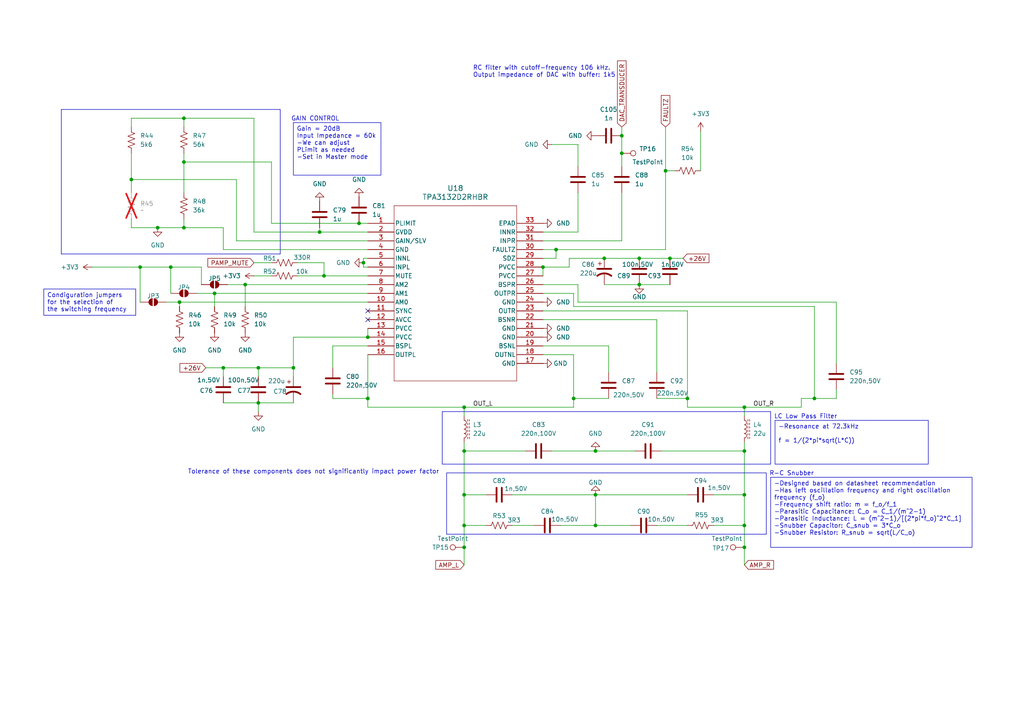
<source format=kicad_sch>
(kicad_sch
	(version 20231120)
	(generator "eeschema")
	(generator_version "8.0")
	(uuid "d2844b44-4bdd-4bb3-a8ba-94a0615b688f")
	(paper "A4")
	(title_block
		(title "RM")
		(date "2025-01-17")
		(rev "1.3")
		(company "Power Amplifier")
	)
	(lib_symbols
		(symbol "UAM_symbols:C"
			(pin_numbers hide)
			(pin_names
				(offset 0.254)
			)
			(exclude_from_sim no)
			(in_bom yes)
			(on_board yes)
			(property "Reference" "C"
				(at 0.635 2.54 0)
				(effects
					(font
						(size 1.27 1.27)
					)
					(justify left)
				)
			)
			(property "Value" "C"
				(at 0.635 -2.54 0)
				(effects
					(font
						(size 1.27 1.27)
					)
					(justify left)
				)
			)
			(property "Footprint" ""
				(at 0.9652 -3.81 0)
				(effects
					(font
						(size 1.27 1.27)
					)
					(hide yes)
				)
			)
			(property "Datasheet" "~"
				(at 0 0 0)
				(effects
					(font
						(size 1.27 1.27)
					)
					(hide yes)
				)
			)
			(property "Description" "Unpolarized capacitor"
				(at 0 0 0)
				(effects
					(font
						(size 1.27 1.27)
					)
					(hide yes)
				)
			)
			(property "ki_keywords" "cap capacitor"
				(at 0 0 0)
				(effects
					(font
						(size 1.27 1.27)
					)
					(hide yes)
				)
			)
			(property "ki_fp_filters" "C_*"
				(at 0 0 0)
				(effects
					(font
						(size 1.27 1.27)
					)
					(hide yes)
				)
			)
			(symbol "C_0_1"
				(polyline
					(pts
						(xy -2.032 -0.762) (xy 2.032 -0.762)
					)
					(stroke
						(width 0.508)
						(type default)
					)
					(fill
						(type none)
					)
				)
				(polyline
					(pts
						(xy -2.032 0.762) (xy 2.032 0.762)
					)
					(stroke
						(width 0.508)
						(type default)
					)
					(fill
						(type none)
					)
				)
			)
			(symbol "C_1_1"
				(pin passive line
					(at 0 3.81 270)
					(length 2.794)
					(name "~"
						(effects
							(font
								(size 1.27 1.27)
							)
						)
					)
					(number "1"
						(effects
							(font
								(size 1.27 1.27)
							)
						)
					)
				)
				(pin passive line
					(at 0 -3.81 90)
					(length 2.794)
					(name "~"
						(effects
							(font
								(size 1.27 1.27)
							)
						)
					)
					(number "2"
						(effects
							(font
								(size 1.27 1.27)
							)
						)
					)
				)
			)
		)
		(symbol "UAM_symbols:C_Polarized_US"
			(pin_numbers hide)
			(pin_names
				(offset 0.254) hide)
			(exclude_from_sim no)
			(in_bom yes)
			(on_board yes)
			(property "Reference" "C"
				(at 0.635 2.54 0)
				(effects
					(font
						(size 1.27 1.27)
					)
					(justify left)
				)
			)
			(property "Value" "C_Polarized_US"
				(at 0.635 -2.54 0)
				(effects
					(font
						(size 1.27 1.27)
					)
					(justify left)
				)
			)
			(property "Footprint" ""
				(at 0 0 0)
				(effects
					(font
						(size 1.27 1.27)
					)
					(hide yes)
				)
			)
			(property "Datasheet" "~"
				(at 0 0 0)
				(effects
					(font
						(size 1.27 1.27)
					)
					(hide yes)
				)
			)
			(property "Description" "Polarized capacitor, US symbol"
				(at 0 0 0)
				(effects
					(font
						(size 1.27 1.27)
					)
					(hide yes)
				)
			)
			(property "ki_keywords" "cap capacitor"
				(at 0 0 0)
				(effects
					(font
						(size 1.27 1.27)
					)
					(hide yes)
				)
			)
			(property "ki_fp_filters" "CP_*"
				(at 0 0 0)
				(effects
					(font
						(size 1.27 1.27)
					)
					(hide yes)
				)
			)
			(symbol "C_Polarized_US_0_1"
				(polyline
					(pts
						(xy -2.032 0.762) (xy 2.032 0.762)
					)
					(stroke
						(width 0.508)
						(type default)
					)
					(fill
						(type none)
					)
				)
				(polyline
					(pts
						(xy -1.778 2.286) (xy -0.762 2.286)
					)
					(stroke
						(width 0)
						(type default)
					)
					(fill
						(type none)
					)
				)
				(polyline
					(pts
						(xy -1.27 1.778) (xy -1.27 2.794)
					)
					(stroke
						(width 0)
						(type default)
					)
					(fill
						(type none)
					)
				)
				(arc
					(start 2.032 -1.27)
					(mid 0 -0.5572)
					(end -2.032 -1.27)
					(stroke
						(width 0.508)
						(type default)
					)
					(fill
						(type none)
					)
				)
			)
			(symbol "C_Polarized_US_1_1"
				(pin passive line
					(at 0 3.81 270)
					(length 2.794)
					(name "~"
						(effects
							(font
								(size 1.27 1.27)
							)
						)
					)
					(number "1"
						(effects
							(font
								(size 1.27 1.27)
							)
						)
					)
				)
				(pin passive line
					(at 0 -3.81 90)
					(length 3.302)
					(name "~"
						(effects
							(font
								(size 1.27 1.27)
							)
						)
					)
					(number "2"
						(effects
							(font
								(size 1.27 1.27)
							)
						)
					)
				)
			)
		)
		(symbol "UAM_symbols:L_Ferrite"
			(pin_numbers hide)
			(pin_names
				(offset 1.016) hide)
			(exclude_from_sim no)
			(in_bom yes)
			(on_board yes)
			(property "Reference" "L"
				(at -1.27 0 90)
				(effects
					(font
						(size 1.27 1.27)
					)
				)
			)
			(property "Value" "L_Ferrite"
				(at 2.794 0 90)
				(effects
					(font
						(size 1.27 1.27)
					)
				)
			)
			(property "Footprint" ""
				(at 0 0 0)
				(effects
					(font
						(size 1.27 1.27)
					)
					(hide yes)
				)
			)
			(property "Datasheet" "~"
				(at 0 0 0)
				(effects
					(font
						(size 1.27 1.27)
					)
					(hide yes)
				)
			)
			(property "Description" "Inductor with ferrite core"
				(at 0 0 0)
				(effects
					(font
						(size 1.27 1.27)
					)
					(hide yes)
				)
			)
			(property "ki_keywords" "inductor choke coil reactor magnetic"
				(at 0 0 0)
				(effects
					(font
						(size 1.27 1.27)
					)
					(hide yes)
				)
			)
			(property "ki_fp_filters" "Choke_* *Coil* Inductor_* L_*"
				(at 0 0 0)
				(effects
					(font
						(size 1.27 1.27)
					)
					(hide yes)
				)
			)
			(symbol "L_Ferrite_0_1"
				(arc
					(start 0 -2.54)
					(mid 0.6323 -1.905)
					(end 0 -1.27)
					(stroke
						(width 0)
						(type default)
					)
					(fill
						(type none)
					)
				)
				(arc
					(start 0 -1.27)
					(mid 0.6323 -0.635)
					(end 0 0)
					(stroke
						(width 0)
						(type default)
					)
					(fill
						(type none)
					)
				)
				(polyline
					(pts
						(xy 1.016 -2.794) (xy 1.016 -2.286)
					)
					(stroke
						(width 0)
						(type default)
					)
					(fill
						(type none)
					)
				)
				(polyline
					(pts
						(xy 1.016 -1.778) (xy 1.016 -1.27)
					)
					(stroke
						(width 0)
						(type default)
					)
					(fill
						(type none)
					)
				)
				(polyline
					(pts
						(xy 1.016 -0.762) (xy 1.016 -0.254)
					)
					(stroke
						(width 0)
						(type default)
					)
					(fill
						(type none)
					)
				)
				(polyline
					(pts
						(xy 1.016 0.254) (xy 1.016 0.762)
					)
					(stroke
						(width 0)
						(type default)
					)
					(fill
						(type none)
					)
				)
				(polyline
					(pts
						(xy 1.016 1.27) (xy 1.016 1.778)
					)
					(stroke
						(width 0)
						(type default)
					)
					(fill
						(type none)
					)
				)
				(polyline
					(pts
						(xy 1.016 2.286) (xy 1.016 2.794)
					)
					(stroke
						(width 0)
						(type default)
					)
					(fill
						(type none)
					)
				)
				(polyline
					(pts
						(xy 1.524 -2.286) (xy 1.524 -2.794)
					)
					(stroke
						(width 0)
						(type default)
					)
					(fill
						(type none)
					)
				)
				(polyline
					(pts
						(xy 1.524 -1.27) (xy 1.524 -1.778)
					)
					(stroke
						(width 0)
						(type default)
					)
					(fill
						(type none)
					)
				)
				(polyline
					(pts
						(xy 1.524 -0.254) (xy 1.524 -0.762)
					)
					(stroke
						(width 0)
						(type default)
					)
					(fill
						(type none)
					)
				)
				(polyline
					(pts
						(xy 1.524 0.762) (xy 1.524 0.254)
					)
					(stroke
						(width 0)
						(type default)
					)
					(fill
						(type none)
					)
				)
				(polyline
					(pts
						(xy 1.524 1.778) (xy 1.524 1.27)
					)
					(stroke
						(width 0)
						(type default)
					)
					(fill
						(type none)
					)
				)
				(polyline
					(pts
						(xy 1.524 2.794) (xy 1.524 2.286)
					)
					(stroke
						(width 0)
						(type default)
					)
					(fill
						(type none)
					)
				)
				(arc
					(start 0 0)
					(mid 0.6323 0.635)
					(end 0 1.27)
					(stroke
						(width 0)
						(type default)
					)
					(fill
						(type none)
					)
				)
				(arc
					(start 0 1.27)
					(mid 0.6323 1.905)
					(end 0 2.54)
					(stroke
						(width 0)
						(type default)
					)
					(fill
						(type none)
					)
				)
			)
			(symbol "L_Ferrite_1_1"
				(pin passive line
					(at 0 3.81 270)
					(length 1.27)
					(name "1"
						(effects
							(font
								(size 1.27 1.27)
							)
						)
					)
					(number "1"
						(effects
							(font
								(size 1.27 1.27)
							)
						)
					)
				)
				(pin passive line
					(at 0 -3.81 90)
					(length 1.27)
					(name "2"
						(effects
							(font
								(size 1.27 1.27)
							)
						)
					)
					(number "2"
						(effects
							(font
								(size 1.27 1.27)
							)
						)
					)
				)
			)
		)
		(symbol "UAM_symbols:R_US"
			(pin_numbers hide)
			(pin_names
				(offset 0)
			)
			(exclude_from_sim no)
			(in_bom yes)
			(on_board yes)
			(property "Reference" "R"
				(at 2.54 0 90)
				(effects
					(font
						(size 1.27 1.27)
					)
				)
			)
			(property "Value" "R_US"
				(at -2.54 0 90)
				(effects
					(font
						(size 1.27 1.27)
					)
				)
			)
			(property "Footprint" ""
				(at 1.016 -0.254 90)
				(effects
					(font
						(size 1.27 1.27)
					)
					(hide yes)
				)
			)
			(property "Datasheet" "~"
				(at 0 0 0)
				(effects
					(font
						(size 1.27 1.27)
					)
					(hide yes)
				)
			)
			(property "Description" "Resistor, US symbol"
				(at 0 0 0)
				(effects
					(font
						(size 1.27 1.27)
					)
					(hide yes)
				)
			)
			(property "ki_keywords" "R res resistor"
				(at 0 0 0)
				(effects
					(font
						(size 1.27 1.27)
					)
					(hide yes)
				)
			)
			(property "ki_fp_filters" "R_*"
				(at 0 0 0)
				(effects
					(font
						(size 1.27 1.27)
					)
					(hide yes)
				)
			)
			(symbol "R_US_0_1"
				(polyline
					(pts
						(xy 0 -2.286) (xy 0 -2.54)
					)
					(stroke
						(width 0)
						(type default)
					)
					(fill
						(type none)
					)
				)
				(polyline
					(pts
						(xy 0 2.286) (xy 0 2.54)
					)
					(stroke
						(width 0)
						(type default)
					)
					(fill
						(type none)
					)
				)
				(polyline
					(pts
						(xy 0 -0.762) (xy 1.016 -1.143) (xy 0 -1.524) (xy -1.016 -1.905) (xy 0 -2.286)
					)
					(stroke
						(width 0)
						(type default)
					)
					(fill
						(type none)
					)
				)
				(polyline
					(pts
						(xy 0 0.762) (xy 1.016 0.381) (xy 0 0) (xy -1.016 -0.381) (xy 0 -0.762)
					)
					(stroke
						(width 0)
						(type default)
					)
					(fill
						(type none)
					)
				)
				(polyline
					(pts
						(xy 0 2.286) (xy 1.016 1.905) (xy 0 1.524) (xy -1.016 1.143) (xy 0 0.762)
					)
					(stroke
						(width 0)
						(type default)
					)
					(fill
						(type none)
					)
				)
			)
			(symbol "R_US_1_1"
				(pin passive line
					(at 0 3.81 270)
					(length 1.27)
					(name "~"
						(effects
							(font
								(size 1.27 1.27)
							)
						)
					)
					(number "1"
						(effects
							(font
								(size 1.27 1.27)
							)
						)
					)
				)
				(pin passive line
					(at 0 -3.81 90)
					(length 1.27)
					(name "~"
						(effects
							(font
								(size 1.27 1.27)
							)
						)
					)
					(number "2"
						(effects
							(font
								(size 1.27 1.27)
							)
						)
					)
				)
			)
		)
		(symbol "UAM_symbols:SolderJumper_2_Open"
			(pin_numbers hide)
			(pin_names
				(offset 0) hide)
			(exclude_from_sim yes)
			(in_bom no)
			(on_board yes)
			(property "Reference" "JP"
				(at 0 2.032 0)
				(effects
					(font
						(size 1.27 1.27)
					)
				)
			)
			(property "Value" "SolderJumper_2_Open"
				(at 0 -2.54 0)
				(effects
					(font
						(size 1.27 1.27)
					)
				)
			)
			(property "Footprint" ""
				(at 0 0 0)
				(effects
					(font
						(size 1.27 1.27)
					)
					(hide yes)
				)
			)
			(property "Datasheet" "~"
				(at 0 0 0)
				(effects
					(font
						(size 1.27 1.27)
					)
					(hide yes)
				)
			)
			(property "Description" "Solder Jumper, 2-pole, open"
				(at 0 0 0)
				(effects
					(font
						(size 1.27 1.27)
					)
					(hide yes)
				)
			)
			(property "ki_keywords" "solder jumper SPST"
				(at 0 0 0)
				(effects
					(font
						(size 1.27 1.27)
					)
					(hide yes)
				)
			)
			(property "ki_fp_filters" "SolderJumper*Open*"
				(at 0 0 0)
				(effects
					(font
						(size 1.27 1.27)
					)
					(hide yes)
				)
			)
			(symbol "SolderJumper_2_Open_0_1"
				(arc
					(start -0.254 1.016)
					(mid -1.2656 0)
					(end -0.254 -1.016)
					(stroke
						(width 0)
						(type default)
					)
					(fill
						(type none)
					)
				)
				(arc
					(start -0.254 1.016)
					(mid -1.2656 0)
					(end -0.254 -1.016)
					(stroke
						(width 0)
						(type default)
					)
					(fill
						(type outline)
					)
				)
				(polyline
					(pts
						(xy -0.254 1.016) (xy -0.254 -1.016)
					)
					(stroke
						(width 0)
						(type default)
					)
					(fill
						(type none)
					)
				)
				(polyline
					(pts
						(xy 0.254 1.016) (xy 0.254 -1.016)
					)
					(stroke
						(width 0)
						(type default)
					)
					(fill
						(type none)
					)
				)
				(arc
					(start 0.254 -1.016)
					(mid 1.2656 0)
					(end 0.254 1.016)
					(stroke
						(width 0)
						(type default)
					)
					(fill
						(type none)
					)
				)
				(arc
					(start 0.254 -1.016)
					(mid 1.2656 0)
					(end 0.254 1.016)
					(stroke
						(width 0)
						(type default)
					)
					(fill
						(type outline)
					)
				)
			)
			(symbol "SolderJumper_2_Open_1_1"
				(pin passive line
					(at -3.81 0 0)
					(length 2.54)
					(name "A"
						(effects
							(font
								(size 1.27 1.27)
							)
						)
					)
					(number "1"
						(effects
							(font
								(size 1.27 1.27)
							)
						)
					)
				)
				(pin passive line
					(at 3.81 0 180)
					(length 2.54)
					(name "B"
						(effects
							(font
								(size 1.27 1.27)
							)
						)
					)
					(number "2"
						(effects
							(font
								(size 1.27 1.27)
							)
						)
					)
				)
			)
		)
		(symbol "UAM_symbols:TPA3132D2RHBR"
			(pin_names
				(offset 0.254)
			)
			(exclude_from_sim no)
			(in_bom yes)
			(on_board yes)
			(property "Reference" "U"
				(at 25.4 10.16 0)
				(effects
					(font
						(size 1.524 1.524)
					)
				)
			)
			(property "Value" "TPA3132D2RHBR"
				(at 25.4 7.62 0)
				(effects
					(font
						(size 1.524 1.524)
					)
				)
			)
			(property "Footprint" "RHB32_3P45X3P45_TEX"
				(at 0 0 0)
				(effects
					(font
						(size 1.27 1.27)
						(italic yes)
					)
					(hide yes)
				)
			)
			(property "Datasheet" "TPA3132D2RHBR"
				(at 0 0 0)
				(effects
					(font
						(size 1.27 1.27)
						(italic yes)
					)
					(hide yes)
				)
			)
			(property "Description" ""
				(at 0 0 0)
				(effects
					(font
						(size 1.27 1.27)
					)
					(hide yes)
				)
			)
			(property "ki_locked" ""
				(at 0 0 0)
				(effects
					(font
						(size 1.27 1.27)
					)
				)
			)
			(property "ki_keywords" "TPA3132D2RHBR"
				(at 0 0 0)
				(effects
					(font
						(size 1.27 1.27)
					)
					(hide yes)
				)
			)
			(property "ki_fp_filters" "RHB32_3P45X3P45_TEX"
				(at 0 0 0)
				(effects
					(font
						(size 1.27 1.27)
					)
					(hide yes)
				)
			)
			(symbol "TPA3132D2RHBR_0_1"
				(polyline
					(pts
						(xy 7.62 -45.72) (xy 43.18 -45.72)
					)
					(stroke
						(width 0.127)
						(type default)
					)
					(fill
						(type none)
					)
				)
				(polyline
					(pts
						(xy 7.62 5.08) (xy 7.62 -45.72)
					)
					(stroke
						(width 0.127)
						(type default)
					)
					(fill
						(type none)
					)
				)
				(polyline
					(pts
						(xy 43.18 -45.72) (xy 43.18 5.08)
					)
					(stroke
						(width 0.127)
						(type default)
					)
					(fill
						(type none)
					)
				)
				(polyline
					(pts
						(xy 43.18 5.08) (xy 7.62 5.08)
					)
					(stroke
						(width 0.127)
						(type default)
					)
					(fill
						(type none)
					)
				)
				(pin input line
					(at 0 0 0)
					(length 7.62)
					(name "PLIMIT"
						(effects
							(font
								(size 1.27 1.27)
							)
						)
					)
					(number "1"
						(effects
							(font
								(size 1.27 1.27)
							)
						)
					)
				)
				(pin input line
					(at 0 -22.86 0)
					(length 7.62)
					(name "AM0"
						(effects
							(font
								(size 1.27 1.27)
							)
						)
					)
					(number "10"
						(effects
							(font
								(size 1.27 1.27)
							)
						)
					)
				)
				(pin bidirectional line
					(at 0 -25.4 0)
					(length 7.62)
					(name "SYNC"
						(effects
							(font
								(size 1.27 1.27)
							)
						)
					)
					(number "11"
						(effects
							(font
								(size 1.27 1.27)
							)
						)
					)
				)
				(pin power_in line
					(at 0 -27.94 0)
					(length 7.62)
					(name "AVCC"
						(effects
							(font
								(size 1.27 1.27)
							)
						)
					)
					(number "12"
						(effects
							(font
								(size 1.27 1.27)
							)
						)
					)
				)
				(pin power_in line
					(at 0 -30.48 0)
					(length 7.62)
					(name "PVCC"
						(effects
							(font
								(size 1.27 1.27)
							)
						)
					)
					(number "13"
						(effects
							(font
								(size 1.27 1.27)
							)
						)
					)
				)
				(pin power_in line
					(at 0 -33.02 0)
					(length 7.62)
					(name "PVCC"
						(effects
							(font
								(size 1.27 1.27)
							)
						)
					)
					(number "14"
						(effects
							(font
								(size 1.27 1.27)
							)
						)
					)
				)
				(pin output line
					(at 0 -35.56 0)
					(length 7.62)
					(name "BSPL"
						(effects
							(font
								(size 1.27 1.27)
							)
						)
					)
					(number "15"
						(effects
							(font
								(size 1.27 1.27)
							)
						)
					)
				)
				(pin output line
					(at 0 -38.1 0)
					(length 7.62)
					(name "OUTPL"
						(effects
							(font
								(size 1.27 1.27)
							)
						)
					)
					(number "16"
						(effects
							(font
								(size 1.27 1.27)
							)
						)
					)
				)
				(pin power_in line
					(at 50.8 -40.64 180)
					(length 7.62)
					(name "GND"
						(effects
							(font
								(size 1.27 1.27)
							)
						)
					)
					(number "17"
						(effects
							(font
								(size 1.27 1.27)
							)
						)
					)
				)
				(pin output line
					(at 50.8 -38.1 180)
					(length 7.62)
					(name "OUTNL"
						(effects
							(font
								(size 1.27 1.27)
							)
						)
					)
					(number "18"
						(effects
							(font
								(size 1.27 1.27)
							)
						)
					)
				)
				(pin output line
					(at 50.8 -35.56 180)
					(length 7.62)
					(name "BSNL"
						(effects
							(font
								(size 1.27 1.27)
							)
						)
					)
					(number "19"
						(effects
							(font
								(size 1.27 1.27)
							)
						)
					)
				)
				(pin output line
					(at 0 -2.54 0)
					(length 7.62)
					(name "GVDD"
						(effects
							(font
								(size 1.27 1.27)
							)
						)
					)
					(number "2"
						(effects
							(font
								(size 1.27 1.27)
							)
						)
					)
				)
				(pin power_in line
					(at 50.8 -33.02 180)
					(length 7.62)
					(name "GND"
						(effects
							(font
								(size 1.27 1.27)
							)
						)
					)
					(number "20"
						(effects
							(font
								(size 1.27 1.27)
							)
						)
					)
				)
				(pin power_in line
					(at 50.8 -30.48 180)
					(length 7.62)
					(name "GND"
						(effects
							(font
								(size 1.27 1.27)
							)
						)
					)
					(number "21"
						(effects
							(font
								(size 1.27 1.27)
							)
						)
					)
				)
				(pin output line
					(at 50.8 -27.94 180)
					(length 7.62)
					(name "BSNR"
						(effects
							(font
								(size 1.27 1.27)
							)
						)
					)
					(number "22"
						(effects
							(font
								(size 1.27 1.27)
							)
						)
					)
				)
				(pin output line
					(at 50.8 -25.4 180)
					(length 7.62)
					(name "OUTR"
						(effects
							(font
								(size 1.27 1.27)
							)
						)
					)
					(number "23"
						(effects
							(font
								(size 1.27 1.27)
							)
						)
					)
				)
				(pin power_in line
					(at 50.8 -22.86 180)
					(length 7.62)
					(name "GND"
						(effects
							(font
								(size 1.27 1.27)
							)
						)
					)
					(number "24"
						(effects
							(font
								(size 1.27 1.27)
							)
						)
					)
				)
				(pin output line
					(at 50.8 -20.32 180)
					(length 7.62)
					(name "OUTPR"
						(effects
							(font
								(size 1.27 1.27)
							)
						)
					)
					(number "25"
						(effects
							(font
								(size 1.27 1.27)
							)
						)
					)
				)
				(pin output line
					(at 50.8 -17.78 180)
					(length 7.62)
					(name "BSPR"
						(effects
							(font
								(size 1.27 1.27)
							)
						)
					)
					(number "26"
						(effects
							(font
								(size 1.27 1.27)
							)
						)
					)
				)
				(pin power_in line
					(at 50.8 -15.24 180)
					(length 7.62)
					(name "PVCC"
						(effects
							(font
								(size 1.27 1.27)
							)
						)
					)
					(number "27"
						(effects
							(font
								(size 1.27 1.27)
							)
						)
					)
				)
				(pin power_in line
					(at 50.8 -12.7 180)
					(length 7.62)
					(name "PVCC"
						(effects
							(font
								(size 1.27 1.27)
							)
						)
					)
					(number "28"
						(effects
							(font
								(size 1.27 1.27)
							)
						)
					)
				)
				(pin input line
					(at 50.8 -10.16 180)
					(length 7.62)
					(name "SDZ"
						(effects
							(font
								(size 1.27 1.27)
							)
						)
					)
					(number "29"
						(effects
							(font
								(size 1.27 1.27)
							)
						)
					)
				)
				(pin input line
					(at 0 -5.08 0)
					(length 7.62)
					(name "GAIN/SLV"
						(effects
							(font
								(size 1.27 1.27)
							)
						)
					)
					(number "3"
						(effects
							(font
								(size 1.27 1.27)
							)
						)
					)
				)
				(pin output line
					(at 50.8 -7.62 180)
					(length 7.62)
					(name "FAULTZ"
						(effects
							(font
								(size 1.27 1.27)
							)
						)
					)
					(number "30"
						(effects
							(font
								(size 1.27 1.27)
							)
						)
					)
				)
				(pin input line
					(at 50.8 -5.08 180)
					(length 7.62)
					(name "INPR"
						(effects
							(font
								(size 1.27 1.27)
							)
						)
					)
					(number "31"
						(effects
							(font
								(size 1.27 1.27)
							)
						)
					)
				)
				(pin input line
					(at 50.8 -2.54 180)
					(length 7.62)
					(name "INNR"
						(effects
							(font
								(size 1.27 1.27)
							)
						)
					)
					(number "32"
						(effects
							(font
								(size 1.27 1.27)
							)
						)
					)
				)
				(pin unspecified line
					(at 50.8 0 180)
					(length 7.62)
					(name "EPAD"
						(effects
							(font
								(size 1.27 1.27)
							)
						)
					)
					(number "33"
						(effects
							(font
								(size 1.27 1.27)
							)
						)
					)
				)
				(pin power_in line
					(at 0 -7.62 0)
					(length 7.62)
					(name "GND"
						(effects
							(font
								(size 1.27 1.27)
							)
						)
					)
					(number "4"
						(effects
							(font
								(size 1.27 1.27)
							)
						)
					)
				)
				(pin input line
					(at 0 -10.16 0)
					(length 7.62)
					(name "INNL"
						(effects
							(font
								(size 1.27 1.27)
							)
						)
					)
					(number "5"
						(effects
							(font
								(size 1.27 1.27)
							)
						)
					)
				)
				(pin input line
					(at 0 -12.7 0)
					(length 7.62)
					(name "INPL"
						(effects
							(font
								(size 1.27 1.27)
							)
						)
					)
					(number "6"
						(effects
							(font
								(size 1.27 1.27)
							)
						)
					)
				)
				(pin input line
					(at 0 -15.24 0)
					(length 7.62)
					(name "MUTE"
						(effects
							(font
								(size 1.27 1.27)
							)
						)
					)
					(number "7"
						(effects
							(font
								(size 1.27 1.27)
							)
						)
					)
				)
				(pin input line
					(at 0 -17.78 0)
					(length 7.62)
					(name "AM2"
						(effects
							(font
								(size 1.27 1.27)
							)
						)
					)
					(number "8"
						(effects
							(font
								(size 1.27 1.27)
							)
						)
					)
				)
				(pin input line
					(at 0 -20.32 0)
					(length 7.62)
					(name "AM1"
						(effects
							(font
								(size 1.27 1.27)
							)
						)
					)
					(number "9"
						(effects
							(font
								(size 1.27 1.27)
							)
						)
					)
				)
			)
		)
		(symbol "UAM_symbols:TestPoint"
			(pin_numbers hide)
			(pin_names
				(offset 0.762) hide)
			(exclude_from_sim no)
			(in_bom yes)
			(on_board yes)
			(property "Reference" "TP"
				(at 0 6.858 0)
				(effects
					(font
						(size 1.27 1.27)
					)
				)
			)
			(property "Value" "TestPoint"
				(at 0 5.08 0)
				(effects
					(font
						(size 1.27 1.27)
					)
				)
			)
			(property "Footprint" ""
				(at 5.08 0 0)
				(effects
					(font
						(size 1.27 1.27)
					)
					(hide yes)
				)
			)
			(property "Datasheet" "~"
				(at 5.08 0 0)
				(effects
					(font
						(size 1.27 1.27)
					)
					(hide yes)
				)
			)
			(property "Description" "test point"
				(at 0 0 0)
				(effects
					(font
						(size 1.27 1.27)
					)
					(hide yes)
				)
			)
			(property "ki_keywords" "test point tp"
				(at 0 0 0)
				(effects
					(font
						(size 1.27 1.27)
					)
					(hide yes)
				)
			)
			(property "ki_fp_filters" "Pin* Test*"
				(at 0 0 0)
				(effects
					(font
						(size 1.27 1.27)
					)
					(hide yes)
				)
			)
			(symbol "TestPoint_0_1"
				(circle
					(center 0 3.302)
					(radius 0.762)
					(stroke
						(width 0)
						(type default)
					)
					(fill
						(type none)
					)
				)
			)
			(symbol "TestPoint_1_1"
				(pin passive line
					(at 0 0 90)
					(length 2.54)
					(name "1"
						(effects
							(font
								(size 1.27 1.27)
							)
						)
					)
					(number "1"
						(effects
							(font
								(size 1.27 1.27)
							)
						)
					)
				)
			)
		)
		(symbol "power:+3V3"
			(power)
			(pin_numbers hide)
			(pin_names
				(offset 0) hide)
			(exclude_from_sim no)
			(in_bom yes)
			(on_board yes)
			(property "Reference" "#PWR"
				(at 0 -3.81 0)
				(effects
					(font
						(size 1.27 1.27)
					)
					(hide yes)
				)
			)
			(property "Value" "+3V3"
				(at 0 3.556 0)
				(effects
					(font
						(size 1.27 1.27)
					)
				)
			)
			(property "Footprint" ""
				(at 0 0 0)
				(effects
					(font
						(size 1.27 1.27)
					)
					(hide yes)
				)
			)
			(property "Datasheet" ""
				(at 0 0 0)
				(effects
					(font
						(size 1.27 1.27)
					)
					(hide yes)
				)
			)
			(property "Description" "Power symbol creates a global label with name \"+3V3\""
				(at 0 0 0)
				(effects
					(font
						(size 1.27 1.27)
					)
					(hide yes)
				)
			)
			(property "ki_keywords" "global power"
				(at 0 0 0)
				(effects
					(font
						(size 1.27 1.27)
					)
					(hide yes)
				)
			)
			(symbol "+3V3_0_1"
				(polyline
					(pts
						(xy -0.762 1.27) (xy 0 2.54)
					)
					(stroke
						(width 0)
						(type default)
					)
					(fill
						(type none)
					)
				)
				(polyline
					(pts
						(xy 0 0) (xy 0 2.54)
					)
					(stroke
						(width 0)
						(type default)
					)
					(fill
						(type none)
					)
				)
				(polyline
					(pts
						(xy 0 2.54) (xy 0.762 1.27)
					)
					(stroke
						(width 0)
						(type default)
					)
					(fill
						(type none)
					)
				)
			)
			(symbol "+3V3_1_1"
				(pin power_in line
					(at 0 0 90)
					(length 0)
					(name "~"
						(effects
							(font
								(size 1.27 1.27)
							)
						)
					)
					(number "1"
						(effects
							(font
								(size 1.27 1.27)
							)
						)
					)
				)
			)
		)
		(symbol "power:GND"
			(power)
			(pin_numbers hide)
			(pin_names
				(offset 0) hide)
			(exclude_from_sim no)
			(in_bom yes)
			(on_board yes)
			(property "Reference" "#PWR"
				(at 0 -6.35 0)
				(effects
					(font
						(size 1.27 1.27)
					)
					(hide yes)
				)
			)
			(property "Value" "GND"
				(at 0 -3.81 0)
				(effects
					(font
						(size 1.27 1.27)
					)
				)
			)
			(property "Footprint" ""
				(at 0 0 0)
				(effects
					(font
						(size 1.27 1.27)
					)
					(hide yes)
				)
			)
			(property "Datasheet" ""
				(at 0 0 0)
				(effects
					(font
						(size 1.27 1.27)
					)
					(hide yes)
				)
			)
			(property "Description" "Power symbol creates a global label with name \"GND\" , ground"
				(at 0 0 0)
				(effects
					(font
						(size 1.27 1.27)
					)
					(hide yes)
				)
			)
			(property "ki_keywords" "global power"
				(at 0 0 0)
				(effects
					(font
						(size 1.27 1.27)
					)
					(hide yes)
				)
			)
			(symbol "GND_0_1"
				(polyline
					(pts
						(xy 0 0) (xy 0 -1.27) (xy 1.27 -1.27) (xy 0 -2.54) (xy -1.27 -1.27) (xy 0 -1.27)
					)
					(stroke
						(width 0)
						(type default)
					)
					(fill
						(type none)
					)
				)
			)
			(symbol "GND_1_1"
				(pin power_in line
					(at 0 0 270)
					(length 0)
					(name "~"
						(effects
							(font
								(size 1.27 1.27)
							)
						)
					)
					(number "1"
						(effects
							(font
								(size 1.27 1.27)
							)
						)
					)
				)
			)
		)
	)
	(junction
		(at 92.71 67.31)
		(diameter 0)
		(color 0 0 0 0)
		(uuid "073870e0-d129-44a5-a475-7d1bb14b6838")
	)
	(junction
		(at 134.62 152.4)
		(diameter 0)
		(color 0 0 0 0)
		(uuid "0bc3236a-8408-4587-94f8-8067ac340ea4")
	)
	(junction
		(at 194.31 74.93)
		(diameter 0)
		(color 0 0 0 0)
		(uuid "0c34cca8-c1c0-4fad-9046-de89b071d464")
	)
	(junction
		(at 166.37 115.57)
		(diameter 0)
		(color 0 0 0 0)
		(uuid "0d1915d6-bd3b-4104-ab5f-ec3c143c754e")
	)
	(junction
		(at 215.9 158.75)
		(diameter 0)
		(color 0 0 0 0)
		(uuid "0e97c3a9-f1f4-40e3-ad25-e9c2e3aa0fb8")
	)
	(junction
		(at 185.42 74.93)
		(diameter 0)
		(color 0 0 0 0)
		(uuid "167d2d3b-bc3c-4dc2-a94b-7ecee7e6f7fd")
	)
	(junction
		(at 172.72 143.51)
		(diameter 0)
		(color 0 0 0 0)
		(uuid "19022005-5a75-40ef-b2f7-6bbffa458227")
	)
	(junction
		(at 53.34 66.04)
		(diameter 0)
		(color 0 0 0 0)
		(uuid "2383082d-1dd4-424a-b9db-c6f444ffcc29")
	)
	(junction
		(at 172.72 152.4)
		(diameter 0)
		(color 0 0 0 0)
		(uuid "2bf53c24-4927-48df-9002-5da7af781f01")
	)
	(junction
		(at 215.9 118.11)
		(diameter 0)
		(color 0 0 0 0)
		(uuid "2d904604-f508-40a0-a928-cbce078f3c72")
	)
	(junction
		(at 134.62 118.11)
		(diameter 0)
		(color 0 0 0 0)
		(uuid "30bea527-4180-456b-88bd-bb99852aee2b")
	)
	(junction
		(at 53.34 34.29)
		(diameter 0)
		(color 0 0 0 0)
		(uuid "338e0823-48aa-4aef-bdda-f3a968858685")
	)
	(junction
		(at 49.53 77.47)
		(diameter 0)
		(color 0 0 0 0)
		(uuid "361e8952-8c77-463c-b693-188369b32b21")
	)
	(junction
		(at 185.42 82.55)
		(diameter 0)
		(color 0 0 0 0)
		(uuid "37063405-bff6-421b-98e5-a1145c13d5f4")
	)
	(junction
		(at 215.9 143.51)
		(diameter 0)
		(color 0 0 0 0)
		(uuid "3ce4ff0b-4674-44ca-ae53-896842186a58")
	)
	(junction
		(at 180.34 39.37)
		(diameter 0)
		(color 0 0 0 0)
		(uuid "44dd69f5-725c-41fe-a9a0-375a9848f86d")
	)
	(junction
		(at 62.23 85.09)
		(diameter 0)
		(color 0 0 0 0)
		(uuid "47799b98-04a7-429b-8981-a2896bca10d8")
	)
	(junction
		(at 71.12 82.55)
		(diameter 0)
		(color 0 0 0 0)
		(uuid "5e675d27-5829-4752-8bc4-49f80de3d493")
	)
	(junction
		(at 236.22 115.57)
		(diameter 0)
		(color 0 0 0 0)
		(uuid "62d2c7a9-52c0-4441-8f5b-56c61aa2153a")
	)
	(junction
		(at 64.77 106.68)
		(diameter 0)
		(color 0 0 0 0)
		(uuid "6435e884-a70d-44db-a594-29ad0d5a80da")
	)
	(junction
		(at 85.09 106.68)
		(diameter 0)
		(color 0 0 0 0)
		(uuid "73e25a39-b712-4cdc-b05a-0661fc1a06af")
	)
	(junction
		(at 105.41 76.2)
		(diameter 0)
		(color 0 0 0 0)
		(uuid "74c2cc95-cda9-4342-8333-52683df46c45")
	)
	(junction
		(at 74.93 116.84)
		(diameter 0)
		(color 0 0 0 0)
		(uuid "78d50839-2756-46de-b69f-3a23299bbca5")
	)
	(junction
		(at 38.1 52.07)
		(diameter 0)
		(color 0 0 0 0)
		(uuid "87659bbb-df17-41a0-9c70-f63f85e02072")
	)
	(junction
		(at 134.62 143.51)
		(diameter 0)
		(color 0 0 0 0)
		(uuid "93a0639c-7d60-46b3-9352-b56f87f08efc")
	)
	(junction
		(at 157.48 77.47)
		(diameter 0)
		(color 0 0 0 0)
		(uuid "99c61f85-e98d-4ca7-b76e-9d551a0c3cb0")
	)
	(junction
		(at 161.29 72.39)
		(diameter 0)
		(color 0 0 0 0)
		(uuid "a0b26318-aa93-4aec-922f-3c79a8c76113")
	)
	(junction
		(at 53.34 46.99)
		(diameter 0)
		(color 0 0 0 0)
		(uuid "a825c175-a9a4-4c1d-b5dc-ffda0c81d5ee")
	)
	(junction
		(at 215.9 152.4)
		(diameter 0)
		(color 0 0 0 0)
		(uuid "adf5fcd0-2ae9-47f0-8f66-ba8ef501b436")
	)
	(junction
		(at 134.62 130.81)
		(diameter 0)
		(color 0 0 0 0)
		(uuid "b14f3d96-8cce-47bd-a432-4721fc1d5f61")
	)
	(junction
		(at 45.72 66.04)
		(diameter 0)
		(color 0 0 0 0)
		(uuid "b9fd55ba-f0f5-490f-9307-bf77413d99e4")
	)
	(junction
		(at 52.07 87.63)
		(diameter 0)
		(color 0 0 0 0)
		(uuid "c11236a7-23d0-4416-a3c9-c1840190afe7")
	)
	(junction
		(at 175.26 74.93)
		(diameter 0)
		(color 0 0 0 0)
		(uuid "c22e2ff6-6c42-4422-8091-50ac448444d0")
	)
	(junction
		(at 193.04 49.53)
		(diameter 0)
		(color 0 0 0 0)
		(uuid "c39d06c0-d993-4d9b-a02b-d23582f48f16")
	)
	(junction
		(at 104.14 64.77)
		(diameter 0)
		(color 0 0 0 0)
		(uuid "cc5e2c1a-2036-412f-8562-f5bf0a4a96a6")
	)
	(junction
		(at 180.34 44.45)
		(diameter 0)
		(color 0 0 0 0)
		(uuid "cda6d814-5329-4886-b78c-e775829f62db")
	)
	(junction
		(at 172.72 130.81)
		(diameter 0)
		(color 0 0 0 0)
		(uuid "d56c7d57-8a78-4fc7-a381-d2237aa9770d")
	)
	(junction
		(at 134.62 158.75)
		(diameter 0)
		(color 0 0 0 0)
		(uuid "d7eb28b6-dea7-45e9-86fc-a6c5e2812148")
	)
	(junction
		(at 106.68 97.79)
		(diameter 0)
		(color 0 0 0 0)
		(uuid "dee9f907-5fa8-412b-8e6b-5e763abf3c22")
	)
	(junction
		(at 215.9 130.81)
		(diameter 0)
		(color 0 0 0 0)
		(uuid "e1001d76-ef4d-4196-8aac-60ba2eaa7599")
	)
	(junction
		(at 199.39 115.57)
		(diameter 0)
		(color 0 0 0 0)
		(uuid "e7351ff0-e462-436a-b6c1-fdafaeae9d91")
	)
	(junction
		(at 93.98 80.01)
		(diameter 0)
		(color 0 0 0 0)
		(uuid "e84d2a11-fae7-4e14-a4f1-443ad6d631c0")
	)
	(junction
		(at 106.68 115.57)
		(diameter 0)
		(color 0 0 0 0)
		(uuid "f16f2042-2fe7-4487-97c6-2ed5ce36f550")
	)
	(junction
		(at 40.64 77.47)
		(diameter 0)
		(color 0 0 0 0)
		(uuid "f780f78b-6493-4813-9a91-bf7280ac9303")
	)
	(junction
		(at 74.93 106.68)
		(diameter 0)
		(color 0 0 0 0)
		(uuid "fd59f3b0-a9cb-40a4-bca8-aca47b0a0eed")
	)
	(no_connect
		(at 106.68 92.71)
		(uuid "69be34d5-e715-4fc6-bb32-6f23a89b5ae7")
	)
	(no_connect
		(at 106.68 90.17)
		(uuid "ca881d8e-22c5-4609-a15d-b6d458f5a975")
	)
	(wire
		(pts
			(xy 52.07 87.63) (xy 106.68 87.63)
		)
		(stroke
			(width 0)
			(type default)
		)
		(uuid "00352be1-9ad9-400a-b914-2442c66d2d5d")
	)
	(wire
		(pts
			(xy 64.77 116.84) (xy 74.93 116.84)
		)
		(stroke
			(width 0)
			(type default)
		)
		(uuid "03c26b3e-f80a-47a6-945d-bec4c90328ae")
	)
	(wire
		(pts
			(xy 85.09 106.68) (xy 74.93 106.68)
		)
		(stroke
			(width 0)
			(type default)
		)
		(uuid "04712841-1dd6-43ae-80ab-adde1967e6d9")
	)
	(wire
		(pts
			(xy 193.04 49.53) (xy 193.04 72.39)
		)
		(stroke
			(width 0)
			(type default)
		)
		(uuid "087307b1-fcda-4649-9f30-3cdfc98613ea")
	)
	(wire
		(pts
			(xy 157.48 77.47) (xy 157.48 80.01)
		)
		(stroke
			(width 0)
			(type default)
		)
		(uuid "0876d16d-b866-48bc-90d5-10f82378f041")
	)
	(wire
		(pts
			(xy 157.48 74.93) (xy 161.29 74.93)
		)
		(stroke
			(width 0)
			(type default)
		)
		(uuid "0892cdb4-ce5d-4c37-83fd-0dc5550beb45")
	)
	(wire
		(pts
			(xy 199.39 90.17) (xy 157.48 90.17)
		)
		(stroke
			(width 0)
			(type default)
		)
		(uuid "08cad8df-f527-4595-81ab-26699e31579e")
	)
	(wire
		(pts
			(xy 105.41 77.47) (xy 105.41 76.2)
		)
		(stroke
			(width 0)
			(type default)
		)
		(uuid "0c76e082-f194-49fc-8ec0-c9fde14e4fc1")
	)
	(wire
		(pts
			(xy 38.1 52.07) (xy 68.58 52.07)
		)
		(stroke
			(width 0)
			(type default)
		)
		(uuid "0dac1e43-9a59-49c9-8a2f-a2efa2c6965d")
	)
	(wire
		(pts
			(xy 68.58 69.85) (xy 106.68 69.85)
		)
		(stroke
			(width 0)
			(type default)
		)
		(uuid "0f3f629a-5a68-4464-9c92-b6a1d375eeb4")
	)
	(wire
		(pts
			(xy 134.62 158.75) (xy 134.62 163.83)
		)
		(stroke
			(width 0)
			(type default)
		)
		(uuid "1029fe19-52ba-4632-8365-5e258d404b50")
	)
	(wire
		(pts
			(xy 74.93 116.84) (xy 85.09 116.84)
		)
		(stroke
			(width 0)
			(type default)
		)
		(uuid "10adf375-8d24-44ab-bea4-ac6525e296ce")
	)
	(wire
		(pts
			(xy 58.42 82.55) (xy 58.42 77.47)
		)
		(stroke
			(width 0)
			(type default)
		)
		(uuid "10c12eb2-585d-4266-bab9-d76b88e4ca70")
	)
	(wire
		(pts
			(xy 78.74 46.99) (xy 78.74 64.77)
		)
		(stroke
			(width 0)
			(type default)
		)
		(uuid "12432fd7-e168-456f-be21-3934d57d30a9")
	)
	(wire
		(pts
			(xy 215.9 143.51) (xy 215.9 130.81)
		)
		(stroke
			(width 0)
			(type default)
		)
		(uuid "1256bea6-b5b7-4b86-941d-376ac182ad4f")
	)
	(wire
		(pts
			(xy 215.9 128.27) (xy 215.9 130.81)
		)
		(stroke
			(width 0)
			(type default)
		)
		(uuid "1677742a-3b21-49d0-bd00-2f9e66203c20")
	)
	(wire
		(pts
			(xy 64.77 106.68) (xy 59.69 106.68)
		)
		(stroke
			(width 0)
			(type default)
		)
		(uuid "19df0939-ed4b-459e-9308-c4103b3a3c2e")
	)
	(wire
		(pts
			(xy 175.26 74.93) (xy 185.42 74.93)
		)
		(stroke
			(width 0)
			(type default)
		)
		(uuid "1a0313b8-a0b9-4c67-88c9-47225d4fbdfc")
	)
	(wire
		(pts
			(xy 134.62 143.51) (xy 140.97 143.51)
		)
		(stroke
			(width 0)
			(type default)
		)
		(uuid "1af9869c-8bce-4605-9a18-d0e9ba9c55a7")
	)
	(wire
		(pts
			(xy 157.48 67.31) (xy 167.64 67.31)
		)
		(stroke
			(width 0)
			(type default)
		)
		(uuid "1b0f3af1-0ae7-4bfd-9dd0-7d8ece664a6d")
	)
	(polyline
		(pts
			(xy 81.28 31.75) (xy 81.28 73.66)
		)
		(stroke
			(width 0)
			(type default)
		)
		(uuid "1d31b91a-27be-4001-9fd6-ba2d00deb345")
	)
	(wire
		(pts
			(xy 53.34 34.29) (xy 73.66 34.29)
		)
		(stroke
			(width 0)
			(type default)
		)
		(uuid "1ef53cdf-5125-4a86-998d-2f29c0dfd25b")
	)
	(wire
		(pts
			(xy 167.64 87.63) (xy 167.64 82.55)
		)
		(stroke
			(width 0)
			(type default)
		)
		(uuid "1fb2422f-5922-47ea-819e-6b4416f74a52")
	)
	(wire
		(pts
			(xy 85.09 109.22) (xy 85.09 106.68)
		)
		(stroke
			(width 0)
			(type default)
		)
		(uuid "1fe424e4-e081-4574-8283-bdc52f9a14c6")
	)
	(wire
		(pts
			(xy 215.9 152.4) (xy 215.9 158.75)
		)
		(stroke
			(width 0)
			(type default)
		)
		(uuid "247d95c0-a561-46ef-97f8-aa9d93bfb885")
	)
	(wire
		(pts
			(xy 167.64 87.63) (xy 242.57 87.63)
		)
		(stroke
			(width 0)
			(type default)
		)
		(uuid "2584c54f-c11a-477e-87f9-c042af3f1e3e")
	)
	(wire
		(pts
			(xy 165.1 74.93) (xy 175.26 74.93)
		)
		(stroke
			(width 0)
			(type default)
		)
		(uuid "26f7c571-91f1-4f00-ae35-d8b09a99c544")
	)
	(wire
		(pts
			(xy 106.68 100.33) (xy 96.52 100.33)
		)
		(stroke
			(width 0)
			(type default)
		)
		(uuid "27de4ae4-3d84-4c45-acdd-b16942fc2cb7")
	)
	(wire
		(pts
			(xy 96.52 115.57) (xy 106.68 115.57)
		)
		(stroke
			(width 0)
			(type default)
		)
		(uuid "2b509a05-a703-444d-b1c3-9dad11d3e633")
	)
	(wire
		(pts
			(xy 172.72 143.51) (xy 199.39 143.51)
		)
		(stroke
			(width 0)
			(type default)
		)
		(uuid "2d969f1e-2639-45d5-8ef5-80fe9b6576b3")
	)
	(wire
		(pts
			(xy 74.93 106.68) (xy 64.77 106.68)
		)
		(stroke
			(width 0)
			(type default)
		)
		(uuid "2e7c32c7-18af-4b22-a500-874da1110457")
	)
	(wire
		(pts
			(xy 64.77 72.39) (xy 106.68 72.39)
		)
		(stroke
			(width 0)
			(type default)
		)
		(uuid "2fdc9089-6cec-4632-80a1-5faa63ee00e4")
	)
	(wire
		(pts
			(xy 57.15 85.09) (xy 62.23 85.09)
		)
		(stroke
			(width 0)
			(type default)
		)
		(uuid "2fe90b53-dc19-4dc2-aefa-f7a512c2838c")
	)
	(wire
		(pts
			(xy 38.1 44.45) (xy 38.1 52.07)
		)
		(stroke
			(width 0)
			(type default)
		)
		(uuid "32326401-3969-433c-8b51-1fe8c0438d9a")
	)
	(wire
		(pts
			(xy 73.66 80.01) (xy 78.74 80.01)
		)
		(stroke
			(width 0)
			(type default)
		)
		(uuid "3b672335-6072-4d99-85a2-4331dcba78e1")
	)
	(wire
		(pts
			(xy 53.34 44.45) (xy 53.34 46.99)
		)
		(stroke
			(width 0)
			(type default)
		)
		(uuid "3d00a15b-fa7d-4596-8c2b-b7f587201620")
	)
	(polyline
		(pts
			(xy 17.78 73.66) (xy 17.78 31.75)
		)
		(stroke
			(width 0)
			(type default)
		)
		(uuid "3d69a20d-10fc-49a1-8f87-1afcc4f9d9a3")
	)
	(wire
		(pts
			(xy 53.34 46.99) (xy 53.34 55.88)
		)
		(stroke
			(width 0)
			(type default)
		)
		(uuid "3ddf0b37-20ac-4341-9141-4399be766e26")
	)
	(wire
		(pts
			(xy 166.37 102.87) (xy 166.37 115.57)
		)
		(stroke
			(width 0)
			(type default)
		)
		(uuid "3e1aa455-2944-4cc7-9503-46fac159e244")
	)
	(wire
		(pts
			(xy 167.64 82.55) (xy 157.48 82.55)
		)
		(stroke
			(width 0)
			(type default)
		)
		(uuid "3e68fac5-8f0b-43f2-a90e-7540690c29e3")
	)
	(wire
		(pts
			(xy 207.01 143.51) (xy 215.9 143.51)
		)
		(stroke
			(width 0)
			(type default)
		)
		(uuid "3f3c6fb3-0926-42a4-a077-e308d0cd3d2f")
	)
	(wire
		(pts
			(xy 48.26 87.63) (xy 52.07 87.63)
		)
		(stroke
			(width 0)
			(type default)
		)
		(uuid "3f5de74d-2ebd-4d06-8179-b2d86e70be3c")
	)
	(wire
		(pts
			(xy 207.01 152.4) (xy 215.9 152.4)
		)
		(stroke
			(width 0)
			(type default)
		)
		(uuid "3f72d8ca-bc3f-4818-b3f5-7969954beaea")
	)
	(wire
		(pts
			(xy 40.64 87.63) (xy 40.64 77.47)
		)
		(stroke
			(width 0)
			(type default)
		)
		(uuid "42b0cde8-187e-4eb7-a37e-73d3d10a3c02")
	)
	(wire
		(pts
			(xy 106.68 74.93) (xy 105.41 74.93)
		)
		(stroke
			(width 0)
			(type default)
		)
		(uuid "435ca023-6fb8-44b2-84e8-1e68b941e12c")
	)
	(wire
		(pts
			(xy 53.34 46.99) (xy 78.74 46.99)
		)
		(stroke
			(width 0)
			(type default)
		)
		(uuid "44999269-87da-473e-b29c-85ce9dee41cf")
	)
	(wire
		(pts
			(xy 38.1 34.29) (xy 53.34 34.29)
		)
		(stroke
			(width 0)
			(type default)
		)
		(uuid "453bdaa3-e370-4344-8fe7-2ba29978e837")
	)
	(wire
		(pts
			(xy 180.34 36.83) (xy 180.34 39.37)
		)
		(stroke
			(width 0)
			(type default)
		)
		(uuid "461c152a-c38e-4e60-8d31-668e305526d5")
	)
	(wire
		(pts
			(xy 49.53 77.47) (xy 58.42 77.47)
		)
		(stroke
			(width 0)
			(type default)
		)
		(uuid "4878085a-8dd5-4b6d-b626-42a49d355f28")
	)
	(wire
		(pts
			(xy 134.62 118.11) (xy 134.62 120.65)
		)
		(stroke
			(width 0)
			(type default)
		)
		(uuid "49622ccf-4f48-4b38-9a2a-d7a8a9011e0e")
	)
	(wire
		(pts
			(xy 148.59 143.51) (xy 172.72 143.51)
		)
		(stroke
			(width 0)
			(type default)
		)
		(uuid "497a43f2-4508-4bfa-8d06-c7a09233488a")
	)
	(wire
		(pts
			(xy 166.37 85.09) (xy 157.48 85.09)
		)
		(stroke
			(width 0)
			(type default)
		)
		(uuid "4accca5c-5f81-41ce-ba79-685acb1f9d0b")
	)
	(wire
		(pts
			(xy 71.12 82.55) (xy 71.12 88.9)
		)
		(stroke
			(width 0)
			(type default)
		)
		(uuid "4add8af6-e780-4405-a214-0c124f6cfd86")
	)
	(wire
		(pts
			(xy 105.41 74.93) (xy 105.41 76.2)
		)
		(stroke
			(width 0)
			(type default)
		)
		(uuid "4b55b606-fb95-4a89-9f43-fe24ee1f6027")
	)
	(wire
		(pts
			(xy 134.62 130.81) (xy 152.4 130.81)
		)
		(stroke
			(width 0)
			(type default)
		)
		(uuid "4e339e28-0af8-438f-94b6-b03bbc18d358")
	)
	(wire
		(pts
			(xy 134.62 130.81) (xy 134.62 143.51)
		)
		(stroke
			(width 0)
			(type default)
		)
		(uuid "4eca6cc1-82aa-49b1-89eb-24bef4ed87b3")
	)
	(wire
		(pts
			(xy 74.93 106.68) (xy 74.93 109.22)
		)
		(stroke
			(width 0)
			(type default)
		)
		(uuid "4ef99937-65ca-4283-bb96-80e8eebfb42a")
	)
	(wire
		(pts
			(xy 73.66 67.31) (xy 92.71 67.31)
		)
		(stroke
			(width 0)
			(type default)
		)
		(uuid "4f9b50cb-9f62-43ef-a201-924ef47a5458")
	)
	(wire
		(pts
			(xy 191.77 130.81) (xy 215.9 130.81)
		)
		(stroke
			(width 0)
			(type default)
		)
		(uuid "515c3b59-9f34-4490-85dc-66da2121787b")
	)
	(wire
		(pts
			(xy 160.02 41.91) (xy 167.64 41.91)
		)
		(stroke
			(width 0)
			(type default)
		)
		(uuid "5397a39f-8251-406e-bc75-215dd3520f9b")
	)
	(wire
		(pts
			(xy 62.23 85.09) (xy 62.23 88.9)
		)
		(stroke
			(width 0)
			(type default)
		)
		(uuid "563ce30c-9553-4c3c-bfb0-b28b9a6dadf2")
	)
	(wire
		(pts
			(xy 194.31 74.93) (xy 198.12 74.93)
		)
		(stroke
			(width 0)
			(type default)
		)
		(uuid "5a9978f8-30cc-49b4-98e7-a2e246592eae")
	)
	(wire
		(pts
			(xy 236.22 115.57) (xy 232.41 115.57)
		)
		(stroke
			(width 0)
			(type default)
		)
		(uuid "5bb07a0d-78bb-4407-9527-fcf73b64684d")
	)
	(wire
		(pts
			(xy 49.53 85.09) (xy 49.53 77.47)
		)
		(stroke
			(width 0)
			(type default)
		)
		(uuid "5bb20dc1-69ed-4689-b63e-5ef793af69f8")
	)
	(wire
		(pts
			(xy 199.39 115.57) (xy 199.39 118.11)
		)
		(stroke
			(width 0)
			(type default)
		)
		(uuid "5bdd4350-4443-4c53-b60a-368c035fb11b")
	)
	(wire
		(pts
			(xy 166.37 115.57) (xy 166.37 118.11)
		)
		(stroke
			(width 0)
			(type default)
		)
		(uuid "5c4d1bb8-1f09-4e0d-863b-71cf40ea29b9")
	)
	(wire
		(pts
			(xy 85.09 97.79) (xy 106.68 97.79)
		)
		(stroke
			(width 0)
			(type default)
		)
		(uuid "5d5b5103-0d36-4e8f-92b8-bd5c360ab66c")
	)
	(wire
		(pts
			(xy 190.5 92.71) (xy 190.5 107.95)
		)
		(stroke
			(width 0)
			(type default)
		)
		(uuid "5dae5a8d-3296-4845-b6d8-797ef06a90a3")
	)
	(wire
		(pts
			(xy 64.77 109.22) (xy 64.77 106.68)
		)
		(stroke
			(width 0)
			(type default)
		)
		(uuid "5e0aac77-afdf-4d8e-8463-034851d1f899")
	)
	(wire
		(pts
			(xy 106.68 102.87) (xy 106.68 115.57)
		)
		(stroke
			(width 0)
			(type default)
		)
		(uuid "62fee633-645d-4735-a40d-5f1530bb87b7")
	)
	(wire
		(pts
			(xy 185.42 74.93) (xy 194.31 74.93)
		)
		(stroke
			(width 0)
			(type default)
		)
		(uuid "65e49fec-119c-406b-a725-0ee6a8cd72cc")
	)
	(wire
		(pts
			(xy 104.14 64.77) (xy 106.68 64.77)
		)
		(stroke
			(width 0)
			(type default)
		)
		(uuid "6a561277-9760-47a2-8094-f545c1682058")
	)
	(wire
		(pts
			(xy 106.68 118.11) (xy 134.62 118.11)
		)
		(stroke
			(width 0)
			(type default)
		)
		(uuid "6b7a35cc-3ba2-4b1a-9cd4-ec27807261da")
	)
	(wire
		(pts
			(xy 74.93 116.84) (xy 74.93 119.38)
		)
		(stroke
			(width 0)
			(type default)
		)
		(uuid "6bfc08c1-23b8-403e-b646-ca082bfb217a")
	)
	(wire
		(pts
			(xy 161.29 74.93) (xy 161.29 72.39)
		)
		(stroke
			(width 0)
			(type default)
		)
		(uuid "6eee50f2-0326-4e9f-96e0-cf94dfeb0e64")
	)
	(wire
		(pts
			(xy 166.37 88.9) (xy 236.22 88.9)
		)
		(stroke
			(width 0)
			(type default)
		)
		(uuid "7042e5ae-f185-41a9-b26a-857f7730a77b")
	)
	(wire
		(pts
			(xy 175.26 82.55) (xy 185.42 82.55)
		)
		(stroke
			(width 0)
			(type default)
		)
		(uuid "70c46b97-5a96-407e-808e-35bb2af78dc4")
	)
	(wire
		(pts
			(xy 85.09 97.79) (xy 85.09 106.68)
		)
		(stroke
			(width 0)
			(type default)
		)
		(uuid "711068f7-7a7b-4ebd-a1b8-0a0536e5e8f8")
	)
	(wire
		(pts
			(xy 215.9 118.11) (xy 232.41 118.11)
		)
		(stroke
			(width 0)
			(type default)
		)
		(uuid "718c73ba-15e9-4df0-8eec-e9b20b78ae35")
	)
	(wire
		(pts
			(xy 193.04 49.53) (xy 195.58 49.53)
		)
		(stroke
			(width 0)
			(type default)
		)
		(uuid "721e1ffd-a712-4cd9-a6f5-8e791d3c0f60")
	)
	(wire
		(pts
			(xy 180.34 39.37) (xy 180.34 44.45)
		)
		(stroke
			(width 0)
			(type default)
		)
		(uuid "75fde4e3-67f4-4a05-8b50-7db412480f2b")
	)
	(wire
		(pts
			(xy 106.68 115.57) (xy 106.68 118.11)
		)
		(stroke
			(width 0)
			(type default)
		)
		(uuid "7663151c-5f52-4031-a328-475ff15361ee")
	)
	(wire
		(pts
			(xy 38.1 34.29) (xy 38.1 36.83)
		)
		(stroke
			(width 0)
			(type default)
		)
		(uuid "76cb3c3c-b924-4a16-bf26-51788a1afd52")
	)
	(wire
		(pts
			(xy 199.39 118.11) (xy 215.9 118.11)
		)
		(stroke
			(width 0)
			(type default)
		)
		(uuid "772cc27d-a3c1-4a23-9ab5-f847e9781de0")
	)
	(wire
		(pts
			(xy 96.52 100.33) (xy 96.52 106.68)
		)
		(stroke
			(width 0)
			(type default)
		)
		(uuid "7d68888e-508f-454d-b539-6887ef8f701d")
	)
	(wire
		(pts
			(xy 92.71 66.04) (xy 92.71 67.31)
		)
		(stroke
			(width 0)
			(type default)
		)
		(uuid "7e678b2e-3109-43d5-ab82-f1edb46c9bad")
	)
	(wire
		(pts
			(xy 71.12 82.55) (xy 106.68 82.55)
		)
		(stroke
			(width 0)
			(type default)
		)
		(uuid "809b9f25-8108-4c26-94fd-8a41d1d0dffd")
	)
	(wire
		(pts
			(xy 45.72 66.04) (xy 53.34 66.04)
		)
		(stroke
			(width 0)
			(type default)
		)
		(uuid "83382721-158c-450b-9b24-20ff3fc7d2cf")
	)
	(wire
		(pts
			(xy 215.9 158.75) (xy 215.9 163.83)
		)
		(stroke
			(width 0)
			(type default)
		)
		(uuid "870af06f-23a4-43d5-8e56-06353ab88ba8")
	)
	(wire
		(pts
			(xy 172.72 130.81) (xy 184.15 130.81)
		)
		(stroke
			(width 0)
			(type default)
		)
		(uuid "874b51b0-904c-4ab7-88fd-fbb98db2e628")
	)
	(wire
		(pts
			(xy 190.5 92.71) (xy 157.48 92.71)
		)
		(stroke
			(width 0)
			(type default)
		)
		(uuid "8b3c9674-aaed-4f2b-b3e6-aa68f962a2dc")
	)
	(wire
		(pts
			(xy 38.1 66.04) (xy 45.72 66.04)
		)
		(stroke
			(width 0)
			(type default)
		)
		(uuid "8dd0457b-c0a0-4343-b995-3be837152397")
	)
	(wire
		(pts
			(xy 66.04 82.55) (xy 71.12 82.55)
		)
		(stroke
			(width 0)
			(type default)
		)
		(uuid "948a674f-9532-45a0-ba01-a9d35193261a")
	)
	(wire
		(pts
			(xy 38.1 52.07) (xy 38.1 55.88)
		)
		(stroke
			(width 0)
			(type default)
		)
		(uuid "9679d7ad-da25-4b2e-8883-474b9a84adea")
	)
	(wire
		(pts
			(xy 26.67 77.47) (xy 40.64 77.47)
		)
		(stroke
			(width 0)
			(type default)
		)
		(uuid "96b1e9e7-6f3a-43be-95f2-6d74f3946103")
	)
	(wire
		(pts
			(xy 134.62 118.11) (xy 166.37 118.11)
		)
		(stroke
			(width 0)
			(type default)
		)
		(uuid "99080f1d-662b-4f37-8148-a106d40b760e")
	)
	(wire
		(pts
			(xy 190.5 115.57) (xy 199.39 115.57)
		)
		(stroke
			(width 0)
			(type default)
		)
		(uuid "9a1571fe-80d4-4993-b807-4e77f3aab9a4")
	)
	(wire
		(pts
			(xy 167.64 41.91) (xy 167.64 48.26)
		)
		(stroke
			(width 0)
			(type default)
		)
		(uuid "9ab60812-76a9-4dc4-a45b-e3b329046396")
	)
	(wire
		(pts
			(xy 40.64 77.47) (xy 49.53 77.47)
		)
		(stroke
			(width 0)
			(type default)
		)
		(uuid "9e4cbff0-cb97-41ca-94bd-824da97f6954")
	)
	(wire
		(pts
			(xy 203.2 38.1) (xy 203.2 49.53)
		)
		(stroke
			(width 0)
			(type default)
		)
		(uuid "9e641aef-8834-4414-8856-86d3d1e22f36")
	)
	(wire
		(pts
			(xy 157.48 100.33) (xy 176.53 100.33)
		)
		(stroke
			(width 0)
			(type default)
		)
		(uuid "9f546a37-f0a6-4ebc-82f7-e62bff80e268")
	)
	(wire
		(pts
			(xy 93.98 80.01) (xy 106.68 80.01)
		)
		(stroke
			(width 0)
			(type default)
		)
		(uuid "9f61499d-1213-4223-b17e-3e427f0bc179")
	)
	(wire
		(pts
			(xy 176.53 100.33) (xy 176.53 107.95)
		)
		(stroke
			(width 0)
			(type default)
		)
		(uuid "a0222952-72e6-4ceb-a310-4be0232a8017")
	)
	(wire
		(pts
			(xy 134.62 128.27) (xy 134.62 130.81)
		)
		(stroke
			(width 0)
			(type default)
		)
		(uuid "a39a867b-791d-45bc-adc0-3c9f523e46b4")
	)
	(wire
		(pts
			(xy 86.36 76.2) (xy 93.98 76.2)
		)
		(stroke
			(width 0)
			(type default)
		)
		(uuid "a43f61d8-5959-45bf-ba48-09225a977dd5")
	)
	(wire
		(pts
			(xy 106.68 77.47) (xy 105.41 77.47)
		)
		(stroke
			(width 0)
			(type default)
		)
		(uuid "a48e8789-0ccf-48c0-a2a3-e9a171853439")
	)
	(wire
		(pts
			(xy 68.58 52.07) (xy 68.58 69.85)
		)
		(stroke
			(width 0)
			(type default)
		)
		(uuid "a5c715ee-3dd7-4c6c-946a-57a8d5572bb9")
	)
	(wire
		(pts
			(xy 193.04 36.83) (xy 193.04 49.53)
		)
		(stroke
			(width 0)
			(type default)
		)
		(uuid "a9075fea-1ba3-49ab-99cc-de4935d9b177")
	)
	(wire
		(pts
			(xy 242.57 87.63) (xy 242.57 105.41)
		)
		(stroke
			(width 0)
			(type default)
		)
		(uuid "a9bd834a-cff0-4abb-95f9-6f71785128ed")
	)
	(wire
		(pts
			(xy 52.07 88.9) (xy 52.07 87.63)
		)
		(stroke
			(width 0)
			(type default)
		)
		(uuid "ab5cd2e2-35b6-40e1-bb7d-73ceb04a3c46")
	)
	(polyline
		(pts
			(xy 17.78 31.75) (xy 81.28 31.75)
		)
		(stroke
			(width 0)
			(type default)
		)
		(uuid "ac5a79a0-7b85-4d21-83c9-0eaab46e4443")
	)
	(wire
		(pts
			(xy 62.23 85.09) (xy 106.68 85.09)
		)
		(stroke
			(width 0)
			(type default)
		)
		(uuid "aefab69e-d619-4646-b092-810dd1b31c28")
	)
	(wire
		(pts
			(xy 215.9 152.4) (xy 215.9 143.51)
		)
		(stroke
			(width 0)
			(type default)
		)
		(uuid "af9a43e4-abc3-4601-ba98-5c17eba3506c")
	)
	(wire
		(pts
			(xy 86.36 80.01) (xy 93.98 80.01)
		)
		(stroke
			(width 0)
			(type default)
		)
		(uuid "afc888d3-f04d-4f48-bb48-83a6c51ad171")
	)
	(wire
		(pts
			(xy 157.48 102.87) (xy 166.37 102.87)
		)
		(stroke
			(width 0)
			(type default)
		)
		(uuid "b3cc733c-743f-4ee2-ac2a-10f1d3d96056")
	)
	(wire
		(pts
			(xy 172.72 143.51) (xy 172.72 152.4)
		)
		(stroke
			(width 0)
			(type default)
		)
		(uuid "b4772ff4-93e2-4ce6-a59f-c8f77b60a74f")
	)
	(wire
		(pts
			(xy 166.37 115.57) (xy 176.53 115.57)
		)
		(stroke
			(width 0)
			(type default)
		)
		(uuid "b7754d52-e7fc-499c-b302-ac6337c6acc0")
	)
	(wire
		(pts
			(xy 134.62 152.4) (xy 134.62 158.75)
		)
		(stroke
			(width 0)
			(type default)
		)
		(uuid "b8c45b94-b641-4215-923a-55d3f6fb2535")
	)
	(wire
		(pts
			(xy 78.74 64.77) (xy 104.14 64.77)
		)
		(stroke
			(width 0)
			(type default)
		)
		(uuid "baa8fe8f-396d-4108-a895-938f91e72a9e")
	)
	(wire
		(pts
			(xy 157.48 77.47) (xy 165.1 77.47)
		)
		(stroke
			(width 0)
			(type default)
		)
		(uuid "bc2d7800-a32d-4b6d-96f3-365ad799d829")
	)
	(wire
		(pts
			(xy 190.5 152.4) (xy 199.39 152.4)
		)
		(stroke
			(width 0)
			(type default)
		)
		(uuid "bcc11336-a03b-4a3f-83e7-f716f113864a")
	)
	(wire
		(pts
			(xy 236.22 115.57) (xy 242.57 115.57)
		)
		(stroke
			(width 0)
			(type default)
		)
		(uuid "c52e2946-206b-4f0a-a600-c4fcdc6d6e13")
	)
	(wire
		(pts
			(xy 215.9 118.11) (xy 215.9 120.65)
		)
		(stroke
			(width 0)
			(type default)
		)
		(uuid "c5831f3f-8c6c-4437-9722-f203980e53a1")
	)
	(wire
		(pts
			(xy 180.34 44.45) (xy 180.34 48.26)
		)
		(stroke
			(width 0)
			(type default)
		)
		(uuid "c5db54aa-75c3-4429-ac06-007012933011")
	)
	(wire
		(pts
			(xy 38.1 63.5) (xy 38.1 66.04)
		)
		(stroke
			(width 0)
			(type default)
		)
		(uuid "c66c8981-397c-489f-9a26-b686684338f0")
	)
	(wire
		(pts
			(xy 167.64 55.88) (xy 167.64 67.31)
		)
		(stroke
			(width 0)
			(type default)
		)
		(uuid "c8d86c81-f735-4c17-a03a-f38a6350fe03")
	)
	(wire
		(pts
			(xy 172.72 152.4) (xy 182.88 152.4)
		)
		(stroke
			(width 0)
			(type default)
		)
		(uuid "c95741ea-0197-44f6-9f5f-2bbb69f17570")
	)
	(wire
		(pts
			(xy 53.34 63.5) (xy 53.34 66.04)
		)
		(stroke
			(width 0)
			(type default)
		)
		(uuid "c966fe4b-f658-4f7f-b9e7-20a9f4feb877")
	)
	(wire
		(pts
			(xy 162.56 152.4) (xy 172.72 152.4)
		)
		(stroke
			(width 0)
			(type default)
		)
		(uuid "ca5625bb-4b23-4c75-9ff7-70d4f157682e")
	)
	(wire
		(pts
			(xy 73.66 76.2) (xy 78.74 76.2)
		)
		(stroke
			(width 0)
			(type default)
		)
		(uuid "cc1d00ec-58f2-4fe8-9fc0-7492e5b0d0c2")
	)
	(wire
		(pts
			(xy 166.37 88.9) (xy 166.37 85.09)
		)
		(stroke
			(width 0)
			(type default)
		)
		(uuid "d81ea5b7-7a05-4562-9b47-bfe493a638f1")
	)
	(wire
		(pts
			(xy 161.29 72.39) (xy 193.04 72.39)
		)
		(stroke
			(width 0)
			(type default)
		)
		(uuid "d89123d8-cf7f-4a33-9f5b-04c7d0779170")
	)
	(wire
		(pts
			(xy 64.77 66.04) (xy 64.77 72.39)
		)
		(stroke
			(width 0)
			(type default)
		)
		(uuid "d91bc3ca-6a3a-48c1-b562-63b08b63f580")
	)
	(wire
		(pts
			(xy 134.62 143.51) (xy 134.62 152.4)
		)
		(stroke
			(width 0)
			(type default)
		)
		(uuid "d9307713-036b-497a-a956-94c49284eee6")
	)
	(wire
		(pts
			(xy 236.22 88.9) (xy 236.22 115.57)
		)
		(stroke
			(width 0)
			(type default)
		)
		(uuid "db50cc4d-6c74-4863-9586-f2479ba1654a")
	)
	(wire
		(pts
			(xy 73.66 34.29) (xy 73.66 67.31)
		)
		(stroke
			(width 0)
			(type default)
		)
		(uuid "db82703b-b8ed-47a1-87a6-0f01392546de")
	)
	(wire
		(pts
			(xy 93.98 76.2) (xy 93.98 80.01)
		)
		(stroke
			(width 0)
			(type default)
		)
		(uuid "dd3e56bb-4f0d-46b8-ad21-9f41df3faacf")
	)
	(wire
		(pts
			(xy 232.41 118.11) (xy 232.41 115.57)
		)
		(stroke
			(width 0)
			(type default)
		)
		(uuid "dd9da44c-cce4-48d9-a11b-539b8d369e56")
	)
	(wire
		(pts
			(xy 148.59 152.4) (xy 154.94 152.4)
		)
		(stroke
			(width 0)
			(type default)
		)
		(uuid "de582387-6bbb-403e-aec1-1447e47e36a4")
	)
	(wire
		(pts
			(xy 92.71 67.31) (xy 106.68 67.31)
		)
		(stroke
			(width 0)
			(type default)
		)
		(uuid "de6b937a-a51b-4990-b4ef-20d6fd6355d8")
	)
	(wire
		(pts
			(xy 180.34 55.88) (xy 180.34 69.85)
		)
		(stroke
			(width 0)
			(type default)
		)
		(uuid "e043ddfd-7241-46fe-acbc-039f6254d05d")
	)
	(wire
		(pts
			(xy 165.1 74.93) (xy 165.1 77.47)
		)
		(stroke
			(width 0)
			(type default)
		)
		(uuid "e0e43e27-bafd-4541-a35c-dd1859188154")
	)
	(wire
		(pts
			(xy 160.02 130.81) (xy 172.72 130.81)
		)
		(stroke
			(width 0)
			(type default)
		)
		(uuid "e66a0a7f-6637-4f45-869d-3ee02e7dede2")
	)
	(wire
		(pts
			(xy 106.68 95.25) (xy 106.68 97.79)
		)
		(stroke
			(width 0)
			(type default)
		)
		(uuid "e674f965-b255-4f19-9ee0-1e51da83ba23")
	)
	(wire
		(pts
			(xy 134.62 152.4) (xy 140.97 152.4)
		)
		(stroke
			(width 0)
			(type default)
		)
		(uuid "ea12ed36-c302-402d-b274-de4a231ba6f2")
	)
	(wire
		(pts
			(xy 96.52 115.57) (xy 96.52 114.3)
		)
		(stroke
			(width 0)
			(type default)
		)
		(uuid "ef5aafe1-c11a-4710-a24a-501c2d6f7524")
	)
	(wire
		(pts
			(xy 242.57 113.03) (xy 242.57 115.57)
		)
		(stroke
			(width 0)
			(type default)
		)
		(uuid "f2061fec-b372-44e7-8674-4b7885dd199b")
	)
	(wire
		(pts
			(xy 157.48 72.39) (xy 161.29 72.39)
		)
		(stroke
			(width 0)
			(type default)
		)
		(uuid "f21839b1-b7cc-4111-bdd1-ad12bc117bd4")
	)
	(wire
		(pts
			(xy 199.39 90.17) (xy 199.39 115.57)
		)
		(stroke
			(width 0)
			(type default)
		)
		(uuid "f7fe25e8-4b47-463f-9314-ecbc2055f4ee")
	)
	(wire
		(pts
			(xy 53.34 34.29) (xy 53.34 36.83)
		)
		(stroke
			(width 0)
			(type default)
		)
		(uuid "f97dafec-6bb8-47f6-aabf-d7687c1fdb1c")
	)
	(polyline
		(pts
			(xy 81.28 73.66) (xy 17.78 73.66)
		)
		(stroke
			(width 0)
			(type default)
		)
		(uuid "fa1528e5-2ba4-498a-a5d2-68bd0ecdcb59")
	)
	(wire
		(pts
			(xy 185.42 82.55) (xy 194.31 82.55)
		)
		(stroke
			(width 0)
			(type default)
		)
		(uuid "faded605-e33f-47a3-931d-83c58b7321c7")
	)
	(wire
		(pts
			(xy 53.34 66.04) (xy 64.77 66.04)
		)
		(stroke
			(width 0)
			(type default)
		)
		(uuid "fb4c0b38-9605-44f6-90af-9c499ec5a050")
	)
	(wire
		(pts
			(xy 180.34 69.85) (xy 157.48 69.85)
		)
		(stroke
			(width 0)
			(type default)
		)
		(uuid "fcd570b2-0884-4dc6-8f46-647ed44ce621")
	)
	(rectangle
		(start 129.54 137.16)
		(end 222.25 154.94)
		(stroke
			(width 0)
			(type default)
		)
		(fill
			(type none)
		)
		(uuid 16c9ee9b-89b2-4c0e-ae42-7b86306686b9)
	)
	(rectangle
		(start 128.27 119.38)
		(end 223.52 134.62)
		(stroke
			(width 0)
			(type default)
		)
		(fill
			(type none)
		)
		(uuid c6bdb526-46c6-4e4e-a751-f9a8ba4c2320)
	)
	(text_box "-Designed based on datasheet recommendation\n-Has left oscillation frequency and right oscillation frequency (f_o)\n-Frequency shift ratio: m = f_o/f_1\n-Parasitic Capacitance: C_o = C_1/(m^2-1)\n-Parasitic Inductance: L = (m^2-1)/[(2*pi*f_o)^2*C_1]\n-Snubber Capacitor: C_snub = 3*C_o\n-Snubber Resistor: R_snub = sqrt(L/C_o)"
		(exclude_from_sim no)
		(at 223.52 138.43 0)
		(size 58.42 20.32)
		(stroke
			(width 0)
			(type default)
		)
		(fill
			(type none)
		)
		(effects
			(font
				(size 1.27 1.27)
			)
			(justify left top)
		)
		(uuid "13a8b3d3-cdf4-44a0-a863-acf217968cbf")
	)
	(text_box "-Resonance at 72.3kHz\n\nf = 1/(2*pi*sqrt(L*C))"
		(exclude_from_sim no)
		(at 224.79 121.92 0)
		(size 44.45 12.7)
		(stroke
			(width 0)
			(type default)
		)
		(fill
			(type none)
		)
		(effects
			(font
				(size 1.27 1.27)
			)
			(justify left top)
		)
		(uuid "a7b9eb5b-4108-4454-8a70-da8d58bfff37")
	)
	(text_box "Gain = 20dB\nInput Impedance = 60k\n-We can adjust \nPLimit as needed\n-Set in Master mode"
		(exclude_from_sim no)
		(at 85.09 35.56 0)
		(size 25.4 15.24)
		(stroke
			(width 0)
			(type default)
		)
		(fill
			(type none)
		)
		(effects
			(font
				(size 1.27 1.27)
			)
			(justify left top)
		)
		(uuid "c148d202-0ebd-4059-b13a-5fa3791b272b")
	)
	(text_box "Condiguration jumpers\nfor the selection of\nthe switching frequency"
		(exclude_from_sim no)
		(at 12.7 83.82 0)
		(size 26.67 7.62)
		(stroke
			(width 0)
			(type default)
		)
		(fill
			(type none)
		)
		(effects
			(font
				(size 1.27 1.27)
			)
			(justify left top)
		)
		(uuid "d145e3a6-4017-4984-84bb-b817b4995cc9")
	)
	(text "Tolerance of these components does not significantly impact power factor"
		(exclude_from_sim no)
		(at 90.932 136.906 0)
		(effects
			(font
				(size 1.27 1.27)
			)
		)
		(uuid "56d84d6c-27d9-4948-b11f-812363c430c9")
	)
	(text "R-C Snubber"
		(exclude_from_sim no)
		(at 229.616 137.414 0)
		(effects
			(font
				(size 1.27 1.27)
			)
		)
		(uuid "6cbb75b2-8759-47c3-aaae-841e7d3feb9f")
	)
	(text "GAIN CONTROL"
		(exclude_from_sim no)
		(at 91.44 34.544 0)
		(effects
			(font
				(size 1.27 1.27)
			)
		)
		(uuid "98bdf64c-7ef5-43ef-8b68-709026a93fd6")
	)
	(text "RC filter with cutoff-frequency 106 kHz.\nOutput impedance of DAC with buffer: 1k5"
		(exclude_from_sim no)
		(at 137.16 20.828 0)
		(effects
			(font
				(size 1.27 1.27)
			)
			(justify left)
		)
		(uuid "b8de6c9e-7a60-4d7a-aa29-d84d5484f123")
	)
	(text "LC Low Pass Filter"
		(exclude_from_sim no)
		(at 233.68 120.904 0)
		(effects
			(font
				(size 1.27 1.27)
			)
		)
		(uuid "da682190-8d49-4456-a077-7fc0938b85a2")
	)
	(label "OUT_R"
		(at 218.44 118.11 0)
		(fields_autoplaced yes)
		(effects
			(font
				(size 1.27 1.27)
			)
			(justify left bottom)
		)
		(uuid "12239f40-4241-4884-9754-ca3b1f912ec9")
	)
	(label "OUT_L"
		(at 137.16 118.11 0)
		(fields_autoplaced yes)
		(effects
			(font
				(size 1.27 1.27)
			)
			(justify left bottom)
		)
		(uuid "4ca2fe91-b272-4581-9c72-19eb6e7ac2be")
	)
	(global_label "+26V"
		(shape input)
		(at 59.69 106.68 180)
		(fields_autoplaced yes)
		(effects
			(font
				(size 1.27 1.27)
			)
			(justify right)
		)
		(uuid "519fe793-375b-40d9-84a4-d5a3f5ca9595")
		(property "Intersheetrefs" "${INTERSHEET_REFS}"
			(at 51.6248 106.68 0)
			(effects
				(font
					(size 1.27 1.27)
				)
				(justify right)
				(hide yes)
			)
		)
	)
	(global_label "+26V"
		(shape input)
		(at 198.12 74.93 0)
		(fields_autoplaced yes)
		(effects
			(font
				(size 1.27 1.27)
			)
			(justify left)
		)
		(uuid "77a33c0f-dbf2-47f3-aa15-91f8ce368f30")
		(property "Intersheetrefs" "${INTERSHEET_REFS}"
			(at 206.1852 74.93 0)
			(effects
				(font
					(size 1.27 1.27)
				)
				(justify left)
				(hide yes)
			)
		)
	)
	(global_label "FAULTZ"
		(shape input)
		(at 193.04 36.83 90)
		(fields_autoplaced yes)
		(effects
			(font
				(size 1.27 1.27)
			)
			(justify left)
		)
		(uuid "803d18e1-fcb2-4d8c-986e-9504cce6de5c")
		(property "Intersheetrefs" "${INTERSHEET_REFS}"
			(at 193.04 27.1319 90)
			(effects
				(font
					(size 1.27 1.27)
				)
				(justify left)
				(hide yes)
			)
		)
	)
	(global_label "AMP_R"
		(shape input)
		(at 215.9 163.83 0)
		(fields_autoplaced yes)
		(effects
			(font
				(size 1.27 1.27)
			)
			(justify left)
		)
		(uuid "c3f0b6a7-0446-4e75-ba57-45a67055c441")
		(property "Intersheetrefs" "${INTERSHEET_REFS}"
			(at 224.9328 163.83 0)
			(effects
				(font
					(size 1.27 1.27)
				)
				(justify left)
				(hide yes)
			)
		)
	)
	(global_label "AMP_L"
		(shape input)
		(at 134.62 163.83 180)
		(fields_autoplaced yes)
		(effects
			(font
				(size 1.27 1.27)
			)
			(justify right)
		)
		(uuid "da099376-473e-4c2f-8656-607d8b5a85aa")
		(property "Intersheetrefs" "${INTERSHEET_REFS}"
			(at 125.8291 163.83 0)
			(effects
				(font
					(size 1.27 1.27)
				)
				(justify right)
				(hide yes)
			)
		)
	)
	(global_label "PAMP_MUTE"
		(shape input)
		(at 73.66 76.2 180)
		(fields_autoplaced yes)
		(effects
			(font
				(size 1.27 1.27)
			)
			(justify right)
		)
		(uuid "e2c13327-2a52-4949-9397-ba257c931f32")
		(property "Intersheetrefs" "${INTERSHEET_REFS}"
			(at 59.7287 76.2 0)
			(effects
				(font
					(size 1.27 1.27)
				)
				(justify right)
				(hide yes)
			)
		)
	)
	(global_label "DAC_TRANSDUCER"
		(shape input)
		(at 180.34 36.83 90)
		(fields_autoplaced yes)
		(effects
			(font
				(size 1.27 1.27)
			)
			(justify left)
		)
		(uuid "e9451f5c-f2aa-4e03-9505-bbb06d0bb9da")
		(property "Intersheetrefs" "${INTERSHEET_REFS}"
			(at 180.34 17.0929 90)
			(effects
				(font
					(size 1.27 1.27)
				)
				(justify left)
				(hide yes)
			)
		)
	)
	(symbol
		(lib_id "power:GND")
		(at 157.48 95.25 90)
		(unit 1)
		(exclude_from_sim no)
		(in_bom yes)
		(on_board yes)
		(dnp no)
		(fields_autoplaced yes)
		(uuid "01f39f7a-dbda-40ee-b4d6-2f6402c07ac1")
		(property "Reference" "#PWR0136"
			(at 163.83 95.25 0)
			(effects
				(font
					(size 1.27 1.27)
				)
				(hide yes)
			)
		)
		(property "Value" "GND"
			(at 161.29 95.2499 90)
			(effects
				(font
					(size 1.27 1.27)
				)
				(justify right)
			)
		)
		(property "Footprint" ""
			(at 157.48 95.25 0)
			(effects
				(font
					(size 1.27 1.27)
				)
				(hide yes)
			)
		)
		(property "Datasheet" ""
			(at 157.48 95.25 0)
			(effects
				(font
					(size 1.27 1.27)
				)
				(hide yes)
			)
		)
		(property "Description" "Power symbol creates a global label with name \"GND\" , ground"
			(at 157.48 95.25 0)
			(effects
				(font
					(size 1.27 1.27)
				)
				(hide yes)
			)
		)
		(pin "1"
			(uuid "257e80c3-3d1e-4f29-8896-a3bfdf10b867")
		)
		(instances
			(project "UAM"
				(path "/af15edda-fefd-41c1-b558-f4be36e6b138/30d91366-7dbe-466f-bc2b-3e2ef7333ef8"
					(reference "#PWR0136")
					(unit 1)
				)
			)
		)
	)
	(symbol
		(lib_id "UAM_symbols:C")
		(at 156.21 130.81 90)
		(unit 1)
		(exclude_from_sim no)
		(in_bom yes)
		(on_board yes)
		(dnp no)
		(fields_autoplaced yes)
		(uuid "0342ed89-ef36-492d-962f-3856b0a28cfc")
		(property "Reference" "C83"
			(at 156.21 123.19 90)
			(effects
				(font
					(size 1.27 1.27)
				)
			)
		)
		(property "Value" "220n,100V"
			(at 156.21 125.73 90)
			(effects
				(font
					(size 1.27 1.27)
				)
			)
		)
		(property "Footprint" "Capacitor_SMD:C_0603_1608Metric_Pad1.08x0.95mm_HandSolder"
			(at 160.02 129.8448 0)
			(effects
				(font
					(size 1.27 1.27)
				)
				(hide yes)
			)
		)
		(property "Datasheet" "~"
			(at 156.21 130.81 0)
			(effects
				(font
					(size 1.27 1.27)
				)
				(hide yes)
			)
		)
		(property "Description" "Unpolarized capacitor"
			(at 156.21 130.81 0)
			(effects
				(font
					(size 1.27 1.27)
				)
				(hide yes)
			)
		)
		(property "Irms" ""
			(at 156.21 130.81 0)
			(effects
				(font
					(size 1.27 1.27)
				)
				(hide yes)
			)
		)
		(property "Tolerance" ""
			(at 156.21 130.81 0)
			(effects
				(font
					(size 1.27 1.27)
				)
				(hide yes)
			)
		)
		(property "Voltage" ""
			(at 156.21 130.81 0)
			(effects
				(font
					(size 1.27 1.27)
				)
				(hide yes)
			)
		)
		(pin "1"
			(uuid "f20f76e0-663b-4f7f-93bd-6568004596f2")
		)
		(pin "2"
			(uuid "7d13257a-6bd8-4fe5-be00-ee8ac49519e0")
		)
		(instances
			(project "UAM"
				(path "/af15edda-fefd-41c1-b558-f4be36e6b138/30d91366-7dbe-466f-bc2b-3e2ef7333ef8"
					(reference "C83")
					(unit 1)
				)
			)
		)
	)
	(symbol
		(lib_id "power:GND")
		(at 160.02 41.91 270)
		(unit 1)
		(exclude_from_sim no)
		(in_bom yes)
		(on_board yes)
		(dnp no)
		(fields_autoplaced yes)
		(uuid "0875833a-faca-4d18-b338-d0067fc7f9b7")
		(property "Reference" "#PWR0139"
			(at 153.67 41.91 0)
			(effects
				(font
					(size 1.27 1.27)
				)
				(hide yes)
			)
		)
		(property "Value" "GND"
			(at 156.21 41.9099 90)
			(effects
				(font
					(size 1.27 1.27)
				)
				(justify right)
			)
		)
		(property "Footprint" ""
			(at 160.02 41.91 0)
			(effects
				(font
					(size 1.27 1.27)
				)
				(hide yes)
			)
		)
		(property "Datasheet" ""
			(at 160.02 41.91 0)
			(effects
				(font
					(size 1.27 1.27)
				)
				(hide yes)
			)
		)
		(property "Description" "Power symbol creates a global label with name \"GND\" , ground"
			(at 160.02 41.91 0)
			(effects
				(font
					(size 1.27 1.27)
				)
				(hide yes)
			)
		)
		(pin "1"
			(uuid "b2689841-541b-4939-a982-72e99505dbf0")
		)
		(instances
			(project "UAM"
				(path "/af15edda-fefd-41c1-b558-f4be36e6b138/30d91366-7dbe-466f-bc2b-3e2ef7333ef8"
					(reference "#PWR0139")
					(unit 1)
				)
			)
		)
	)
	(symbol
		(lib_id "power:GND")
		(at 172.72 39.37 270)
		(unit 1)
		(exclude_from_sim no)
		(in_bom yes)
		(on_board yes)
		(dnp no)
		(fields_autoplaced yes)
		(uuid "088b713a-7638-4d1a-909a-f8949042cebe")
		(property "Reference" "#PWR0167"
			(at 166.37 39.37 0)
			(effects
				(font
					(size 1.27 1.27)
				)
				(hide yes)
			)
		)
		(property "Value" "GND"
			(at 168.91 39.3699 90)
			(effects
				(font
					(size 1.27 1.27)
				)
				(justify right)
			)
		)
		(property "Footprint" ""
			(at 172.72 39.37 0)
			(effects
				(font
					(size 1.27 1.27)
				)
				(hide yes)
			)
		)
		(property "Datasheet" ""
			(at 172.72 39.37 0)
			(effects
				(font
					(size 1.27 1.27)
				)
				(hide yes)
			)
		)
		(property "Description" "Power symbol creates a global label with name \"GND\" , ground"
			(at 172.72 39.37 0)
			(effects
				(font
					(size 1.27 1.27)
				)
				(hide yes)
			)
		)
		(pin "1"
			(uuid "650755a8-f3e1-4063-984a-5cdb156d5ddc")
		)
		(instances
			(project "UAM"
				(path "/af15edda-fefd-41c1-b558-f4be36e6b138/30d91366-7dbe-466f-bc2b-3e2ef7333ef8"
					(reference "#PWR0167")
					(unit 1)
				)
			)
		)
	)
	(symbol
		(lib_id "UAM_symbols:C")
		(at 104.14 60.96 0)
		(unit 1)
		(exclude_from_sim no)
		(in_bom yes)
		(on_board yes)
		(dnp no)
		(fields_autoplaced yes)
		(uuid "0ab7e7f3-4b61-4f98-86bf-13a470b3b54d")
		(property "Reference" "C81"
			(at 107.95 59.6899 0)
			(effects
				(font
					(size 1.27 1.27)
				)
				(justify left)
			)
		)
		(property "Value" "1u"
			(at 107.95 62.2299 0)
			(effects
				(font
					(size 1.27 1.27)
				)
				(justify left)
			)
		)
		(property "Footprint" "Capacitor_SMD:C_0603_1608Metric_Pad1.08x0.95mm_HandSolder"
			(at 105.1052 64.77 0)
			(effects
				(font
					(size 1.27 1.27)
				)
				(hide yes)
			)
		)
		(property "Datasheet" "~"
			(at 104.14 60.96 0)
			(effects
				(font
					(size 1.27 1.27)
				)
				(hide yes)
			)
		)
		(property "Description" "Unpolarized capacitor"
			(at 104.14 60.96 0)
			(effects
				(font
					(size 1.27 1.27)
				)
				(hide yes)
			)
		)
		(property "Irms" ""
			(at 104.14 60.96 0)
			(effects
				(font
					(size 1.27 1.27)
				)
				(hide yes)
			)
		)
		(property "Tolerance" ""
			(at 104.14 60.96 0)
			(effects
				(font
					(size 1.27 1.27)
				)
				(hide yes)
			)
		)
		(property "Voltage" ""
			(at 104.14 60.96 0)
			(effects
				(font
					(size 1.27 1.27)
				)
				(hide yes)
			)
		)
		(pin "2"
			(uuid "71663756-8e6d-42a6-acca-fccd6805e86d")
		)
		(pin "1"
			(uuid "93e9f207-e26f-40ef-af04-c8ea65f63501")
		)
		(instances
			(project "UAM"
				(path "/af15edda-fefd-41c1-b558-f4be36e6b138/30d91366-7dbe-466f-bc2b-3e2ef7333ef8"
					(reference "C81")
					(unit 1)
				)
			)
		)
	)
	(symbol
		(lib_id "UAM_symbols:C")
		(at 187.96 130.81 90)
		(unit 1)
		(exclude_from_sim no)
		(in_bom yes)
		(on_board yes)
		(dnp no)
		(fields_autoplaced yes)
		(uuid "0be670e1-f6b8-4751-bf63-8949bfccb146")
		(property "Reference" "C91"
			(at 187.96 123.19 90)
			(effects
				(font
					(size 1.27 1.27)
				)
			)
		)
		(property "Value" "220n,100V"
			(at 187.96 125.73 90)
			(effects
				(font
					(size 1.27 1.27)
				)
			)
		)
		(property "Footprint" "Capacitor_SMD:C_0603_1608Metric_Pad1.08x0.95mm_HandSolder"
			(at 191.77 129.8448 0)
			(effects
				(font
					(size 1.27 1.27)
				)
				(hide yes)
			)
		)
		(property "Datasheet" "~"
			(at 187.96 130.81 0)
			(effects
				(font
					(size 1.27 1.27)
				)
				(hide yes)
			)
		)
		(property "Description" "Unpolarized capacitor"
			(at 187.96 130.81 0)
			(effects
				(font
					(size 1.27 1.27)
				)
				(hide yes)
			)
		)
		(property "Irms" ""
			(at 187.96 130.81 0)
			(effects
				(font
					(size 1.27 1.27)
				)
				(hide yes)
			)
		)
		(property "Tolerance" ""
			(at 187.96 130.81 0)
			(effects
				(font
					(size 1.27 1.27)
				)
				(hide yes)
			)
		)
		(property "Voltage" ""
			(at 187.96 130.81 0)
			(effects
				(font
					(size 1.27 1.27)
				)
				(hide yes)
			)
		)
		(pin "2"
			(uuid "dd15de30-7f8d-41f8-88e3-4f7dd0af0e4c")
		)
		(pin "1"
			(uuid "f6ac3ba7-17d5-4574-8efb-3a12f975c454")
		)
		(instances
			(project "UAM"
				(path "/af15edda-fefd-41c1-b558-f4be36e6b138/30d91366-7dbe-466f-bc2b-3e2ef7333ef8"
					(reference "C91")
					(unit 1)
				)
			)
		)
	)
	(symbol
		(lib_id "power:GND")
		(at 172.72 130.81 180)
		(unit 1)
		(exclude_from_sim no)
		(in_bom yes)
		(on_board yes)
		(dnp no)
		(fields_autoplaced yes)
		(uuid "12b367f4-ac6b-4d4d-bcda-f5a6e2c27e46")
		(property "Reference" "#PWR0140"
			(at 172.72 124.46 0)
			(effects
				(font
					(size 1.27 1.27)
				)
				(hide yes)
			)
		)
		(property "Value" "GND"
			(at 172.72 125.73 0)
			(effects
				(font
					(size 1.27 1.27)
				)
			)
		)
		(property "Footprint" ""
			(at 172.72 130.81 0)
			(effects
				(font
					(size 1.27 1.27)
				)
				(hide yes)
			)
		)
		(property "Datasheet" ""
			(at 172.72 130.81 0)
			(effects
				(font
					(size 1.27 1.27)
				)
				(hide yes)
			)
		)
		(property "Description" "Power symbol creates a global label with name \"GND\" , ground"
			(at 172.72 130.81 0)
			(effects
				(font
					(size 1.27 1.27)
				)
				(hide yes)
			)
		)
		(pin "1"
			(uuid "c5937911-e5e0-4cf5-88cd-9561237c1444")
		)
		(instances
			(project "UAM"
				(path "/af15edda-fefd-41c1-b558-f4be36e6b138/30d91366-7dbe-466f-bc2b-3e2ef7333ef8"
					(reference "#PWR0140")
					(unit 1)
				)
			)
		)
	)
	(symbol
		(lib_id "UAM_symbols:C")
		(at 92.71 62.23 0)
		(unit 1)
		(exclude_from_sim no)
		(in_bom yes)
		(on_board yes)
		(dnp no)
		(fields_autoplaced yes)
		(uuid "1689bf6f-b4a0-4100-b1ef-a38ac6473755")
		(property "Reference" "C79"
			(at 96.52 60.9599 0)
			(effects
				(font
					(size 1.27 1.27)
				)
				(justify left)
			)
		)
		(property "Value" "1u"
			(at 96.52 63.4999 0)
			(effects
				(font
					(size 1.27 1.27)
				)
				(justify left)
			)
		)
		(property "Footprint" "Capacitor_SMD:C_0603_1608Metric_Pad1.08x0.95mm_HandSolder"
			(at 93.6752 66.04 0)
			(effects
				(font
					(size 1.27 1.27)
				)
				(hide yes)
			)
		)
		(property "Datasheet" "~"
			(at 92.71 62.23 0)
			(effects
				(font
					(size 1.27 1.27)
				)
				(hide yes)
			)
		)
		(property "Description" "Unpolarized capacitor"
			(at 92.71 62.23 0)
			(effects
				(font
					(size 1.27 1.27)
				)
				(hide yes)
			)
		)
		(property "Irms" ""
			(at 92.71 62.23 0)
			(effects
				(font
					(size 1.27 1.27)
				)
				(hide yes)
			)
		)
		(property "Tolerance" ""
			(at 92.71 62.23 0)
			(effects
				(font
					(size 1.27 1.27)
				)
				(hide yes)
			)
		)
		(property "Voltage" ""
			(at 92.71 62.23 0)
			(effects
				(font
					(size 1.27 1.27)
				)
				(hide yes)
			)
		)
		(pin "2"
			(uuid "38100978-5a94-416c-b032-937154183b82")
		)
		(pin "1"
			(uuid "0f81061e-25ee-4e88-9831-c7af59bb5168")
		)
		(instances
			(project "UAM"
				(path "/af15edda-fefd-41c1-b558-f4be36e6b138/30d91366-7dbe-466f-bc2b-3e2ef7333ef8"
					(reference "C79")
					(unit 1)
				)
			)
		)
	)
	(symbol
		(lib_id "power:GND")
		(at 71.12 96.52 0)
		(unit 1)
		(exclude_from_sim no)
		(in_bom yes)
		(on_board yes)
		(dnp no)
		(fields_autoplaced yes)
		(uuid "1c8b8dd0-4741-46b6-b702-c22455f853f4")
		(property "Reference" "#PWR0128"
			(at 71.12 102.87 0)
			(effects
				(font
					(size 1.27 1.27)
				)
				(hide yes)
			)
		)
		(property "Value" "GND"
			(at 71.12 101.6 0)
			(effects
				(font
					(size 1.27 1.27)
				)
			)
		)
		(property "Footprint" ""
			(at 71.12 96.52 0)
			(effects
				(font
					(size 1.27 1.27)
				)
				(hide yes)
			)
		)
		(property "Datasheet" ""
			(at 71.12 96.52 0)
			(effects
				(font
					(size 1.27 1.27)
				)
				(hide yes)
			)
		)
		(property "Description" "Power symbol creates a global label with name \"GND\" , ground"
			(at 71.12 96.52 0)
			(effects
				(font
					(size 1.27 1.27)
				)
				(hide yes)
			)
		)
		(pin "1"
			(uuid "5489fcdf-0268-4908-a325-5b41f345e0c5")
		)
		(instances
			(project "UAM"
				(path "/af15edda-fefd-41c1-b558-f4be36e6b138/30d91366-7dbe-466f-bc2b-3e2ef7333ef8"
					(reference "#PWR0128")
					(unit 1)
				)
			)
		)
	)
	(symbol
		(lib_id "power:GND")
		(at 52.07 96.52 0)
		(unit 1)
		(exclude_from_sim no)
		(in_bom yes)
		(on_board yes)
		(dnp no)
		(fields_autoplaced yes)
		(uuid "1e6c9380-31ee-47a4-be7f-1cd86f3d6bb4")
		(property "Reference" "#PWR0126"
			(at 52.07 102.87 0)
			(effects
				(font
					(size 1.27 1.27)
				)
				(hide yes)
			)
		)
		(property "Value" "GND"
			(at 52.07 101.6 0)
			(effects
				(font
					(size 1.27 1.27)
				)
			)
		)
		(property "Footprint" ""
			(at 52.07 96.52 0)
			(effects
				(font
					(size 1.27 1.27)
				)
				(hide yes)
			)
		)
		(property "Datasheet" ""
			(at 52.07 96.52 0)
			(effects
				(font
					(size 1.27 1.27)
				)
				(hide yes)
			)
		)
		(property "Description" "Power symbol creates a global label with name \"GND\" , ground"
			(at 52.07 96.52 0)
			(effects
				(font
					(size 1.27 1.27)
				)
				(hide yes)
			)
		)
		(pin "1"
			(uuid "ff9da61d-3f34-4c08-aff9-37800a7907d2")
		)
		(instances
			(project "UAM"
				(path "/af15edda-fefd-41c1-b558-f4be36e6b138/30d91366-7dbe-466f-bc2b-3e2ef7333ef8"
					(reference "#PWR0126")
					(unit 1)
				)
			)
		)
	)
	(symbol
		(lib_id "UAM_symbols:C_Polarized_US")
		(at 85.09 113.03 0)
		(unit 1)
		(exclude_from_sim no)
		(in_bom yes)
		(on_board yes)
		(dnp no)
		(uuid "20f9ce5c-9c10-480d-9b55-b705c54ba271")
		(property "Reference" "C78"
			(at 79.248 113.538 0)
			(effects
				(font
					(size 1.27 1.27)
				)
				(justify left)
			)
		)
		(property "Value" "220u"
			(at 77.724 110.49 0)
			(effects
				(font
					(size 1.27 1.27)
				)
				(justify left)
			)
		)
		(property "Footprint" "Capacitor_THT:CP_Radial_D10.0mm_P5.00mm"
			(at 85.09 113.03 0)
			(effects
				(font
					(size 1.27 1.27)
				)
				(hide yes)
			)
		)
		(property "Datasheet" "~"
			(at 85.09 113.03 0)
			(effects
				(font
					(size 1.27 1.27)
				)
				(hide yes)
			)
		)
		(property "Description" "Polarized capacitor, US symbol"
			(at 85.09 113.03 0)
			(effects
				(font
					(size 1.27 1.27)
				)
				(hide yes)
			)
		)
		(property "Irms" ""
			(at 85.09 113.03 0)
			(effects
				(font
					(size 1.27 1.27)
				)
				(hide yes)
			)
		)
		(property "Tolerance" ""
			(at 85.09 113.03 0)
			(effects
				(font
					(size 1.27 1.27)
				)
				(hide yes)
			)
		)
		(property "Voltage" ""
			(at 85.09 113.03 0)
			(effects
				(font
					(size 1.27 1.27)
				)
				(hide yes)
			)
		)
		(pin "1"
			(uuid "c9c2c952-a069-4de4-bc04-29d5be1a10aa")
		)
		(pin "2"
			(uuid "d4f8dd9e-91d3-4c07-b0ff-d120dccadf97")
		)
		(instances
			(project "UAM"
				(path "/af15edda-fefd-41c1-b558-f4be36e6b138/30d91366-7dbe-466f-bc2b-3e2ef7333ef8"
					(reference "C78")
					(unit 1)
				)
			)
		)
	)
	(symbol
		(lib_id "UAM_symbols:L_Ferrite")
		(at 215.9 124.46 0)
		(unit 1)
		(exclude_from_sim no)
		(in_bom yes)
		(on_board yes)
		(dnp no)
		(fields_autoplaced yes)
		(uuid "254c13c3-e7e1-4c88-b564-77efedaf9f11")
		(property "Reference" "L4"
			(at 218.44 123.1899 0)
			(effects
				(font
					(size 1.27 1.27)
				)
				(justify left)
			)
		)
		(property "Value" "22u"
			(at 218.44 125.7299 0)
			(effects
				(font
					(size 1.27 1.27)
				)
				(justify left)
			)
		)
		(property "Footprint" "NRS6045T100MMGK:IND_TAIYO_NRS6045_TAY"
			(at 215.9 124.46 0)
			(effects
				(font
					(size 1.27 1.27)
				)
				(hide yes)
			)
		)
		(property "Datasheet" "~"
			(at 215.9 124.46 0)
			(effects
				(font
					(size 1.27 1.27)
				)
				(hide yes)
			)
		)
		(property "Description" "Inductor with ferrite core"
			(at 215.9 124.46 0)
			(effects
				(font
					(size 1.27 1.27)
				)
				(hide yes)
			)
		)
		(property "Irms" ""
			(at 215.9 124.46 0)
			(effects
				(font
					(size 1.27 1.27)
				)
				(hide yes)
			)
		)
		(property "Tolerance" ""
			(at 215.9 124.46 0)
			(effects
				(font
					(size 1.27 1.27)
				)
				(hide yes)
			)
		)
		(property "Voltage" ""
			(at 215.9 124.46 0)
			(effects
				(font
					(size 1.27 1.27)
				)
				(hide yes)
			)
		)
		(pin "2"
			(uuid "413998d1-5410-4316-8952-14bf600286ba")
		)
		(pin "1"
			(uuid "df4fa5e2-b386-42c7-bab9-d8833f95a216")
		)
		(instances
			(project "UAM"
				(path "/af15edda-fefd-41c1-b558-f4be36e6b138/30d91366-7dbe-466f-bc2b-3e2ef7333ef8"
					(reference "L4")
					(unit 1)
				)
			)
		)
	)
	(symbol
		(lib_id "UAM_symbols:C")
		(at 194.31 78.74 180)
		(unit 1)
		(exclude_from_sim no)
		(in_bom yes)
		(on_board yes)
		(dnp no)
		(uuid "2f6ba170-a6ad-4e7a-b29f-a178c134dc4a")
		(property "Reference" "C93"
			(at 191.77 80.01 0)
			(effects
				(font
					(size 1.27 1.27)
				)
				(justify left)
			)
		)
		(property "Value" "1n,50V"
			(at 198.374 76.708 0)
			(effects
				(font
					(size 1.27 1.27)
				)
				(justify left)
			)
		)
		(property "Footprint" "Capacitor_SMD:C_0603_1608Metric_Pad1.08x0.95mm_HandSolder"
			(at 193.3448 74.93 0)
			(effects
				(font
					(size 1.27 1.27)
				)
				(hide yes)
			)
		)
		(property "Datasheet" "~"
			(at 194.31 78.74 0)
			(effects
				(font
					(size 1.27 1.27)
				)
				(hide yes)
			)
		)
		(property "Description" "Unpolarized capacitor"
			(at 194.31 78.74 0)
			(effects
				(font
					(size 1.27 1.27)
				)
				(hide yes)
			)
		)
		(property "Irms" ""
			(at 194.31 78.74 0)
			(effects
				(font
					(size 1.27 1.27)
				)
				(hide yes)
			)
		)
		(property "Tolerance" ""
			(at 194.31 78.74 0)
			(effects
				(font
					(size 1.27 1.27)
				)
				(hide yes)
			)
		)
		(property "Voltage" ""
			(at 194.31 78.74 0)
			(effects
				(font
					(size 1.27 1.27)
				)
				(hide yes)
			)
		)
		(pin "1"
			(uuid "23570c1b-14d6-4db2-9988-c170cc1bc542")
		)
		(pin "2"
			(uuid "1158ff62-e329-400f-8774-5878627805b6")
		)
		(instances
			(project "UAM"
				(path "/af15edda-fefd-41c1-b558-f4be36e6b138/30d91366-7dbe-466f-bc2b-3e2ef7333ef8"
					(reference "C93")
					(unit 1)
				)
			)
		)
	)
	(symbol
		(lib_id "power:GND")
		(at 62.23 96.52 0)
		(unit 1)
		(exclude_from_sim no)
		(in_bom yes)
		(on_board yes)
		(dnp no)
		(fields_autoplaced yes)
		(uuid "3a11ffc0-de3e-4c5d-af94-bfd40a2059f6")
		(property "Reference" "#PWR0127"
			(at 62.23 102.87 0)
			(effects
				(font
					(size 1.27 1.27)
				)
				(hide yes)
			)
		)
		(property "Value" "GND"
			(at 62.23 101.6 0)
			(effects
				(font
					(size 1.27 1.27)
				)
			)
		)
		(property "Footprint" ""
			(at 62.23 96.52 0)
			(effects
				(font
					(size 1.27 1.27)
				)
				(hide yes)
			)
		)
		(property "Datasheet" ""
			(at 62.23 96.52 0)
			(effects
				(font
					(size 1.27 1.27)
				)
				(hide yes)
			)
		)
		(property "Description" "Power symbol creates a global label with name \"GND\" , ground"
			(at 62.23 96.52 0)
			(effects
				(font
					(size 1.27 1.27)
				)
				(hide yes)
			)
		)
		(pin "1"
			(uuid "d6489f4a-7922-46ac-9c6c-067a39723082")
		)
		(instances
			(project "UAM"
				(path "/af15edda-fefd-41c1-b558-f4be36e6b138/30d91366-7dbe-466f-bc2b-3e2ef7333ef8"
					(reference "#PWR0127")
					(unit 1)
				)
			)
		)
	)
	(symbol
		(lib_id "UAM_symbols:C")
		(at 190.5 111.76 0)
		(unit 1)
		(exclude_from_sim no)
		(in_bom yes)
		(on_board yes)
		(dnp no)
		(uuid "3a42df64-6fc1-4da7-a6e2-47197acf82a3")
		(property "Reference" "C92"
			(at 194.31 110.4899 0)
			(effects
				(font
					(size 1.27 1.27)
				)
				(justify left)
			)
		)
		(property "Value" "220n,50V"
			(at 190.5 114.046 0)
			(effects
				(font
					(size 1.27 1.27)
				)
				(justify left)
			)
		)
		(property "Footprint" "Capacitor_SMD:C_0603_1608Metric_Pad1.08x0.95mm_HandSolder"
			(at 191.4652 115.57 0)
			(effects
				(font
					(size 1.27 1.27)
				)
				(hide yes)
			)
		)
		(property "Datasheet" "~"
			(at 190.5 111.76 0)
			(effects
				(font
					(size 1.27 1.27)
				)
				(hide yes)
			)
		)
		(property "Description" "Unpolarized capacitor"
			(at 190.5 111.76 0)
			(effects
				(font
					(size 1.27 1.27)
				)
				(hide yes)
			)
		)
		(property "Irms" ""
			(at 190.5 111.76 0)
			(effects
				(font
					(size 1.27 1.27)
				)
				(hide yes)
			)
		)
		(property "Tolerance" ""
			(at 190.5 111.76 0)
			(effects
				(font
					(size 1.27 1.27)
				)
				(hide yes)
			)
		)
		(property "Voltage" ""
			(at 190.5 111.76 0)
			(effects
				(font
					(size 1.27 1.27)
				)
				(hide yes)
			)
		)
		(pin "2"
			(uuid "b868f37a-6f62-4238-9289-66b727e75478")
		)
		(pin "1"
			(uuid "3fd90792-6107-4e76-9a14-aa62acce0097")
		)
		(instances
			(project "UAM"
				(path "/af15edda-fefd-41c1-b558-f4be36e6b138/30d91366-7dbe-466f-bc2b-3e2ef7333ef8"
					(reference "C92")
					(unit 1)
				)
			)
		)
	)
	(symbol
		(lib_id "power:GND")
		(at 45.72 66.04 0)
		(unit 1)
		(exclude_from_sim no)
		(in_bom yes)
		(on_board yes)
		(dnp no)
		(fields_autoplaced yes)
		(uuid "3a615afd-bb1f-426d-b378-88bbaacbac16")
		(property "Reference" "#PWR0125"
			(at 45.72 72.39 0)
			(effects
				(font
					(size 1.27 1.27)
				)
				(hide yes)
			)
		)
		(property "Value" "GND"
			(at 45.72 71.12 0)
			(effects
				(font
					(size 1.27 1.27)
				)
			)
		)
		(property "Footprint" ""
			(at 45.72 66.04 0)
			(effects
				(font
					(size 1.27 1.27)
				)
				(hide yes)
			)
		)
		(property "Datasheet" ""
			(at 45.72 66.04 0)
			(effects
				(font
					(size 1.27 1.27)
				)
				(hide yes)
			)
		)
		(property "Description" "Power symbol creates a global label with name \"GND\" , ground"
			(at 45.72 66.04 0)
			(effects
				(font
					(size 1.27 1.27)
				)
				(hide yes)
			)
		)
		(pin "1"
			(uuid "f9d17d9b-e382-40e1-ab87-c3584fc50566")
		)
		(instances
			(project "UAM"
				(path "/af15edda-fefd-41c1-b558-f4be36e6b138/30d91366-7dbe-466f-bc2b-3e2ef7333ef8"
					(reference "#PWR0125")
					(unit 1)
				)
			)
		)
	)
	(symbol
		(lib_id "UAM_symbols:R_US")
		(at 199.39 49.53 90)
		(unit 1)
		(exclude_from_sim no)
		(in_bom yes)
		(on_board yes)
		(dnp no)
		(fields_autoplaced yes)
		(uuid "3e97f9db-afc5-4185-9348-0c7d58b26e4a")
		(property "Reference" "R54"
			(at 199.39 43.18 90)
			(effects
				(font
					(size 1.27 1.27)
				)
			)
		)
		(property "Value" "10k"
			(at 199.39 45.72 90)
			(effects
				(font
					(size 1.27 1.27)
				)
			)
		)
		(property "Footprint" "Resistor_SMD:R_0603_1608Metric_Pad0.98x0.95mm_HandSolder"
			(at 199.644 48.514 90)
			(effects
				(font
					(size 1.27 1.27)
				)
				(hide yes)
			)
		)
		(property "Datasheet" "~"
			(at 199.39 49.53 0)
			(effects
				(font
					(size 1.27 1.27)
				)
				(hide yes)
			)
		)
		(property "Description" "Resistor, US symbol"
			(at 199.39 49.53 0)
			(effects
				(font
					(size 1.27 1.27)
				)
				(hide yes)
			)
		)
		(property "Irms" ""
			(at 199.39 49.53 0)
			(effects
				(font
					(size 1.27 1.27)
				)
				(hide yes)
			)
		)
		(property "Tolerance" ""
			(at 199.39 49.53 0)
			(effects
				(font
					(size 1.27 1.27)
				)
				(hide yes)
			)
		)
		(property "Voltage" ""
			(at 199.39 49.53 0)
			(effects
				(font
					(size 1.27 1.27)
				)
				(hide yes)
			)
		)
		(pin "1"
			(uuid "844cf7d6-1a2c-4d2e-9f62-171eca5f7e1d")
		)
		(pin "2"
			(uuid "c0a4abca-f41c-480d-b339-90f1dea6cceb")
		)
		(instances
			(project "UAM"
				(path "/af15edda-fefd-41c1-b558-f4be36e6b138/30d91366-7dbe-466f-bc2b-3e2ef7333ef8"
					(reference "R54")
					(unit 1)
				)
			)
		)
	)
	(symbol
		(lib_id "UAM_symbols:C")
		(at 176.53 39.37 90)
		(unit 1)
		(exclude_from_sim no)
		(in_bom yes)
		(on_board yes)
		(dnp no)
		(fields_autoplaced yes)
		(uuid "4063c59b-acac-47f9-9419-b308d7b22991")
		(property "Reference" "C105"
			(at 176.53 31.75 90)
			(effects
				(font
					(size 1.27 1.27)
				)
			)
		)
		(property "Value" "1n"
			(at 176.53 34.29 90)
			(effects
				(font
					(size 1.27 1.27)
				)
			)
		)
		(property "Footprint" "Capacitor_SMD:C_0603_1608Metric_Pad1.08x0.95mm_HandSolder"
			(at 180.34 38.4048 0)
			(effects
				(font
					(size 1.27 1.27)
				)
				(hide yes)
			)
		)
		(property "Datasheet" "~"
			(at 176.53 39.37 0)
			(effects
				(font
					(size 1.27 1.27)
				)
				(hide yes)
			)
		)
		(property "Description" "Unpolarized capacitor"
			(at 176.53 39.37 0)
			(effects
				(font
					(size 1.27 1.27)
				)
				(hide yes)
			)
		)
		(property "Irms" ""
			(at 176.53 39.37 0)
			(effects
				(font
					(size 1.27 1.27)
				)
				(hide yes)
			)
		)
		(property "Tolerance" ""
			(at 176.53 39.37 0)
			(effects
				(font
					(size 1.27 1.27)
				)
				(hide yes)
			)
		)
		(property "Voltage" ""
			(at 176.53 39.37 0)
			(effects
				(font
					(size 1.27 1.27)
				)
				(hide yes)
			)
		)
		(pin "2"
			(uuid "91807b51-7255-45f4-962d-4346860a1e1c")
		)
		(pin "1"
			(uuid "a3e7e924-d451-4cb8-84b2-bbd777ca3005")
		)
		(instances
			(project ""
				(path "/af15edda-fefd-41c1-b558-f4be36e6b138/30d91366-7dbe-466f-bc2b-3e2ef7333ef8"
					(reference "C105")
					(unit 1)
				)
			)
		)
	)
	(symbol
		(lib_id "power:GND")
		(at 157.48 97.79 90)
		(unit 1)
		(exclude_from_sim no)
		(in_bom yes)
		(on_board yes)
		(dnp no)
		(fields_autoplaced yes)
		(uuid "40b74b3d-59c9-48ff-bd3d-4e0cccdd2204")
		(property "Reference" "#PWR0137"
			(at 163.83 97.79 0)
			(effects
				(font
					(size 1.27 1.27)
				)
				(hide yes)
			)
		)
		(property "Value" "GND"
			(at 161.29 97.7899 90)
			(effects
				(font
					(size 1.27 1.27)
				)
				(justify right)
			)
		)
		(property "Footprint" ""
			(at 157.48 97.79 0)
			(effects
				(font
					(size 1.27 1.27)
				)
				(hide yes)
			)
		)
		(property "Datasheet" ""
			(at 157.48 97.79 0)
			(effects
				(font
					(size 1.27 1.27)
				)
				(hide yes)
			)
		)
		(property "Description" "Power symbol creates a global label with name \"GND\" , ground"
			(at 157.48 97.79 0)
			(effects
				(font
					(size 1.27 1.27)
				)
				(hide yes)
			)
		)
		(pin "1"
			(uuid "ee9d79e0-b99d-41a3-9ba5-332b62a177ef")
		)
		(instances
			(project "UAM"
				(path "/af15edda-fefd-41c1-b558-f4be36e6b138/30d91366-7dbe-466f-bc2b-3e2ef7333ef8"
					(reference "#PWR0137")
					(unit 1)
				)
			)
		)
	)
	(symbol
		(lib_id "power:GND")
		(at 157.48 64.77 90)
		(unit 1)
		(exclude_from_sim no)
		(in_bom yes)
		(on_board yes)
		(dnp no)
		(fields_autoplaced yes)
		(uuid "44a9f91d-f040-4959-bc4f-f1866e5e9b88")
		(property "Reference" "#PWR0134"
			(at 163.83 64.77 0)
			(effects
				(font
					(size 1.27 1.27)
				)
				(hide yes)
			)
		)
		(property "Value" "GND"
			(at 161.29 64.7699 90)
			(effects
				(font
					(size 1.27 1.27)
				)
				(justify right)
			)
		)
		(property "Footprint" ""
			(at 157.48 64.77 0)
			(effects
				(font
					(size 1.27 1.27)
				)
				(hide yes)
			)
		)
		(property "Datasheet" ""
			(at 157.48 64.77 0)
			(effects
				(font
					(size 1.27 1.27)
				)
				(hide yes)
			)
		)
		(property "Description" "Power symbol creates a global label with name \"GND\" , ground"
			(at 157.48 64.77 0)
			(effects
				(font
					(size 1.27 1.27)
				)
				(hide yes)
			)
		)
		(pin "1"
			(uuid "54f2e3ea-1d4b-428a-ae60-611562b9de80")
		)
		(instances
			(project "UAM"
				(path "/af15edda-fefd-41c1-b558-f4be36e6b138/30d91366-7dbe-466f-bc2b-3e2ef7333ef8"
					(reference "#PWR0134")
					(unit 1)
				)
			)
		)
	)
	(symbol
		(lib_id "UAM_symbols:C_Polarized_US")
		(at 175.26 78.74 0)
		(unit 1)
		(exclude_from_sim no)
		(in_bom yes)
		(on_board yes)
		(dnp no)
		(uuid "4e0c862a-e0f6-4bb3-849a-23a82b42c034")
		(property "Reference" "C86"
			(at 168.656 76.708 0)
			(effects
				(font
					(size 1.27 1.27)
				)
				(justify left)
			)
		)
		(property "Value" "220u"
			(at 168.148 79.248 0)
			(effects
				(font
					(size 1.27 1.27)
				)
				(justify left)
			)
		)
		(property "Footprint" "Capacitor_THT:CP_Radial_D10.0mm_P5.00mm"
			(at 175.26 78.74 0)
			(effects
				(font
					(size 1.27 1.27)
				)
				(hide yes)
			)
		)
		(property "Datasheet" "~"
			(at 175.26 78.74 0)
			(effects
				(font
					(size 1.27 1.27)
				)
				(hide yes)
			)
		)
		(property "Description" "Polarized capacitor, US symbol"
			(at 175.26 78.74 0)
			(effects
				(font
					(size 1.27 1.27)
				)
				(hide yes)
			)
		)
		(property "Irms" ""
			(at 175.26 78.74 0)
			(effects
				(font
					(size 1.27 1.27)
				)
				(hide yes)
			)
		)
		(property "Tolerance" ""
			(at 175.26 78.74 0)
			(effects
				(font
					(size 1.27 1.27)
				)
				(hide yes)
			)
		)
		(property "Voltage" ""
			(at 175.26 78.74 0)
			(effects
				(font
					(size 1.27 1.27)
				)
				(hide yes)
			)
		)
		(pin "1"
			(uuid "326c1cb9-96ef-48c6-9d6e-52b6203cf218")
		)
		(pin "2"
			(uuid "57a87597-1c65-4d84-8224-eaa18a47ed72")
		)
		(instances
			(project "UAM"
				(path "/af15edda-fefd-41c1-b558-f4be36e6b138/30d91366-7dbe-466f-bc2b-3e2ef7333ef8"
					(reference "C86")
					(unit 1)
				)
			)
		)
	)
	(symbol
		(lib_id "UAM_symbols:C")
		(at 167.64 52.07 0)
		(unit 1)
		(exclude_from_sim no)
		(in_bom yes)
		(on_board yes)
		(dnp no)
		(fields_autoplaced yes)
		(uuid "51c5a67c-7b3d-4f44-930b-e9a65d813759")
		(property "Reference" "C85"
			(at 171.45 50.7999 0)
			(effects
				(font
					(size 1.27 1.27)
				)
				(justify left)
			)
		)
		(property "Value" "1u"
			(at 171.45 53.3399 0)
			(effects
				(font
					(size 1.27 1.27)
				)
				(justify left)
			)
		)
		(property "Footprint" "Capacitor_SMD:C_0603_1608Metric_Pad1.08x0.95mm_HandSolder"
			(at 168.6052 55.88 0)
			(effects
				(font
					(size 1.27 1.27)
				)
				(hide yes)
			)
		)
		(property "Datasheet" "~"
			(at 167.64 52.07 0)
			(effects
				(font
					(size 1.27 1.27)
				)
				(hide yes)
			)
		)
		(property "Description" "Unpolarized capacitor"
			(at 167.64 52.07 0)
			(effects
				(font
					(size 1.27 1.27)
				)
				(hide yes)
			)
		)
		(property "Irms" ""
			(at 167.64 52.07 0)
			(effects
				(font
					(size 1.27 1.27)
				)
				(hide yes)
			)
		)
		(property "Tolerance" ""
			(at 167.64 52.07 0)
			(effects
				(font
					(size 1.27 1.27)
				)
				(hide yes)
			)
		)
		(property "Voltage" ""
			(at 167.64 52.07 0)
			(effects
				(font
					(size 1.27 1.27)
				)
				(hide yes)
			)
		)
		(pin "2"
			(uuid "ba5b36e5-9ca8-4724-9a0d-245b6e1f64c6")
		)
		(pin "1"
			(uuid "628b965a-3e00-4596-943b-1a1d162ead8c")
		)
		(instances
			(project "UAM"
				(path "/af15edda-fefd-41c1-b558-f4be36e6b138/30d91366-7dbe-466f-bc2b-3e2ef7333ef8"
					(reference "C85")
					(unit 1)
				)
			)
		)
	)
	(symbol
		(lib_id "power:GND")
		(at 172.72 143.51 180)
		(unit 1)
		(exclude_from_sim no)
		(in_bom yes)
		(on_board yes)
		(dnp no)
		(uuid "52b828b3-e90c-4e04-bcd4-93ad81e4372f")
		(property "Reference" "#PWR0141"
			(at 172.72 137.16 0)
			(effects
				(font
					(size 1.27 1.27)
				)
				(hide yes)
			)
		)
		(property "Value" "GND"
			(at 172.72 139.954 0)
			(effects
				(font
					(size 1.27 1.27)
				)
			)
		)
		(property "Footprint" ""
			(at 172.72 143.51 0)
			(effects
				(font
					(size 1.27 1.27)
				)
				(hide yes)
			)
		)
		(property "Datasheet" ""
			(at 172.72 143.51 0)
			(effects
				(font
					(size 1.27 1.27)
				)
				(hide yes)
			)
		)
		(property "Description" "Power symbol creates a global label with name \"GND\" , ground"
			(at 172.72 143.51 0)
			(effects
				(font
					(size 1.27 1.27)
				)
				(hide yes)
			)
		)
		(pin "1"
			(uuid "3a862a81-d032-431c-9cee-88da7c469dbd")
		)
		(instances
			(project "UAM"
				(path "/af15edda-fefd-41c1-b558-f4be36e6b138/30d91366-7dbe-466f-bc2b-3e2ef7333ef8"
					(reference "#PWR0141")
					(unit 1)
				)
			)
		)
	)
	(symbol
		(lib_id "UAM_symbols:TPA3132D2RHBR")
		(at 106.68 64.77 0)
		(unit 1)
		(exclude_from_sim no)
		(in_bom yes)
		(on_board yes)
		(dnp no)
		(uuid "5fe617ae-c05e-4e9d-948a-354a1664fb8d")
		(property "Reference" "U18"
			(at 132.08 54.61 0)
			(effects
				(font
					(size 1.524 1.524)
				)
			)
		)
		(property "Value" "TPA3132D2RHBR"
			(at 132.08 57.15 0)
			(effects
				(font
					(size 1.524 1.524)
				)
			)
		)
		(property "Footprint" "Package_DFN_QFN:VQFN-32-1EP_5x5mm_P0.5mm_EP3.5x3.5mm"
			(at 130.81 107.188 0)
			(effects
				(font
					(size 1.27 1.27)
					(italic yes)
				)
				(hide yes)
			)
		)
		(property "Datasheet" "TPA3132D2RHBR"
			(at 106.68 64.77 0)
			(effects
				(font
					(size 1.27 1.27)
					(italic yes)
				)
				(hide yes)
			)
		)
		(property "Description" ""
			(at 106.68 64.77 0)
			(effects
				(font
					(size 1.27 1.27)
				)
				(hide yes)
			)
		)
		(property "Irms" ""
			(at 106.68 64.77 0)
			(effects
				(font
					(size 1.27 1.27)
				)
				(hide yes)
			)
		)
		(property "Tolerance" ""
			(at 106.68 64.77 0)
			(effects
				(font
					(size 1.27 1.27)
				)
				(hide yes)
			)
		)
		(property "Voltage" ""
			(at 106.68 64.77 0)
			(effects
				(font
					(size 1.27 1.27)
				)
				(hide yes)
			)
		)
		(pin "22"
			(uuid "376bf142-e51b-4738-b7d5-272c0f4d74d5")
		)
		(pin "14"
			(uuid "a3cf73fc-19ab-43cb-8553-375e0e93affd")
		)
		(pin "26"
			(uuid "04c350d6-9a61-4807-8e0e-9571a2596889")
		)
		(pin "15"
			(uuid "514dc3cb-42e8-4e1c-a8eb-baadbcc8038a")
		)
		(pin "18"
			(uuid "6bbaf2f8-51e7-45fb-9ac9-ee6e7e4c7bcc")
		)
		(pin "29"
			(uuid "82094c8c-ee8d-4d05-9d23-0d635afe3070")
		)
		(pin "25"
			(uuid "1ce53dad-d35b-41db-833f-d22d5c8ece68")
		)
		(pin "10"
			(uuid "5eeb5ef1-4086-45ab-b23f-def239e79480")
		)
		(pin "27"
			(uuid "723265be-9736-43c5-9afb-726194f58d42")
		)
		(pin "12"
			(uuid "ed306a77-0f84-4bcc-bc7d-cefefcafcefa")
		)
		(pin "28"
			(uuid "3da51d05-0e27-45ae-aef8-d59671b8a6df")
		)
		(pin "3"
			(uuid "c4338273-03da-4e00-9f0a-cceb73b40d18")
		)
		(pin "30"
			(uuid "3fa33b75-7ac0-423b-b64c-3c83f1e4d8d8")
		)
		(pin "1"
			(uuid "60967d0c-168c-46ec-8aa8-cd251ddca74a")
		)
		(pin "19"
			(uuid "ebeef036-aa41-4d7c-a066-013b350bff5f")
		)
		(pin "11"
			(uuid "5bae4fc8-d082-4439-ae25-831c9183a34c")
		)
		(pin "13"
			(uuid "1271dec5-ea03-4af3-af7b-92d2380f7152")
		)
		(pin "16"
			(uuid "b2df16a5-44b0-43cf-94c5-296ea28c9d08")
		)
		(pin "2"
			(uuid "26f83330-0f76-40f3-b420-62df603689d9")
		)
		(pin "21"
			(uuid "520adc24-b6b7-4119-aefd-3f92b4520580")
		)
		(pin "24"
			(uuid "5d3ebb20-da55-4516-b3f3-719732cffb48")
		)
		(pin "17"
			(uuid "7fc96b14-59ad-4ac2-8f26-d7a40992ec2c")
		)
		(pin "20"
			(uuid "267ce4fe-66ed-46c1-8686-6f825a50c366")
		)
		(pin "23"
			(uuid "73451a33-351b-4e5c-af45-0bbc8d87ce0a")
		)
		(pin "33"
			(uuid "8fc9f388-0a71-428f-92f4-befa8340b42e")
		)
		(pin "32"
			(uuid "dba70234-9e3f-4341-8f78-d5696f2c2265")
		)
		(pin "31"
			(uuid "17938ff1-8791-4840-b980-79e6141245e6")
		)
		(pin "9"
			(uuid "a356af60-a45f-4d34-aa1a-52317ff39460")
		)
		(pin "4"
			(uuid "510d61c5-a9ed-493b-9985-553991f93f71")
		)
		(pin "8"
			(uuid "afc8e783-d394-4edf-99fb-b3e7947f7f1a")
		)
		(pin "6"
			(uuid "a5c99268-217c-4d1f-8181-968a69ff25ef")
		)
		(pin "5"
			(uuid "5813c11c-6b55-4024-898c-202f1f282bfd")
		)
		(pin "7"
			(uuid "244f19e8-8fa8-4e23-9616-863fcef8c564")
		)
		(instances
			(project "UAM"
				(path "/af15edda-fefd-41c1-b558-f4be36e6b138/30d91366-7dbe-466f-bc2b-3e2ef7333ef8"
					(reference "U18")
					(unit 1)
				)
			)
		)
	)
	(symbol
		(lib_id "UAM_symbols:C")
		(at 203.2 143.51 90)
		(unit 1)
		(exclude_from_sim no)
		(in_bom yes)
		(on_board yes)
		(dnp no)
		(uuid "60ea218e-3bc1-4a32-a70f-9ae6c5f7a312")
		(property "Reference" "C94"
			(at 203.2 139.446 90)
			(effects
				(font
					(size 1.27 1.27)
				)
			)
		)
		(property "Value" "1n,50V"
			(at 208.534 141.478 90)
			(effects
				(font
					(size 1.27 1.27)
				)
			)
		)
		(property "Footprint" "Capacitor_SMD:C_0603_1608Metric_Pad1.08x0.95mm_HandSolder"
			(at 207.01 142.5448 0)
			(effects
				(font
					(size 1.27 1.27)
				)
				(hide yes)
			)
		)
		(property "Datasheet" "~"
			(at 203.2 143.51 0)
			(effects
				(font
					(size 1.27 1.27)
				)
				(hide yes)
			)
		)
		(property "Description" "Unpolarized capacitor"
			(at 203.2 143.51 0)
			(effects
				(font
					(size 1.27 1.27)
				)
				(hide yes)
			)
		)
		(property "Irms" ""
			(at 203.2 143.51 0)
			(effects
				(font
					(size 1.27 1.27)
				)
				(hide yes)
			)
		)
		(property "Tolerance" ""
			(at 203.2 143.51 0)
			(effects
				(font
					(size 1.27 1.27)
				)
				(hide yes)
			)
		)
		(property "Voltage" ""
			(at 203.2 143.51 0)
			(effects
				(font
					(size 1.27 1.27)
				)
				(hide yes)
			)
		)
		(pin "2"
			(uuid "ea1b80a1-0a92-4f1c-9915-3e5a100dc437")
		)
		(pin "1"
			(uuid "2ce5c177-7832-476d-954e-9a1a2a875446")
		)
		(instances
			(project "UAM"
				(path "/af15edda-fefd-41c1-b558-f4be36e6b138/30d91366-7dbe-466f-bc2b-3e2ef7333ef8"
					(reference "C94")
					(unit 1)
				)
			)
		)
	)
	(symbol
		(lib_id "UAM_symbols:R_US")
		(at 71.12 92.71 0)
		(unit 1)
		(exclude_from_sim no)
		(in_bom yes)
		(on_board yes)
		(dnp no)
		(fields_autoplaced yes)
		(uuid "6cf1b77e-9dda-4e2b-bf69-6558df5bc84c")
		(property "Reference" "R50"
			(at 73.66 91.4399 0)
			(effects
				(font
					(size 1.27 1.27)
				)
				(justify left)
			)
		)
		(property "Value" "10k"
			(at 73.66 93.9799 0)
			(effects
				(font
					(size 1.27 1.27)
				)
				(justify left)
			)
		)
		(property "Footprint" "Resistor_SMD:R_0603_1608Metric_Pad0.98x0.95mm_HandSolder"
			(at 72.136 92.964 90)
			(effects
				(font
					(size 1.27 1.27)
				)
				(hide yes)
			)
		)
		(property "Datasheet" "~"
			(at 71.12 92.71 0)
			(effects
				(font
					(size 1.27 1.27)
				)
				(hide yes)
			)
		)
		(property "Description" "Resistor, US symbol"
			(at 71.12 92.71 0)
			(effects
				(font
					(size 1.27 1.27)
				)
				(hide yes)
			)
		)
		(property "Irms" ""
			(at 71.12 92.71 0)
			(effects
				(font
					(size 1.27 1.27)
				)
				(hide yes)
			)
		)
		(property "Tolerance" ""
			(at 71.12 92.71 0)
			(effects
				(font
					(size 1.27 1.27)
				)
				(hide yes)
			)
		)
		(property "Voltage" ""
			(at 71.12 92.71 0)
			(effects
				(font
					(size 1.27 1.27)
				)
				(hide yes)
			)
		)
		(pin "1"
			(uuid "5c2930c3-6b33-49d6-82cf-56f33d4bf7a6")
		)
		(pin "2"
			(uuid "14ee246a-7862-481f-8529-5c70ba29a776")
		)
		(instances
			(project "UAM"
				(path "/af15edda-fefd-41c1-b558-f4be36e6b138/30d91366-7dbe-466f-bc2b-3e2ef7333ef8"
					(reference "R50")
					(unit 1)
				)
			)
		)
	)
	(symbol
		(lib_id "UAM_symbols:C")
		(at 186.69 152.4 90)
		(unit 1)
		(exclude_from_sim no)
		(in_bom yes)
		(on_board yes)
		(dnp no)
		(uuid "704ed248-142f-4273-80f2-218ba1c2445f")
		(property "Reference" "C90"
			(at 186.69 148.336 90)
			(effects
				(font
					(size 1.27 1.27)
				)
			)
		)
		(property "Value" "10n,50V"
			(at 191.77 150.622 90)
			(effects
				(font
					(size 1.27 1.27)
				)
			)
		)
		(property "Footprint" "Capacitor_SMD:C_0603_1608Metric_Pad1.08x0.95mm_HandSolder"
			(at 190.5 151.4348 0)
			(effects
				(font
					(size 1.27 1.27)
				)
				(hide yes)
			)
		)
		(property "Datasheet" "~"
			(at 186.69 152.4 0)
			(effects
				(font
					(size 1.27 1.27)
				)
				(hide yes)
			)
		)
		(property "Description" "Unpolarized capacitor"
			(at 186.69 152.4 0)
			(effects
				(font
					(size 1.27 1.27)
				)
				(hide yes)
			)
		)
		(property "Irms" ""
			(at 186.69 152.4 0)
			(effects
				(font
					(size 1.27 1.27)
				)
				(hide yes)
			)
		)
		(property "Tolerance" ""
			(at 186.69 152.4 0)
			(effects
				(font
					(size 1.27 1.27)
				)
				(hide yes)
			)
		)
		(property "Voltage" ""
			(at 186.69 152.4 0)
			(effects
				(font
					(size 1.27 1.27)
				)
				(hide yes)
			)
		)
		(pin "2"
			(uuid "d1ee7f70-a405-475b-8d17-c217e438b191")
		)
		(pin "1"
			(uuid "b007b685-4977-4b54-9e3a-be2339c600ef")
		)
		(instances
			(project "UAM"
				(path "/af15edda-fefd-41c1-b558-f4be36e6b138/30d91366-7dbe-466f-bc2b-3e2ef7333ef8"
					(reference "C90")
					(unit 1)
				)
			)
		)
	)
	(symbol
		(lib_id "UAM_symbols:C")
		(at 96.52 110.49 0)
		(unit 1)
		(exclude_from_sim no)
		(in_bom yes)
		(on_board yes)
		(dnp no)
		(fields_autoplaced yes)
		(uuid "710e0602-8265-4d35-800f-c3d44960ea2e")
		(property "Reference" "C80"
			(at 100.33 109.2199 0)
			(effects
				(font
					(size 1.27 1.27)
				)
				(justify left)
			)
		)
		(property "Value" "220n,50V"
			(at 100.33 111.7599 0)
			(effects
				(font
					(size 1.27 1.27)
				)
				(justify left)
			)
		)
		(property "Footprint" "Capacitor_SMD:C_0603_1608Metric_Pad1.08x0.95mm_HandSolder"
			(at 97.4852 114.3 0)
			(effects
				(font
					(size 1.27 1.27)
				)
				(hide yes)
			)
		)
		(property "Datasheet" "~"
			(at 96.52 110.49 0)
			(effects
				(font
					(size 1.27 1.27)
				)
				(hide yes)
			)
		)
		(property "Description" "Unpolarized capacitor"
			(at 96.52 110.49 0)
			(effects
				(font
					(size 1.27 1.27)
				)
				(hide yes)
			)
		)
		(property "Irms" ""
			(at 96.52 110.49 0)
			(effects
				(font
					(size 1.27 1.27)
				)
				(hide yes)
			)
		)
		(property "Tolerance" ""
			(at 96.52 110.49 0)
			(effects
				(font
					(size 1.27 1.27)
				)
				(hide yes)
			)
		)
		(property "Voltage" ""
			(at 96.52 110.49 0)
			(effects
				(font
					(size 1.27 1.27)
				)
				(hide yes)
			)
		)
		(pin "2"
			(uuid "fb2199fb-9485-4f1a-b7a4-41035e35e684")
		)
		(pin "1"
			(uuid "523b10f1-4ff0-4b30-9fea-2e58604fe005")
		)
		(instances
			(project "UAM"
				(path "/af15edda-fefd-41c1-b558-f4be36e6b138/30d91366-7dbe-466f-bc2b-3e2ef7333ef8"
					(reference "C80")
					(unit 1)
				)
			)
		)
	)
	(symbol
		(lib_id "UAM_symbols:C")
		(at 144.78 143.51 90)
		(unit 1)
		(exclude_from_sim no)
		(in_bom yes)
		(on_board yes)
		(dnp no)
		(uuid "734c29cd-27e0-4bfc-9269-c6a9544c04e4")
		(property "Reference" "C82"
			(at 144.78 139.446 90)
			(effects
				(font
					(size 1.27 1.27)
				)
			)
		)
		(property "Value" "1n,50V"
			(at 149.606 141.732 90)
			(effects
				(font
					(size 1.27 1.27)
				)
			)
		)
		(property "Footprint" "Capacitor_SMD:C_0603_1608Metric_Pad1.08x0.95mm_HandSolder"
			(at 148.59 142.5448 0)
			(effects
				(font
					(size 1.27 1.27)
				)
				(hide yes)
			)
		)
		(property "Datasheet" "~"
			(at 144.78 143.51 0)
			(effects
				(font
					(size 1.27 1.27)
				)
				(hide yes)
			)
		)
		(property "Description" "Unpolarized capacitor"
			(at 144.78 143.51 0)
			(effects
				(font
					(size 1.27 1.27)
				)
				(hide yes)
			)
		)
		(property "Irms" ""
			(at 144.78 143.51 0)
			(effects
				(font
					(size 1.27 1.27)
				)
				(hide yes)
			)
		)
		(property "Tolerance" ""
			(at 144.78 143.51 0)
			(effects
				(font
					(size 1.27 1.27)
				)
				(hide yes)
			)
		)
		(property "Voltage" ""
			(at 144.78 143.51 0)
			(effects
				(font
					(size 1.27 1.27)
				)
				(hide yes)
			)
		)
		(pin "2"
			(uuid "06b2893d-d9dd-43a5-a95b-a767981cd0e2")
		)
		(pin "1"
			(uuid "6aea2e07-f5c5-402e-9d2e-365a1f3584c2")
		)
		(instances
			(project "UAM"
				(path "/af15edda-fefd-41c1-b558-f4be36e6b138/30d91366-7dbe-466f-bc2b-3e2ef7333ef8"
					(reference "C82")
					(unit 1)
				)
			)
		)
	)
	(symbol
		(lib_id "power:GND")
		(at 185.42 82.55 0)
		(unit 1)
		(exclude_from_sim no)
		(in_bom yes)
		(on_board yes)
		(dnp no)
		(uuid "76a52f23-dfdd-4dd8-8e03-c79f3fe0970f")
		(property "Reference" "#PWR0142"
			(at 185.42 88.9 0)
			(effects
				(font
					(size 1.27 1.27)
				)
				(hide yes)
			)
		)
		(property "Value" "GND"
			(at 185.42 86.106 0)
			(effects
				(font
					(size 1.27 1.27)
				)
			)
		)
		(property "Footprint" ""
			(at 185.42 82.55 0)
			(effects
				(font
					(size 1.27 1.27)
				)
				(hide yes)
			)
		)
		(property "Datasheet" ""
			(at 185.42 82.55 0)
			(effects
				(font
					(size 1.27 1.27)
				)
				(hide yes)
			)
		)
		(property "Description" "Power symbol creates a global label with name \"GND\" , ground"
			(at 185.42 82.55 0)
			(effects
				(font
					(size 1.27 1.27)
				)
				(hide yes)
			)
		)
		(pin "1"
			(uuid "c466274b-49e1-4caf-b5e5-93d2751b1673")
		)
		(instances
			(project "UAM"
				(path "/af15edda-fefd-41c1-b558-f4be36e6b138/30d91366-7dbe-466f-bc2b-3e2ef7333ef8"
					(reference "#PWR0142")
					(unit 1)
				)
			)
		)
	)
	(symbol
		(lib_id "UAM_symbols:R_US")
		(at 62.23 92.71 0)
		(unit 1)
		(exclude_from_sim no)
		(in_bom yes)
		(on_board yes)
		(dnp no)
		(fields_autoplaced yes)
		(uuid "7b90c468-31a3-4997-80c7-600f9328a9f3")
		(property "Reference" "R49"
			(at 64.77 91.4399 0)
			(effects
				(font
					(size 1.27 1.27)
				)
				(justify left)
			)
		)
		(property "Value" "10k"
			(at 64.77 93.9799 0)
			(effects
				(font
					(size 1.27 1.27)
				)
				(justify left)
			)
		)
		(property "Footprint" "Resistor_SMD:R_0603_1608Metric_Pad0.98x0.95mm_HandSolder"
			(at 63.246 92.964 90)
			(effects
				(font
					(size 1.27 1.27)
				)
				(hide yes)
			)
		)
		(property "Datasheet" "~"
			(at 62.23 92.71 0)
			(effects
				(font
					(size 1.27 1.27)
				)
				(hide yes)
			)
		)
		(property "Description" "Resistor, US symbol"
			(at 62.23 92.71 0)
			(effects
				(font
					(size 1.27 1.27)
				)
				(hide yes)
			)
		)
		(property "Irms" ""
			(at 62.23 92.71 0)
			(effects
				(font
					(size 1.27 1.27)
				)
				(hide yes)
			)
		)
		(property "Tolerance" ""
			(at 62.23 92.71 0)
			(effects
				(font
					(size 1.27 1.27)
				)
				(hide yes)
			)
		)
		(property "Voltage" ""
			(at 62.23 92.71 0)
			(effects
				(font
					(size 1.27 1.27)
				)
				(hide yes)
			)
		)
		(pin "1"
			(uuid "49189f47-2b6c-451b-8802-57c8c5de091c")
		)
		(pin "2"
			(uuid "1400f69b-1f1b-4515-9a2b-771cd1f49dc1")
		)
		(instances
			(project "UAM"
				(path "/af15edda-fefd-41c1-b558-f4be36e6b138/30d91366-7dbe-466f-bc2b-3e2ef7333ef8"
					(reference "R49")
					(unit 1)
				)
			)
		)
	)
	(symbol
		(lib_id "UAM_symbols:R_US")
		(at 53.34 40.64 180)
		(unit 1)
		(exclude_from_sim no)
		(in_bom yes)
		(on_board yes)
		(dnp no)
		(fields_autoplaced yes)
		(uuid "7d684b34-0c0a-45bc-aa61-a43b4fcc6941")
		(property "Reference" "R47"
			(at 55.88 39.3699 0)
			(effects
				(font
					(size 1.27 1.27)
				)
				(justify right)
			)
		)
		(property "Value" "56k"
			(at 55.88 41.9099 0)
			(effects
				(font
					(size 1.27 1.27)
				)
				(justify right)
			)
		)
		(property "Footprint" "Resistor_SMD:R_0603_1608Metric_Pad0.98x0.95mm_HandSolder"
			(at 52.324 40.386 90)
			(effects
				(font
					(size 1.27 1.27)
				)
				(hide yes)
			)
		)
		(property "Datasheet" "~"
			(at 53.34 40.64 0)
			(effects
				(font
					(size 1.27 1.27)
				)
				(hide yes)
			)
		)
		(property "Description" "Resistor, US symbol"
			(at 53.34 40.64 0)
			(effects
				(font
					(size 1.27 1.27)
				)
				(hide yes)
			)
		)
		(property "Irms" ""
			(at 53.34 40.64 0)
			(effects
				(font
					(size 1.27 1.27)
				)
				(hide yes)
			)
		)
		(property "Tolerance" ""
			(at 53.34 40.64 0)
			(effects
				(font
					(size 1.27 1.27)
				)
				(hide yes)
			)
		)
		(property "Voltage" ""
			(at 53.34 40.64 0)
			(effects
				(font
					(size 1.27 1.27)
				)
				(hide yes)
			)
		)
		(pin "1"
			(uuid "1ecf8ba3-f72b-4fea-bc38-3886336f8ed3")
		)
		(pin "2"
			(uuid "889ff833-e2d7-4186-9a81-2aeeb7b2bf18")
		)
		(instances
			(project "UAM"
				(path "/af15edda-fefd-41c1-b558-f4be36e6b138/30d91366-7dbe-466f-bc2b-3e2ef7333ef8"
					(reference "R47")
					(unit 1)
				)
			)
		)
	)
	(symbol
		(lib_id "UAM_symbols:SolderJumper_2_Open")
		(at 44.45 87.63 0)
		(unit 1)
		(exclude_from_sim yes)
		(in_bom no)
		(on_board yes)
		(dnp no)
		(uuid "7f5cc8d1-6caf-46d7-87c6-098c901bc326")
		(property "Reference" "JP3"
			(at 44.45 85.852 0)
			(effects
				(font
					(size 1.27 1.27)
				)
			)
		)
		(property "Value" "SolderJumper_2_Open"
			(at 44.45 83.82 0)
			(effects
				(font
					(size 1.27 1.27)
				)
				(hide yes)
			)
		)
		(property "Footprint" "Jumper:SolderJumper-2_P1.3mm_Open_RoundedPad1.0x1.5mm"
			(at 44.45 87.63 0)
			(effects
				(font
					(size 1.27 1.27)
				)
				(hide yes)
			)
		)
		(property "Datasheet" "~"
			(at 44.45 87.63 0)
			(effects
				(font
					(size 1.27 1.27)
				)
				(hide yes)
			)
		)
		(property "Description" "Solder Jumper, 2-pole, open"
			(at 44.45 87.63 0)
			(effects
				(font
					(size 1.27 1.27)
				)
				(hide yes)
			)
		)
		(property "Irms" ""
			(at 44.45 87.63 0)
			(effects
				(font
					(size 1.27 1.27)
				)
				(hide yes)
			)
		)
		(property "Tolerance" ""
			(at 44.45 87.63 0)
			(effects
				(font
					(size 1.27 1.27)
				)
				(hide yes)
			)
		)
		(property "Voltage" ""
			(at 44.45 87.63 0)
			(effects
				(font
					(size 1.27 1.27)
				)
				(hide yes)
			)
		)
		(pin "2"
			(uuid "2896f581-1ca8-42ed-8a82-14209262ff12")
		)
		(pin "1"
			(uuid "19b069de-3d4e-4d62-8558-e3fdde95ab65")
		)
		(instances
			(project "UAM"
				(path "/af15edda-fefd-41c1-b558-f4be36e6b138/30d91366-7dbe-466f-bc2b-3e2ef7333ef8"
					(reference "JP3")
					(unit 1)
				)
			)
		)
	)
	(symbol
		(lib_id "UAM_symbols:R_US")
		(at 53.34 59.69 0)
		(unit 1)
		(exclude_from_sim no)
		(in_bom yes)
		(on_board yes)
		(dnp no)
		(fields_autoplaced yes)
		(uuid "85a213e3-bf81-4a2c-b4ae-eadd558c4382")
		(property "Reference" "R48"
			(at 55.88 58.4199 0)
			(effects
				(font
					(size 1.27 1.27)
				)
				(justify left)
			)
		)
		(property "Value" "36k"
			(at 55.88 60.9599 0)
			(effects
				(font
					(size 1.27 1.27)
				)
				(justify left)
			)
		)
		(property "Footprint" "Resistor_SMD:R_0603_1608Metric_Pad0.98x0.95mm_HandSolder"
			(at 54.356 59.944 90)
			(effects
				(font
					(size 1.27 1.27)
				)
				(hide yes)
			)
		)
		(property "Datasheet" "~"
			(at 53.34 59.69 0)
			(effects
				(font
					(size 1.27 1.27)
				)
				(hide yes)
			)
		)
		(property "Description" "Resistor, US symbol"
			(at 53.34 59.69 0)
			(effects
				(font
					(size 1.27 1.27)
				)
				(hide yes)
			)
		)
		(property "Irms" ""
			(at 53.34 59.69 0)
			(effects
				(font
					(size 1.27 1.27)
				)
				(hide yes)
			)
		)
		(property "Tolerance" ""
			(at 53.34 59.69 0)
			(effects
				(font
					(size 1.27 1.27)
				)
				(hide yes)
			)
		)
		(property "Voltage" ""
			(at 53.34 59.69 0)
			(effects
				(font
					(size 1.27 1.27)
				)
				(hide yes)
			)
		)
		(pin "1"
			(uuid "99dae0f1-9632-4975-9b66-73016897ef22")
		)
		(pin "2"
			(uuid "425d97eb-6788-43ba-9a21-e0b4ada4e6ff")
		)
		(instances
			(project "UAM"
				(path "/af15edda-fefd-41c1-b558-f4be36e6b138/30d91366-7dbe-466f-bc2b-3e2ef7333ef8"
					(reference "R48")
					(unit 1)
				)
			)
		)
	)
	(symbol
		(lib_id "power:+3V3")
		(at 26.67 77.47 90)
		(unit 1)
		(exclude_from_sim no)
		(in_bom yes)
		(on_board yes)
		(dnp no)
		(fields_autoplaced yes)
		(uuid "85c8c74c-71a4-4c02-84d4-a3631fa0f4fc")
		(property "Reference" "#PWR0124"
			(at 30.48 77.47 0)
			(effects
				(font
					(size 1.27 1.27)
				)
				(hide yes)
			)
		)
		(property "Value" "+3V3"
			(at 22.86 77.4699 90)
			(effects
				(font
					(size 1.27 1.27)
				)
				(justify left)
			)
		)
		(property "Footprint" ""
			(at 26.67 77.47 0)
			(effects
				(font
					(size 1.27 1.27)
				)
				(hide yes)
			)
		)
		(property "Datasheet" ""
			(at 26.67 77.47 0)
			(effects
				(font
					(size 1.27 1.27)
				)
				(hide yes)
			)
		)
		(property "Description" "Power symbol creates a global label with name \"+3V3\""
			(at 26.67 77.47 0)
			(effects
				(font
					(size 1.27 1.27)
				)
				(hide yes)
			)
		)
		(pin "1"
			(uuid "c517edbd-c0d0-4c27-9a58-f77ee3d0e1a9")
		)
		(instances
			(project ""
				(path "/af15edda-fefd-41c1-b558-f4be36e6b138/30d91366-7dbe-466f-bc2b-3e2ef7333ef8"
					(reference "#PWR0124")
					(unit 1)
				)
			)
		)
	)
	(symbol
		(lib_id "power:+3V3")
		(at 73.66 80.01 90)
		(unit 1)
		(exclude_from_sim no)
		(in_bom yes)
		(on_board yes)
		(dnp no)
		(fields_autoplaced yes)
		(uuid "93a28b84-b214-457b-a4b0-83d66b4e5a3b")
		(property "Reference" "#PWR0129"
			(at 77.47 80.01 0)
			(effects
				(font
					(size 1.27 1.27)
				)
				(hide yes)
			)
		)
		(property "Value" "+3V3"
			(at 69.85 80.0099 90)
			(effects
				(font
					(size 1.27 1.27)
				)
				(justify left)
			)
		)
		(property "Footprint" ""
			(at 73.66 80.01 0)
			(effects
				(font
					(size 1.27 1.27)
				)
				(hide yes)
			)
		)
		(property "Datasheet" ""
			(at 73.66 80.01 0)
			(effects
				(font
					(size 1.27 1.27)
				)
				(hide yes)
			)
		)
		(property "Description" "Power symbol creates a global label with name \"+3V3\""
			(at 73.66 80.01 0)
			(effects
				(font
					(size 1.27 1.27)
				)
				(hide yes)
			)
		)
		(pin "1"
			(uuid "6afefdb8-d6b3-40d4-840e-d65509e12af5")
		)
		(instances
			(project ""
				(path "/af15edda-fefd-41c1-b558-f4be36e6b138/30d91366-7dbe-466f-bc2b-3e2ef7333ef8"
					(reference "#PWR0129")
					(unit 1)
				)
			)
		)
	)
	(symbol
		(lib_id "power:GND")
		(at 74.93 119.38 0)
		(unit 1)
		(exclude_from_sim no)
		(in_bom yes)
		(on_board yes)
		(dnp no)
		(fields_autoplaced yes)
		(uuid "97f1b565-5401-4570-a88e-67f948949335")
		(property "Reference" "#PWR0130"
			(at 74.93 125.73 0)
			(effects
				(font
					(size 1.27 1.27)
				)
				(hide yes)
			)
		)
		(property "Value" "GND"
			(at 74.93 124.46 0)
			(effects
				(font
					(size 1.27 1.27)
				)
			)
		)
		(property "Footprint" ""
			(at 74.93 119.38 0)
			(effects
				(font
					(size 1.27 1.27)
				)
				(hide yes)
			)
		)
		(property "Datasheet" ""
			(at 74.93 119.38 0)
			(effects
				(font
					(size 1.27 1.27)
				)
				(hide yes)
			)
		)
		(property "Description" "Power symbol creates a global label with name \"GND\" , ground"
			(at 74.93 119.38 0)
			(effects
				(font
					(size 1.27 1.27)
				)
				(hide yes)
			)
		)
		(pin "1"
			(uuid "7046286d-660f-4cac-a09f-87cacb3896b1")
		)
		(instances
			(project "UAM"
				(path "/af15edda-fefd-41c1-b558-f4be36e6b138/30d91366-7dbe-466f-bc2b-3e2ef7333ef8"
					(reference "#PWR0130")
					(unit 1)
				)
			)
		)
	)
	(symbol
		(lib_id "UAM_symbols:R_US")
		(at 38.1 59.69 0)
		(unit 1)
		(exclude_from_sim no)
		(in_bom yes)
		(on_board yes)
		(dnp yes)
		(fields_autoplaced yes)
		(uuid "98f0da0b-bd1f-4d95-a38a-6e3596fdda2a")
		(property "Reference" "R45"
			(at 40.64 59.0549 0)
			(effects
				(font
					(size 1.27 1.27)
				)
				(justify left)
			)
		)
		(property "Value" "~"
			(at 40.64 60.96 0)
			(effects
				(font
					(size 1.27 1.27)
				)
				(justify left)
			)
		)
		(property "Footprint" "Resistor_SMD:R_0603_1608Metric_Pad0.98x0.95mm_HandSolder"
			(at 39.116 59.944 90)
			(effects
				(font
					(size 1.27 1.27)
				)
				(hide yes)
			)
		)
		(property "Datasheet" "~"
			(at 38.1 59.69 0)
			(effects
				(font
					(size 1.27 1.27)
				)
				(hide yes)
			)
		)
		(property "Description" "Resistor, US symbol"
			(at 38.1 59.69 0)
			(effects
				(font
					(size 1.27 1.27)
				)
				(hide yes)
			)
		)
		(property "Irms" ""
			(at 38.1 59.69 0)
			(effects
				(font
					(size 1.27 1.27)
				)
				(hide yes)
			)
		)
		(property "Tolerance" ""
			(at 38.1 59.69 0)
			(effects
				(font
					(size 1.27 1.27)
				)
				(hide yes)
			)
		)
		(property "Voltage" ""
			(at 38.1 59.69 0)
			(effects
				(font
					(size 1.27 1.27)
				)
				(hide yes)
			)
		)
		(pin "1"
			(uuid "c6500056-7939-46a8-befb-e6816f79b26a")
		)
		(pin "2"
			(uuid "6d9359a9-93c1-4895-9da6-a5b407e54eaf")
		)
		(instances
			(project "UAM"
				(path "/af15edda-fefd-41c1-b558-f4be36e6b138/30d91366-7dbe-466f-bc2b-3e2ef7333ef8"
					(reference "R45")
					(unit 1)
				)
			)
		)
	)
	(symbol
		(lib_id "power:GND")
		(at 157.48 105.41 90)
		(unit 1)
		(exclude_from_sim no)
		(in_bom yes)
		(on_board yes)
		(dnp no)
		(uuid "9bb8a29e-4322-4eda-bd12-7f5427924b89")
		(property "Reference" "#PWR0138"
			(at 163.83 105.41 0)
			(effects
				(font
					(size 1.27 1.27)
				)
				(hide yes)
			)
		)
		(property "Value" "GND"
			(at 162.56 105.41 90)
			(effects
				(font
					(size 1.27 1.27)
				)
			)
		)
		(property "Footprint" ""
			(at 157.48 105.41 0)
			(effects
				(font
					(size 1.27 1.27)
				)
				(hide yes)
			)
		)
		(property "Datasheet" ""
			(at 157.48 105.41 0)
			(effects
				(font
					(size 1.27 1.27)
				)
				(hide yes)
			)
		)
		(property "Description" "Power symbol creates a global label with name \"GND\" , ground"
			(at 157.48 105.41 0)
			(effects
				(font
					(size 1.27 1.27)
				)
				(hide yes)
			)
		)
		(pin "1"
			(uuid "9360c354-e50a-400c-b96c-d418aceeab1d")
		)
		(instances
			(project "UAM"
				(path "/af15edda-fefd-41c1-b558-f4be36e6b138/30d91366-7dbe-466f-bc2b-3e2ef7333ef8"
					(reference "#PWR0138")
					(unit 1)
				)
			)
		)
	)
	(symbol
		(lib_id "UAM_symbols:C")
		(at 180.34 52.07 0)
		(unit 1)
		(exclude_from_sim no)
		(in_bom yes)
		(on_board yes)
		(dnp no)
		(fields_autoplaced yes)
		(uuid "a34add77-f2a9-4b67-84ed-4d1efc9393da")
		(property "Reference" "C88"
			(at 184.15 50.7999 0)
			(effects
				(font
					(size 1.27 1.27)
				)
				(justify left)
			)
		)
		(property "Value" "1u"
			(at 184.15 53.3399 0)
			(effects
				(font
					(size 1.27 1.27)
				)
				(justify left)
			)
		)
		(property "Footprint" "Capacitor_SMD:C_0603_1608Metric_Pad1.08x0.95mm_HandSolder"
			(at 181.3052 55.88 0)
			(effects
				(font
					(size 1.27 1.27)
				)
				(hide yes)
			)
		)
		(property "Datasheet" "~"
			(at 180.34 52.07 0)
			(effects
				(font
					(size 1.27 1.27)
				)
				(hide yes)
			)
		)
		(property "Description" "Unpolarized capacitor"
			(at 180.34 52.07 0)
			(effects
				(font
					(size 1.27 1.27)
				)
				(hide yes)
			)
		)
		(property "Irms" ""
			(at 180.34 52.07 0)
			(effects
				(font
					(size 1.27 1.27)
				)
				(hide yes)
			)
		)
		(property "Tolerance" ""
			(at 180.34 52.07 0)
			(effects
				(font
					(size 1.27 1.27)
				)
				(hide yes)
			)
		)
		(property "Voltage" ""
			(at 180.34 52.07 0)
			(effects
				(font
					(size 1.27 1.27)
				)
				(hide yes)
			)
		)
		(pin "1"
			(uuid "e54c84e1-714d-4ab6-b718-84f1b6f2ec1f")
		)
		(pin "2"
			(uuid "c00aec0b-d591-438b-93d3-ee4f26449da1")
		)
		(instances
			(project "UAM"
				(path "/af15edda-fefd-41c1-b558-f4be36e6b138/30d91366-7dbe-466f-bc2b-3e2ef7333ef8"
					(reference "C88")
					(unit 1)
				)
			)
		)
	)
	(symbol
		(lib_id "UAM_symbols:C")
		(at 74.93 113.03 0)
		(unit 1)
		(exclude_from_sim no)
		(in_bom yes)
		(on_board yes)
		(dnp no)
		(uuid "b0948635-705a-4442-9ca6-ac8d1a74e7ad")
		(property "Reference" "C77"
			(at 68.834 113.284 0)
			(effects
				(font
					(size 1.27 1.27)
				)
				(justify left)
			)
		)
		(property "Value" "100n,50V"
			(at 66.04 110.236 0)
			(effects
				(font
					(size 1.27 1.27)
				)
				(justify left)
			)
		)
		(property "Footprint" "Capacitor_SMD:C_0603_1608Metric_Pad1.08x0.95mm_HandSolder"
			(at 75.8952 116.84 0)
			(effects
				(font
					(size 1.27 1.27)
				)
				(hide yes)
			)
		)
		(property "Datasheet" "~"
			(at 74.93 113.03 0)
			(effects
				(font
					(size 1.27 1.27)
				)
				(hide yes)
			)
		)
		(property "Description" "Unpolarized capacitor"
			(at 74.93 113.03 0)
			(effects
				(font
					(size 1.27 1.27)
				)
				(hide yes)
			)
		)
		(property "Irms" ""
			(at 74.93 113.03 0)
			(effects
				(font
					(size 1.27 1.27)
				)
				(hide yes)
			)
		)
		(property "Tolerance" ""
			(at 74.93 113.03 0)
			(effects
				(font
					(size 1.27 1.27)
				)
				(hide yes)
			)
		)
		(property "Voltage" ""
			(at 74.93 113.03 0)
			(effects
				(font
					(size 1.27 1.27)
				)
				(hide yes)
			)
		)
		(pin "1"
			(uuid "ee47e177-8bfc-4c90-9dfb-d7cee80c0981")
		)
		(pin "2"
			(uuid "334a5d03-204a-43db-bca6-b943d32b8d65")
		)
		(instances
			(project "UAM"
				(path "/af15edda-fefd-41c1-b558-f4be36e6b138/30d91366-7dbe-466f-bc2b-3e2ef7333ef8"
					(reference "C77")
					(unit 1)
				)
			)
		)
	)
	(symbol
		(lib_id "UAM_symbols:SolderJumper_2_Open")
		(at 62.23 82.55 0)
		(unit 1)
		(exclude_from_sim yes)
		(in_bom no)
		(on_board yes)
		(dnp no)
		(uuid "bc121b28-8f43-47e4-80be-a6aeb61ceeb5")
		(property "Reference" "JP5"
			(at 62.23 80.772 0)
			(effects
				(font
					(size 1.27 1.27)
				)
			)
		)
		(property "Value" "SolderJumper_2_Open"
			(at 62.23 78.74 0)
			(effects
				(font
					(size 1.27 1.27)
				)
				(hide yes)
			)
		)
		(property "Footprint" "Jumper:SolderJumper-2_P1.3mm_Open_RoundedPad1.0x1.5mm"
			(at 62.23 82.55 0)
			(effects
				(font
					(size 1.27 1.27)
				)
				(hide yes)
			)
		)
		(property "Datasheet" "~"
			(at 62.23 82.55 0)
			(effects
				(font
					(size 1.27 1.27)
				)
				(hide yes)
			)
		)
		(property "Description" "Solder Jumper, 2-pole, open"
			(at 62.23 82.55 0)
			(effects
				(font
					(size 1.27 1.27)
				)
				(hide yes)
			)
		)
		(property "Irms" ""
			(at 62.23 82.55 0)
			(effects
				(font
					(size 1.27 1.27)
				)
				(hide yes)
			)
		)
		(property "Tolerance" ""
			(at 62.23 82.55 0)
			(effects
				(font
					(size 1.27 1.27)
				)
				(hide yes)
			)
		)
		(property "Voltage" ""
			(at 62.23 82.55 0)
			(effects
				(font
					(size 1.27 1.27)
				)
				(hide yes)
			)
		)
		(pin "2"
			(uuid "65a68a7d-190b-4ba7-97ac-f2be525097fb")
		)
		(pin "1"
			(uuid "430be05f-eb62-4bef-965c-72e91b6d8f9a")
		)
		(instances
			(project "UAM"
				(path "/af15edda-fefd-41c1-b558-f4be36e6b138/30d91366-7dbe-466f-bc2b-3e2ef7333ef8"
					(reference "JP5")
					(unit 1)
				)
			)
		)
	)
	(symbol
		(lib_id "UAM_symbols:L_Ferrite")
		(at 134.62 124.46 0)
		(unit 1)
		(exclude_from_sim no)
		(in_bom yes)
		(on_board yes)
		(dnp no)
		(fields_autoplaced yes)
		(uuid "bcba69e4-8f2a-40b0-b2bb-090f4aa83012")
		(property "Reference" "L3"
			(at 137.16 123.1899 0)
			(effects
				(font
					(size 1.27 1.27)
				)
				(justify left)
			)
		)
		(property "Value" "22u"
			(at 137.16 125.7299 0)
			(effects
				(font
					(size 1.27 1.27)
				)
				(justify left)
			)
		)
		(property "Footprint" "NRS6045T100MMGK:IND_TAIYO_NRS6045_TAY"
			(at 134.62 124.46 0)
			(effects
				(font
					(size 1.27 1.27)
				)
				(hide yes)
			)
		)
		(property "Datasheet" "~"
			(at 134.62 124.46 0)
			(effects
				(font
					(size 1.27 1.27)
				)
				(hide yes)
			)
		)
		(property "Description" "Inductor with ferrite core"
			(at 134.62 124.46 0)
			(effects
				(font
					(size 1.27 1.27)
				)
				(hide yes)
			)
		)
		(property "Irms" ""
			(at 134.62 124.46 0)
			(effects
				(font
					(size 1.27 1.27)
				)
				(hide yes)
			)
		)
		(property "Tolerance" ""
			(at 134.62 124.46 0)
			(effects
				(font
					(size 1.27 1.27)
				)
				(hide yes)
			)
		)
		(property "Voltage" ""
			(at 134.62 124.46 0)
			(effects
				(font
					(size 1.27 1.27)
				)
				(hide yes)
			)
		)
		(pin "2"
			(uuid "1accf0af-fd22-4818-adbf-d7b3b6f45a26")
		)
		(pin "1"
			(uuid "1800ea84-ec45-4fa8-a2f9-0927713a4c03")
		)
		(instances
			(project "UAM"
				(path "/af15edda-fefd-41c1-b558-f4be36e6b138/30d91366-7dbe-466f-bc2b-3e2ef7333ef8"
					(reference "L3")
					(unit 1)
				)
			)
		)
	)
	(symbol
		(lib_id "UAM_symbols:C")
		(at 64.77 113.03 0)
		(unit 1)
		(exclude_from_sim no)
		(in_bom yes)
		(on_board yes)
		(dnp no)
		(uuid "c6af9013-2fcb-49dd-a7e6-ce85e8b95ad7")
		(property "Reference" "C76"
			(at 57.912 113.284 0)
			(effects
				(font
					(size 1.27 1.27)
				)
				(justify left)
			)
		)
		(property "Value" "1n,50V"
			(at 57.15 110.236 0)
			(effects
				(font
					(size 1.27 1.27)
				)
				(justify left)
			)
		)
		(property "Footprint" "Capacitor_SMD:C_0603_1608Metric_Pad1.08x0.95mm_HandSolder"
			(at 65.7352 116.84 0)
			(effects
				(font
					(size 1.27 1.27)
				)
				(hide yes)
			)
		)
		(property "Datasheet" "~"
			(at 64.77 113.03 0)
			(effects
				(font
					(size 1.27 1.27)
				)
				(hide yes)
			)
		)
		(property "Description" "Unpolarized capacitor"
			(at 64.77 113.03 0)
			(effects
				(font
					(size 1.27 1.27)
				)
				(hide yes)
			)
		)
		(property "Irms" ""
			(at 64.77 113.03 0)
			(effects
				(font
					(size 1.27 1.27)
				)
				(hide yes)
			)
		)
		(property "Tolerance" ""
			(at 64.77 113.03 0)
			(effects
				(font
					(size 1.27 1.27)
				)
				(hide yes)
			)
		)
		(property "Voltage" ""
			(at 64.77 113.03 0)
			(effects
				(font
					(size 1.27 1.27)
				)
				(hide yes)
			)
		)
		(pin "1"
			(uuid "680af2d3-6ecd-44c8-97fc-76a12d5a1530")
		)
		(pin "2"
			(uuid "9d41cffd-670c-4131-87e7-0efa2252f3e4")
		)
		(instances
			(project "UAM"
				(path "/af15edda-fefd-41c1-b558-f4be36e6b138/30d91366-7dbe-466f-bc2b-3e2ef7333ef8"
					(reference "C76")
					(unit 1)
				)
			)
		)
	)
	(symbol
		(lib_id "UAM_symbols:R_US")
		(at 144.78 152.4 90)
		(unit 1)
		(exclude_from_sim no)
		(in_bom yes)
		(on_board yes)
		(dnp no)
		(uuid "c706ac08-53aa-4528-8cac-32ffd1bf3fdf")
		(property "Reference" "R53"
			(at 144.78 149.606 90)
			(effects
				(font
					(size 1.27 1.27)
				)
			)
		)
		(property "Value" "3R3"
			(at 149.098 150.876 90)
			(effects
				(font
					(size 1.27 1.27)
				)
			)
		)
		(property "Footprint" "Resistor_SMD:R_0603_1608Metric_Pad0.98x0.95mm_HandSolder"
			(at 145.034 151.384 90)
			(effects
				(font
					(size 1.27 1.27)
				)
				(hide yes)
			)
		)
		(property "Datasheet" "~"
			(at 144.78 152.4 0)
			(effects
				(font
					(size 1.27 1.27)
				)
				(hide yes)
			)
		)
		(property "Description" "Resistor, US symbol"
			(at 144.78 152.4 0)
			(effects
				(font
					(size 1.27 1.27)
				)
				(hide yes)
			)
		)
		(property "Irms" ""
			(at 144.78 152.4 0)
			(effects
				(font
					(size 1.27 1.27)
				)
				(hide yes)
			)
		)
		(property "Tolerance" ""
			(at 144.78 152.4 0)
			(effects
				(font
					(size 1.27 1.27)
				)
				(hide yes)
			)
		)
		(property "Voltage" ""
			(at 144.78 152.4 0)
			(effects
				(font
					(size 1.27 1.27)
				)
				(hide yes)
			)
		)
		(pin "1"
			(uuid "c7e9a051-422b-421a-bef8-67e1ced3cbd6")
		)
		(pin "2"
			(uuid "075536a3-071a-4515-830a-169fd8e9e86e")
		)
		(instances
			(project "UAM"
				(path "/af15edda-fefd-41c1-b558-f4be36e6b138/30d91366-7dbe-466f-bc2b-3e2ef7333ef8"
					(reference "R53")
					(unit 1)
				)
			)
		)
	)
	(symbol
		(lib_id "UAM_symbols:SolderJumper_2_Open")
		(at 53.34 85.09 0)
		(unit 1)
		(exclude_from_sim yes)
		(in_bom no)
		(on_board yes)
		(dnp no)
		(uuid "c746926f-df9f-4387-acdd-410c9ed764d4")
		(property "Reference" "JP4"
			(at 53.34 83.312 0)
			(effects
				(font
					(size 1.27 1.27)
				)
			)
		)
		(property "Value" "SolderJumper_2_Open"
			(at 53.34 81.28 0)
			(effects
				(font
					(size 1.27 1.27)
				)
				(hide yes)
			)
		)
		(property "Footprint" "Jumper:SolderJumper-2_P1.3mm_Open_RoundedPad1.0x1.5mm"
			(at 53.34 85.09 0)
			(effects
				(font
					(size 1.27 1.27)
				)
				(hide yes)
			)
		)
		(property "Datasheet" "~"
			(at 53.34 85.09 0)
			(effects
				(font
					(size 1.27 1.27)
				)
				(hide yes)
			)
		)
		(property "Description" "Solder Jumper, 2-pole, open"
			(at 53.34 85.09 0)
			(effects
				(font
					(size 1.27 1.27)
				)
				(hide yes)
			)
		)
		(property "Irms" ""
			(at 53.34 85.09 0)
			(effects
				(font
					(size 1.27 1.27)
				)
				(hide yes)
			)
		)
		(property "Tolerance" ""
			(at 53.34 85.09 0)
			(effects
				(font
					(size 1.27 1.27)
				)
				(hide yes)
			)
		)
		(property "Voltage" ""
			(at 53.34 85.09 0)
			(effects
				(font
					(size 1.27 1.27)
				)
				(hide yes)
			)
		)
		(pin "2"
			(uuid "9162052c-a211-40e1-b77b-ab1446f58d3c")
		)
		(pin "1"
			(uuid "60e823cf-468d-49b8-b927-71a6339000c5")
		)
		(instances
			(project "UAM"
				(path "/af15edda-fefd-41c1-b558-f4be36e6b138/30d91366-7dbe-466f-bc2b-3e2ef7333ef8"
					(reference "JP4")
					(unit 1)
				)
			)
		)
	)
	(symbol
		(lib_id "UAM_symbols:C")
		(at 158.75 152.4 90)
		(unit 1)
		(exclude_from_sim no)
		(in_bom yes)
		(on_board yes)
		(dnp no)
		(uuid "c9ac8d3d-5204-4926-8299-c2f976e474df")
		(property "Reference" "C84"
			(at 158.75 148.336 90)
			(effects
				(font
					(size 1.27 1.27)
				)
			)
		)
		(property "Value" "10n,50V"
			(at 163.83 150.622 90)
			(effects
				(font
					(size 1.27 1.27)
				)
			)
		)
		(property "Footprint" "Capacitor_SMD:C_0603_1608Metric_Pad1.08x0.95mm_HandSolder"
			(at 162.56 151.4348 0)
			(effects
				(font
					(size 1.27 1.27)
				)
				(hide yes)
			)
		)
		(property "Datasheet" "~"
			(at 158.75 152.4 0)
			(effects
				(font
					(size 1.27 1.27)
				)
				(hide yes)
			)
		)
		(property "Description" "Unpolarized capacitor"
			(at 158.75 152.4 0)
			(effects
				(font
					(size 1.27 1.27)
				)
				(hide yes)
			)
		)
		(property "Irms" ""
			(at 158.75 152.4 0)
			(effects
				(font
					(size 1.27 1.27)
				)
				(hide yes)
			)
		)
		(property "Tolerance" ""
			(at 158.75 152.4 0)
			(effects
				(font
					(size 1.27 1.27)
				)
				(hide yes)
			)
		)
		(property "Voltage" ""
			(at 158.75 152.4 0)
			(effects
				(font
					(size 1.27 1.27)
				)
				(hide yes)
			)
		)
		(pin "2"
			(uuid "60b70253-7bda-43dc-95b5-a9b482773710")
		)
		(pin "1"
			(uuid "053e7475-54e3-4cd9-9747-33b5dd38d0e8")
		)
		(instances
			(project "UAM"
				(path "/af15edda-fefd-41c1-b558-f4be36e6b138/30d91366-7dbe-466f-bc2b-3e2ef7333ef8"
					(reference "C84")
					(unit 1)
				)
			)
		)
	)
	(symbol
		(lib_id "UAM_symbols:TestPoint")
		(at 215.9 158.75 90)
		(unit 1)
		(exclude_from_sim no)
		(in_bom yes)
		(on_board yes)
		(dnp no)
		(uuid "ca06eb3a-0b5c-4228-9364-9a0032c59cbe")
		(property "Reference" "TP17"
			(at 209.042 159.004 90)
			(effects
				(font
					(size 1.27 1.27)
				)
			)
		)
		(property "Value" "TestPoint"
			(at 210.82 156.21 90)
			(effects
				(font
					(size 1.27 1.27)
				)
			)
		)
		(property "Footprint" "TestPoint:TestPoint_Pad_D1.0mm"
			(at 215.9 153.67 0)
			(effects
				(font
					(size 1.27 1.27)
				)
				(hide yes)
			)
		)
		(property "Datasheet" "~"
			(at 215.9 153.67 0)
			(effects
				(font
					(size 1.27 1.27)
				)
				(hide yes)
			)
		)
		(property "Description" "test point"
			(at 215.9 158.75 0)
			(effects
				(font
					(size 1.27 1.27)
				)
				(hide yes)
			)
		)
		(property "Irms" ""
			(at 215.9 158.75 0)
			(effects
				(font
					(size 1.27 1.27)
				)
				(hide yes)
			)
		)
		(property "Tolerance" ""
			(at 215.9 158.75 0)
			(effects
				(font
					(size 1.27 1.27)
				)
				(hide yes)
			)
		)
		(property "Voltage" ""
			(at 215.9 158.75 0)
			(effects
				(font
					(size 1.27 1.27)
				)
				(hide yes)
			)
		)
		(pin "1"
			(uuid "72db621c-e2de-47da-b657-24fff47629fc")
		)
		(instances
			(project "UAM"
				(path "/af15edda-fefd-41c1-b558-f4be36e6b138/30d91366-7dbe-466f-bc2b-3e2ef7333ef8"
					(reference "TP17")
					(unit 1)
				)
			)
		)
	)
	(symbol
		(lib_id "power:GND")
		(at 157.48 87.63 90)
		(unit 1)
		(exclude_from_sim no)
		(in_bom yes)
		(on_board yes)
		(dnp no)
		(fields_autoplaced yes)
		(uuid "cb739a85-d9e9-481c-a562-028f291c3e23")
		(property "Reference" "#PWR0135"
			(at 163.83 87.63 0)
			(effects
				(font
					(size 1.27 1.27)
				)
				(hide yes)
			)
		)
		(property "Value" "GND"
			(at 161.29 87.6299 90)
			(effects
				(font
					(size 1.27 1.27)
				)
				(justify right)
			)
		)
		(property "Footprint" ""
			(at 157.48 87.63 0)
			(effects
				(font
					(size 1.27 1.27)
				)
				(hide yes)
			)
		)
		(property "Datasheet" ""
			(at 157.48 87.63 0)
			(effects
				(font
					(size 1.27 1.27)
				)
				(hide yes)
			)
		)
		(property "Description" "Power symbol creates a global label with name \"GND\" , ground"
			(at 157.48 87.63 0)
			(effects
				(font
					(size 1.27 1.27)
				)
				(hide yes)
			)
		)
		(pin "1"
			(uuid "434f2b4d-a299-476e-bdb1-f29636303015")
		)
		(instances
			(project "UAM"
				(path "/af15edda-fefd-41c1-b558-f4be36e6b138/30d91366-7dbe-466f-bc2b-3e2ef7333ef8"
					(reference "#PWR0135")
					(unit 1)
				)
			)
		)
	)
	(symbol
		(lib_id "UAM_symbols:R_US")
		(at 52.07 92.71 0)
		(unit 1)
		(exclude_from_sim no)
		(in_bom yes)
		(on_board yes)
		(dnp no)
		(fields_autoplaced yes)
		(uuid "d637b3bf-59ce-46e5-84ba-bfb1f9f4e8bc")
		(property "Reference" "R46"
			(at 54.61 91.4399 0)
			(effects
				(font
					(size 1.27 1.27)
				)
				(justify left)
			)
		)
		(property "Value" "10k"
			(at 54.61 93.9799 0)
			(effects
				(font
					(size 1.27 1.27)
				)
				(justify left)
			)
		)
		(property "Footprint" "Resistor_SMD:R_0603_1608Metric_Pad0.98x0.95mm_HandSolder"
			(at 53.086 92.964 90)
			(effects
				(font
					(size 1.27 1.27)
				)
				(hide yes)
			)
		)
		(property "Datasheet" "~"
			(at 52.07 92.71 0)
			(effects
				(font
					(size 1.27 1.27)
				)
				(hide yes)
			)
		)
		(property "Description" "Resistor, US symbol"
			(at 52.07 92.71 0)
			(effects
				(font
					(size 1.27 1.27)
				)
				(hide yes)
			)
		)
		(property "Irms" ""
			(at 52.07 92.71 0)
			(effects
				(font
					(size 1.27 1.27)
				)
				(hide yes)
			)
		)
		(property "Tolerance" ""
			(at 52.07 92.71 0)
			(effects
				(font
					(size 1.27 1.27)
				)
				(hide yes)
			)
		)
		(property "Voltage" ""
			(at 52.07 92.71 0)
			(effects
				(font
					(size 1.27 1.27)
				)
				(hide yes)
			)
		)
		(pin "2"
			(uuid "9f733a03-af0b-4575-ad44-632d49543b22")
		)
		(pin "1"
			(uuid "99d67f3f-5bb7-46db-93ee-4674d5c58543")
		)
		(instances
			(project "UAM"
				(path "/af15edda-fefd-41c1-b558-f4be36e6b138/30d91366-7dbe-466f-bc2b-3e2ef7333ef8"
					(reference "R46")
					(unit 1)
				)
			)
		)
	)
	(symbol
		(lib_id "UAM_symbols:C")
		(at 176.53 111.76 0)
		(unit 1)
		(exclude_from_sim no)
		(in_bom yes)
		(on_board yes)
		(dnp no)
		(uuid "d650d0a6-2638-4453-88d2-95421fc5055a")
		(property "Reference" "C87"
			(at 180.34 110.4899 0)
			(effects
				(font
					(size 1.27 1.27)
				)
				(justify left)
			)
		)
		(property "Value" "220n,50V"
			(at 177.8 114.554 0)
			(effects
				(font
					(size 1.27 1.27)
				)
				(justify left)
			)
		)
		(property "Footprint" "Capacitor_SMD:C_0603_1608Metric_Pad1.08x0.95mm_HandSolder"
			(at 177.4952 115.57 0)
			(effects
				(font
					(size 1.27 1.27)
				)
				(hide yes)
			)
		)
		(property "Datasheet" "~"
			(at 176.53 111.76 0)
			(effects
				(font
					(size 1.27 1.27)
				)
				(hide yes)
			)
		)
		(property "Description" "Unpolarized capacitor"
			(at 176.53 111.76 0)
			(effects
				(font
					(size 1.27 1.27)
				)
				(hide yes)
			)
		)
		(property "Irms" ""
			(at 176.53 111.76 0)
			(effects
				(font
					(size 1.27 1.27)
				)
				(hide yes)
			)
		)
		(property "Tolerance" ""
			(at 176.53 111.76 0)
			(effects
				(font
					(size 1.27 1.27)
				)
				(hide yes)
			)
		)
		(property "Voltage" ""
			(at 176.53 111.76 0)
			(effects
				(font
					(size 1.27 1.27)
				)
				(hide yes)
			)
		)
		(pin "2"
			(uuid "dfd1bed3-8e3a-4142-a5bc-d00afbc7513a")
		)
		(pin "1"
			(uuid "c5ae4648-818e-4aae-bb8b-7944136987cc")
		)
		(instances
			(project "UAM"
				(path "/af15edda-fefd-41c1-b558-f4be36e6b138/30d91366-7dbe-466f-bc2b-3e2ef7333ef8"
					(reference "C87")
					(unit 1)
				)
			)
		)
	)
	(symbol
		(lib_id "power:GND")
		(at 92.71 58.42 180)
		(unit 1)
		(exclude_from_sim no)
		(in_bom yes)
		(on_board yes)
		(dnp no)
		(fields_autoplaced yes)
		(uuid "d8805286-dbda-426c-8109-16ffbfc95161")
		(property "Reference" "#PWR0131"
			(at 92.71 52.07 0)
			(effects
				(font
					(size 1.27 1.27)
				)
				(hide yes)
			)
		)
		(property "Value" "GND"
			(at 92.71 53.34 0)
			(effects
				(font
					(size 1.27 1.27)
				)
			)
		)
		(property "Footprint" ""
			(at 92.71 58.42 0)
			(effects
				(font
					(size 1.27 1.27)
				)
				(hide yes)
			)
		)
		(property "Datasheet" ""
			(at 92.71 58.42 0)
			(effects
				(font
					(size 1.27 1.27)
				)
				(hide yes)
			)
		)
		(property "Description" "Power symbol creates a global label with name \"GND\" , ground"
			(at 92.71 58.42 0)
			(effects
				(font
					(size 1.27 1.27)
				)
				(hide yes)
			)
		)
		(pin "1"
			(uuid "32652cb2-d5dc-4dd4-a9f0-e62e16315238")
		)
		(instances
			(project "UAM"
				(path "/af15edda-fefd-41c1-b558-f4be36e6b138/30d91366-7dbe-466f-bc2b-3e2ef7333ef8"
					(reference "#PWR0131")
					(unit 1)
				)
			)
		)
	)
	(symbol
		(lib_id "power:GND")
		(at 105.41 76.2 270)
		(unit 1)
		(exclude_from_sim no)
		(in_bom yes)
		(on_board yes)
		(dnp no)
		(fields_autoplaced yes)
		(uuid "dd3ec42c-b481-4bb9-b410-8d637628d8dc")
		(property "Reference" "#PWR0133"
			(at 99.06 76.2 0)
			(effects
				(font
					(size 1.27 1.27)
				)
				(hide yes)
			)
		)
		(property "Value" "GND"
			(at 101.6 76.1999 90)
			(effects
				(font
					(size 1.27 1.27)
				)
				(justify right)
			)
		)
		(property "Footprint" ""
			(at 105.41 76.2 0)
			(effects
				(font
					(size 1.27 1.27)
				)
				(hide yes)
			)
		)
		(property "Datasheet" ""
			(at 105.41 76.2 0)
			(effects
				(font
					(size 1.27 1.27)
				)
				(hide yes)
			)
		)
		(property "Description" "Power symbol creates a global label with name \"GND\" , ground"
			(at 105.41 76.2 0)
			(effects
				(font
					(size 1.27 1.27)
				)
				(hide yes)
			)
		)
		(pin "1"
			(uuid "961d4dcc-0e2d-4ee8-82b0-3a3b2df38b35")
		)
		(instances
			(project "UAM"
				(path "/af15edda-fefd-41c1-b558-f4be36e6b138/30d91366-7dbe-466f-bc2b-3e2ef7333ef8"
					(reference "#PWR0133")
					(unit 1)
				)
			)
		)
	)
	(symbol
		(lib_id "power:+3V3")
		(at 203.2 38.1 0)
		(unit 1)
		(exclude_from_sim no)
		(in_bom yes)
		(on_board yes)
		(dnp no)
		(fields_autoplaced yes)
		(uuid "de9f76d8-eccb-4ff7-887e-1a6d98bbe26a")
		(property "Reference" "#PWR0143"
			(at 203.2 41.91 0)
			(effects
				(font
					(size 1.27 1.27)
				)
				(hide yes)
			)
		)
		(property "Value" "+3V3"
			(at 203.2 33.02 0)
			(effects
				(font
					(size 1.27 1.27)
				)
			)
		)
		(property "Footprint" ""
			(at 203.2 38.1 0)
			(effects
				(font
					(size 1.27 1.27)
				)
				(hide yes)
			)
		)
		(property "Datasheet" ""
			(at 203.2 38.1 0)
			(effects
				(font
					(size 1.27 1.27)
				)
				(hide yes)
			)
		)
		(property "Description" "Power symbol creates a global label with name \"+3V3\""
			(at 203.2 38.1 0)
			(effects
				(font
					(size 1.27 1.27)
				)
				(hide yes)
			)
		)
		(pin "1"
			(uuid "5fbb2c13-4f6a-416c-a8f5-1698b8940afd")
		)
		(instances
			(project ""
				(path "/af15edda-fefd-41c1-b558-f4be36e6b138/30d91366-7dbe-466f-bc2b-3e2ef7333ef8"
					(reference "#PWR0143")
					(unit 1)
				)
			)
		)
	)
	(symbol
		(lib_id "UAM_symbols:R_US")
		(at 82.55 80.01 90)
		(unit 1)
		(exclude_from_sim no)
		(in_bom yes)
		(on_board yes)
		(dnp no)
		(uuid "e1476991-e4a2-44f6-bd00-014d5aa72f0d")
		(property "Reference" "R52"
			(at 78.232 78.74 90)
			(effects
				(font
					(size 1.27 1.27)
				)
			)
		)
		(property "Value" "10k"
			(at 87.63 78.74 90)
			(effects
				(font
					(size 1.27 1.27)
				)
			)
		)
		(property "Footprint" "Resistor_SMD:R_0603_1608Metric_Pad0.98x0.95mm_HandSolder"
			(at 82.804 78.994 90)
			(effects
				(font
					(size 1.27 1.27)
				)
				(hide yes)
			)
		)
		(property "Datasheet" "~"
			(at 82.55 80.01 0)
			(effects
				(font
					(size 1.27 1.27)
				)
				(hide yes)
			)
		)
		(property "Description" "Resistor, US symbol"
			(at 82.55 80.01 0)
			(effects
				(font
					(size 1.27 1.27)
				)
				(hide yes)
			)
		)
		(property "Irms" ""
			(at 82.55 80.01 0)
			(effects
				(font
					(size 1.27 1.27)
				)
				(hide yes)
			)
		)
		(property "Tolerance" ""
			(at 82.55 80.01 0)
			(effects
				(font
					(size 1.27 1.27)
				)
				(hide yes)
			)
		)
		(property "Voltage" ""
			(at 82.55 80.01 0)
			(effects
				(font
					(size 1.27 1.27)
				)
				(hide yes)
			)
		)
		(pin "2"
			(uuid "464db8d9-9a92-4edb-9fdb-f3598a10adfa")
		)
		(pin "1"
			(uuid "d8fa0814-3bc1-42ed-afb9-64a5352480bd")
		)
		(instances
			(project "UAM"
				(path "/af15edda-fefd-41c1-b558-f4be36e6b138/30d91366-7dbe-466f-bc2b-3e2ef7333ef8"
					(reference "R52")
					(unit 1)
				)
			)
		)
	)
	(symbol
		(lib_id "UAM_symbols:R_US")
		(at 38.1 40.64 0)
		(unit 1)
		(exclude_from_sim no)
		(in_bom yes)
		(on_board yes)
		(dnp no)
		(fields_autoplaced yes)
		(uuid "e2f98d60-026a-4bf1-bf60-ddb2df1f003a")
		(property "Reference" "R44"
			(at 40.64 39.3699 0)
			(effects
				(font
					(size 1.27 1.27)
				)
				(justify left)
			)
		)
		(property "Value" "5k6"
			(at 40.64 41.9099 0)
			(effects
				(font
					(size 1.27 1.27)
				)
				(justify left)
			)
		)
		(property "Footprint" "Resistor_SMD:R_0603_1608Metric_Pad0.98x0.95mm_HandSolder"
			(at 39.116 40.894 90)
			(effects
				(font
					(size 1.27 1.27)
				)
				(hide yes)
			)
		)
		(property "Datasheet" "~"
			(at 38.1 40.64 0)
			(effects
				(font
					(size 1.27 1.27)
				)
				(hide yes)
			)
		)
		(property "Description" "Resistor, US symbol"
			(at 38.1 40.64 0)
			(effects
				(font
					(size 1.27 1.27)
				)
				(hide yes)
			)
		)
		(property "Irms" ""
			(at 38.1 40.64 0)
			(effects
				(font
					(size 1.27 1.27)
				)
				(hide yes)
			)
		)
		(property "Tolerance" ""
			(at 38.1 40.64 0)
			(effects
				(font
					(size 1.27 1.27)
				)
				(hide yes)
			)
		)
		(property "Voltage" ""
			(at 38.1 40.64 0)
			(effects
				(font
					(size 1.27 1.27)
				)
				(hide yes)
			)
		)
		(pin "1"
			(uuid "873c98c5-54ce-4a7e-ba60-b8e8ebb7317f")
		)
		(pin "2"
			(uuid "c22fc486-765c-40aa-8dc5-34d91bb6f5e8")
		)
		(instances
			(project "UAM"
				(path "/af15edda-fefd-41c1-b558-f4be36e6b138/30d91366-7dbe-466f-bc2b-3e2ef7333ef8"
					(reference "R44")
					(unit 1)
				)
			)
		)
	)
	(symbol
		(lib_id "UAM_symbols:R_US")
		(at 203.2 152.4 90)
		(unit 1)
		(exclude_from_sim no)
		(in_bom yes)
		(on_board yes)
		(dnp no)
		(uuid "e366cac3-c6ad-4b8a-8527-0d4bbbb7c9b9")
		(property "Reference" "R55"
			(at 203.454 149.352 90)
			(effects
				(font
					(size 1.27 1.27)
				)
			)
		)
		(property "Value" "3R3"
			(at 208.026 150.876 90)
			(effects
				(font
					(size 1.27 1.27)
				)
			)
		)
		(property "Footprint" "Resistor_SMD:R_0603_1608Metric_Pad0.98x0.95mm_HandSolder"
			(at 203.454 151.384 90)
			(effects
				(font
					(size 1.27 1.27)
				)
				(hide yes)
			)
		)
		(property "Datasheet" "~"
			(at 203.2 152.4 0)
			(effects
				(font
					(size 1.27 1.27)
				)
				(hide yes)
			)
		)
		(property "Description" "Resistor, US symbol"
			(at 203.2 152.4 0)
			(effects
				(font
					(size 1.27 1.27)
				)
				(hide yes)
			)
		)
		(property "Irms" ""
			(at 203.2 152.4 0)
			(effects
				(font
					(size 1.27 1.27)
				)
				(hide yes)
			)
		)
		(property "Tolerance" ""
			(at 203.2 152.4 0)
			(effects
				(font
					(size 1.27 1.27)
				)
				(hide yes)
			)
		)
		(property "Voltage" ""
			(at 203.2 152.4 0)
			(effects
				(font
					(size 1.27 1.27)
				)
				(hide yes)
			)
		)
		(pin "1"
			(uuid "25fb8e9d-40d8-4b1d-8ab8-5b80e3125e04")
		)
		(pin "2"
			(uuid "de3905f9-9eec-4318-a9bd-9b07145eb7fe")
		)
		(instances
			(project "UAM"
				(path "/af15edda-fefd-41c1-b558-f4be36e6b138/30d91366-7dbe-466f-bc2b-3e2ef7333ef8"
					(reference "R55")
					(unit 1)
				)
			)
		)
	)
	(symbol
		(lib_id "power:GND")
		(at 104.14 57.15 180)
		(unit 1)
		(exclude_from_sim no)
		(in_bom yes)
		(on_board yes)
		(dnp no)
		(fields_autoplaced yes)
		(uuid "e44fe9b3-4f03-47b2-bf8e-9c2a7f0e39cd")
		(property "Reference" "#PWR0132"
			(at 104.14 50.8 0)
			(effects
				(font
					(size 1.27 1.27)
				)
				(hide yes)
			)
		)
		(property "Value" "GND"
			(at 104.14 52.07 0)
			(effects
				(font
					(size 1.27 1.27)
				)
			)
		)
		(property "Footprint" ""
			(at 104.14 57.15 0)
			(effects
				(font
					(size 1.27 1.27)
				)
				(hide yes)
			)
		)
		(property "Datasheet" ""
			(at 104.14 57.15 0)
			(effects
				(font
					(size 1.27 1.27)
				)
				(hide yes)
			)
		)
		(property "Description" "Power symbol creates a global label with name \"GND\" , ground"
			(at 104.14 57.15 0)
			(effects
				(font
					(size 1.27 1.27)
				)
				(hide yes)
			)
		)
		(pin "1"
			(uuid "2fbc6f71-a9ad-44dd-bc38-3ccdf80acf43")
		)
		(instances
			(project "UAM"
				(path "/af15edda-fefd-41c1-b558-f4be36e6b138/30d91366-7dbe-466f-bc2b-3e2ef7333ef8"
					(reference "#PWR0132")
					(unit 1)
				)
			)
		)
	)
	(symbol
		(lib_id "UAM_symbols:C")
		(at 242.57 109.22 0)
		(unit 1)
		(exclude_from_sim no)
		(in_bom yes)
		(on_board yes)
		(dnp no)
		(fields_autoplaced yes)
		(uuid "ee778944-fa9c-41d4-b00f-9c8b788bf849")
		(property "Reference" "C95"
			(at 246.38 107.9499 0)
			(effects
				(font
					(size 1.27 1.27)
				)
				(justify left)
			)
		)
		(property "Value" "220n,50V"
			(at 246.38 110.4899 0)
			(effects
				(font
					(size 1.27 1.27)
				)
				(justify left)
			)
		)
		(property "Footprint" "Capacitor_SMD:C_0603_1608Metric_Pad1.08x0.95mm_HandSolder"
			(at 243.5352 113.03 0)
			(effects
				(font
					(size 1.27 1.27)
				)
				(hide yes)
			)
		)
		(property "Datasheet" "~"
			(at 242.57 109.22 0)
			(effects
				(font
					(size 1.27 1.27)
				)
				(hide yes)
			)
		)
		(property "Description" "Unpolarized capacitor"
			(at 242.57 109.22 0)
			(effects
				(font
					(size 1.27 1.27)
				)
				(hide yes)
			)
		)
		(property "Irms" ""
			(at 242.57 109.22 0)
			(effects
				(font
					(size 1.27 1.27)
				)
				(hide yes)
			)
		)
		(property "Tolerance" ""
			(at 242.57 109.22 0)
			(effects
				(font
					(size 1.27 1.27)
				)
				(hide yes)
			)
		)
		(property "Voltage" ""
			(at 242.57 109.22 0)
			(effects
				(font
					(size 1.27 1.27)
				)
				(hide yes)
			)
		)
		(pin "2"
			(uuid "98126872-e553-4e77-96eb-f7895419c9f7")
		)
		(pin "1"
			(uuid "c195e4da-bd3b-451f-8f82-2e67abf2eca9")
		)
		(instances
			(project "UAM"
				(path "/af15edda-fefd-41c1-b558-f4be36e6b138/30d91366-7dbe-466f-bc2b-3e2ef7333ef8"
					(reference "C95")
					(unit 1)
				)
			)
		)
	)
	(symbol
		(lib_id "UAM_symbols:TestPoint")
		(at 134.62 158.75 90)
		(unit 1)
		(exclude_from_sim no)
		(in_bom yes)
		(on_board yes)
		(dnp no)
		(uuid "f07624c5-3f92-46ec-8f97-ab2928ecdea9")
		(property "Reference" "TP15"
			(at 127.762 158.75 90)
			(effects
				(font
					(size 1.27 1.27)
				)
			)
		)
		(property "Value" "TestPoint"
			(at 131.318 156.21 90)
			(effects
				(font
					(size 1.27 1.27)
				)
			)
		)
		(property "Footprint" "TestPoint:TestPoint_Pad_D1.0mm"
			(at 134.62 153.67 0)
			(effects
				(font
					(size 1.27 1.27)
				)
				(hide yes)
			)
		)
		(property "Datasheet" "~"
			(at 134.62 153.67 0)
			(effects
				(font
					(size 1.27 1.27)
				)
				(hide yes)
			)
		)
		(property "Description" "test point"
			(at 134.62 158.75 0)
			(effects
				(font
					(size 1.27 1.27)
				)
				(hide yes)
			)
		)
		(property "Irms" ""
			(at 134.62 158.75 0)
			(effects
				(font
					(size 1.27 1.27)
				)
				(hide yes)
			)
		)
		(property "Tolerance" ""
			(at 134.62 158.75 0)
			(effects
				(font
					(size 1.27 1.27)
				)
				(hide yes)
			)
		)
		(property "Voltage" ""
			(at 134.62 158.75 0)
			(effects
				(font
					(size 1.27 1.27)
				)
				(hide yes)
			)
		)
		(pin "1"
			(uuid "e2cae35d-8aca-4d56-b715-c746f0edf32b")
		)
		(instances
			(project "UAM"
				(path "/af15edda-fefd-41c1-b558-f4be36e6b138/30d91366-7dbe-466f-bc2b-3e2ef7333ef8"
					(reference "TP15")
					(unit 1)
				)
			)
		)
	)
	(symbol
		(lib_id "UAM_symbols:TestPoint")
		(at 180.34 44.45 270)
		(unit 1)
		(exclude_from_sim no)
		(in_bom yes)
		(on_board yes)
		(dnp no)
		(uuid "f8d1ec4d-6976-4b4a-a0e4-198825889e2c")
		(property "Reference" "TP16"
			(at 185.42 43.1799 90)
			(effects
				(font
					(size 1.27 1.27)
				)
				(justify left)
			)
		)
		(property "Value" "TestPoint"
			(at 183.388 46.99 90)
			(effects
				(font
					(size 1.27 1.27)
				)
				(justify left)
			)
		)
		(property "Footprint" "TestPoint:TestPoint_Pad_D1.0mm"
			(at 180.34 49.53 0)
			(effects
				(font
					(size 1.27 1.27)
				)
				(hide yes)
			)
		)
		(property "Datasheet" "~"
			(at 180.34 49.53 0)
			(effects
				(font
					(size 1.27 1.27)
				)
				(hide yes)
			)
		)
		(property "Description" "test point"
			(at 180.34 44.45 0)
			(effects
				(font
					(size 1.27 1.27)
				)
				(hide yes)
			)
		)
		(property "Irms" ""
			(at 180.34 44.45 0)
			(effects
				(font
					(size 1.27 1.27)
				)
				(hide yes)
			)
		)
		(property "Tolerance" ""
			(at 180.34 44.45 0)
			(effects
				(font
					(size 1.27 1.27)
				)
				(hide yes)
			)
		)
		(property "Voltage" ""
			(at 180.34 44.45 0)
			(effects
				(font
					(size 1.27 1.27)
				)
				(hide yes)
			)
		)
		(pin "1"
			(uuid "27c4b80b-a973-481f-b25e-1be7fc9fff3e")
		)
		(instances
			(project "UAM"
				(path "/af15edda-fefd-41c1-b558-f4be36e6b138/30d91366-7dbe-466f-bc2b-3e2ef7333ef8"
					(reference "TP16")
					(unit 1)
				)
			)
		)
	)
	(symbol
		(lib_id "UAM_symbols:R_US")
		(at 82.55 76.2 90)
		(unit 1)
		(exclude_from_sim no)
		(in_bom yes)
		(on_board yes)
		(dnp no)
		(uuid "f9a9277b-9b58-410a-8bb0-48c6d9689227")
		(property "Reference" "R51"
			(at 78.232 74.93 90)
			(effects
				(font
					(size 1.27 1.27)
				)
			)
		)
		(property "Value" "330R"
			(at 87.63 74.676 90)
			(effects
				(font
					(size 1.27 1.27)
				)
			)
		)
		(property "Footprint" "Resistor_SMD:R_0603_1608Metric_Pad0.98x0.95mm_HandSolder"
			(at 82.804 75.184 90)
			(effects
				(font
					(size 1.27 1.27)
				)
				(hide yes)
			)
		)
		(property "Datasheet" "~"
			(at 82.55 76.2 0)
			(effects
				(font
					(size 1.27 1.27)
				)
				(hide yes)
			)
		)
		(property "Description" "Resistor, US symbol"
			(at 82.55 76.2 0)
			(effects
				(font
					(size 1.27 1.27)
				)
				(hide yes)
			)
		)
		(property "Irms" ""
			(at 82.55 76.2 0)
			(effects
				(font
					(size 1.27 1.27)
				)
				(hide yes)
			)
		)
		(property "Tolerance" ""
			(at 82.55 76.2 0)
			(effects
				(font
					(size 1.27 1.27)
				)
				(hide yes)
			)
		)
		(property "Voltage" ""
			(at 82.55 76.2 0)
			(effects
				(font
					(size 1.27 1.27)
				)
				(hide yes)
			)
		)
		(pin "2"
			(uuid "62adc761-f79c-48d1-9dfc-fcab89a3c9cb")
		)
		(pin "1"
			(uuid "1d74ba0b-72c3-4301-bc20-ecd24865a80a")
		)
		(instances
			(project "UAM"
				(path "/af15edda-fefd-41c1-b558-f4be36e6b138/30d91366-7dbe-466f-bc2b-3e2ef7333ef8"
					(reference "R51")
					(unit 1)
				)
			)
		)
	)
	(symbol
		(lib_id "UAM_symbols:C")
		(at 185.42 78.74 180)
		(unit 1)
		(exclude_from_sim no)
		(in_bom yes)
		(on_board yes)
		(dnp no)
		(uuid "ff4d97d5-083b-4f8f-9438-8ff7cb143fdf")
		(property "Reference" "C89"
			(at 182.88 80.01 0)
			(effects
				(font
					(size 1.27 1.27)
				)
				(justify left)
			)
		)
		(property "Value" "100n,50V"
			(at 189.484 76.708 0)
			(effects
				(font
					(size 1.27 1.27)
				)
				(justify left)
			)
		)
		(property "Footprint" "Capacitor_SMD:C_0603_1608Metric_Pad1.08x0.95mm_HandSolder"
			(at 184.4548 74.93 0)
			(effects
				(font
					(size 1.27 1.27)
				)
				(hide yes)
			)
		)
		(property "Datasheet" "~"
			(at 185.42 78.74 0)
			(effects
				(font
					(size 1.27 1.27)
				)
				(hide yes)
			)
		)
		(property "Description" "Unpolarized capacitor"
			(at 185.42 78.74 0)
			(effects
				(font
					(size 1.27 1.27)
				)
				(hide yes)
			)
		)
		(property "Irms" ""
			(at 185.42 78.74 0)
			(effects
				(font
					(size 1.27 1.27)
				)
				(hide yes)
			)
		)
		(property "Tolerance" ""
			(at 185.42 78.74 0)
			(effects
				(font
					(size 1.27 1.27)
				)
				(hide yes)
			)
		)
		(property "Voltage" ""
			(at 185.42 78.74 0)
			(effects
				(font
					(size 1.27 1.27)
				)
				(hide yes)
			)
		)
		(pin "1"
			(uuid "000f9c9b-0cab-4a64-b55b-72f1edfe33ee")
		)
		(pin "2"
			(uuid "848c92f6-3126-40a8-a214-54615392dc64")
		)
		(instances
			(project "UAM"
				(path "/af15edda-fefd-41c1-b558-f4be36e6b138/30d91366-7dbe-466f-bc2b-3e2ef7333ef8"
					(reference "C89")
					(unit 1)
				)
			)
		)
	)
)

</source>
